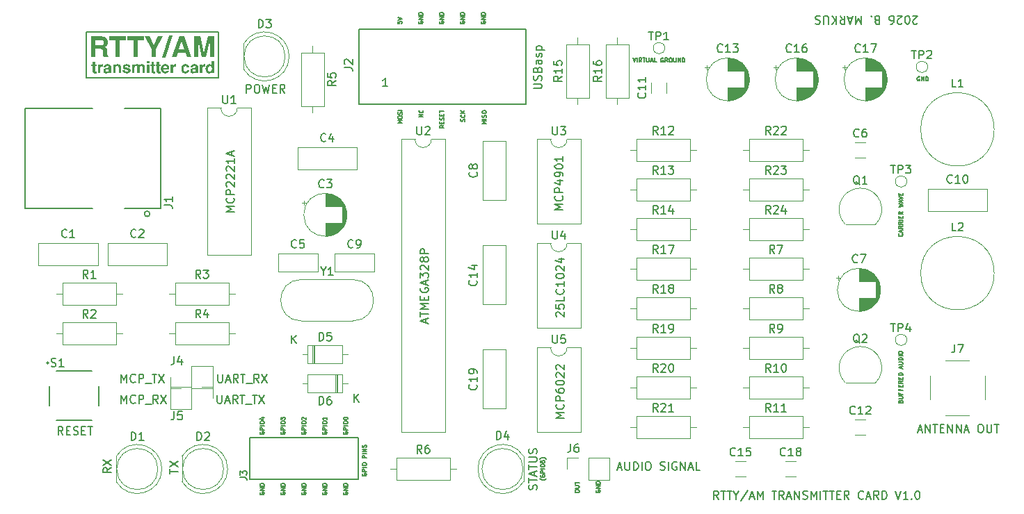
<source format=gbr>
%TF.GenerationSoftware,KiCad,Pcbnew,7.0.10*%
%TF.CreationDate,2026-01-22T15:53:04+01:00*%
%TF.ProjectId,rtty-transmitter,72747479-2d74-4726-916e-736d69747465,rev?*%
%TF.SameCoordinates,Original*%
%TF.FileFunction,Legend,Top*%
%TF.FilePolarity,Positive*%
%FSLAX46Y46*%
G04 Gerber Fmt 4.6, Leading zero omitted, Abs format (unit mm)*
G04 Created by KiCad (PCBNEW 7.0.10) date 2026-01-22 15:53:04*
%MOMM*%
%LPD*%
G01*
G04 APERTURE LIST*
%ADD10C,0.150000*%
%ADD11C,0.127000*%
%ADD12C,0.200000*%
%ADD13C,0.120000*%
%ADD14C,0.203200*%
G04 APERTURE END LIST*
D10*
X7522000Y-2574000D02*
X23622000Y-2574000D01*
X23622000Y-8174000D01*
X7522000Y-8174000D01*
X7522000Y-2574000D01*
X4666207Y-51695319D02*
X4332874Y-51219128D01*
X4094779Y-51695319D02*
X4094779Y-50695319D01*
X4094779Y-50695319D02*
X4475731Y-50695319D01*
X4475731Y-50695319D02*
X4570969Y-50742938D01*
X4570969Y-50742938D02*
X4618588Y-50790557D01*
X4618588Y-50790557D02*
X4666207Y-50885795D01*
X4666207Y-50885795D02*
X4666207Y-51028652D01*
X4666207Y-51028652D02*
X4618588Y-51123890D01*
X4618588Y-51123890D02*
X4570969Y-51171509D01*
X4570969Y-51171509D02*
X4475731Y-51219128D01*
X4475731Y-51219128D02*
X4094779Y-51219128D01*
X5094779Y-51171509D02*
X5428112Y-51171509D01*
X5570969Y-51695319D02*
X5094779Y-51695319D01*
X5094779Y-51695319D02*
X5094779Y-50695319D01*
X5094779Y-50695319D02*
X5570969Y-50695319D01*
X5951922Y-51647700D02*
X6094779Y-51695319D01*
X6094779Y-51695319D02*
X6332874Y-51695319D01*
X6332874Y-51695319D02*
X6428112Y-51647700D01*
X6428112Y-51647700D02*
X6475731Y-51600080D01*
X6475731Y-51600080D02*
X6523350Y-51504842D01*
X6523350Y-51504842D02*
X6523350Y-51409604D01*
X6523350Y-51409604D02*
X6475731Y-51314366D01*
X6475731Y-51314366D02*
X6428112Y-51266747D01*
X6428112Y-51266747D02*
X6332874Y-51219128D01*
X6332874Y-51219128D02*
X6142398Y-51171509D01*
X6142398Y-51171509D02*
X6047160Y-51123890D01*
X6047160Y-51123890D02*
X5999541Y-51076271D01*
X5999541Y-51076271D02*
X5951922Y-50981033D01*
X5951922Y-50981033D02*
X5951922Y-50885795D01*
X5951922Y-50885795D02*
X5999541Y-50790557D01*
X5999541Y-50790557D02*
X6047160Y-50742938D01*
X6047160Y-50742938D02*
X6142398Y-50695319D01*
X6142398Y-50695319D02*
X6380493Y-50695319D01*
X6380493Y-50695319D02*
X6523350Y-50742938D01*
X6951922Y-51171509D02*
X7285255Y-51171509D01*
X7428112Y-51695319D02*
X6951922Y-51695319D01*
X6951922Y-51695319D02*
X6951922Y-50695319D01*
X6951922Y-50695319D02*
X7428112Y-50695319D01*
X7713827Y-50695319D02*
X8285255Y-50695319D01*
X7999541Y-51695319D02*
X7999541Y-50695319D01*
X65655819Y-49701220D02*
X64655819Y-49701220D01*
X64655819Y-49701220D02*
X65370104Y-49367887D01*
X65370104Y-49367887D02*
X64655819Y-49034554D01*
X64655819Y-49034554D02*
X65655819Y-49034554D01*
X65560580Y-47986935D02*
X65608200Y-48034554D01*
X65608200Y-48034554D02*
X65655819Y-48177411D01*
X65655819Y-48177411D02*
X65655819Y-48272649D01*
X65655819Y-48272649D02*
X65608200Y-48415506D01*
X65608200Y-48415506D02*
X65512961Y-48510744D01*
X65512961Y-48510744D02*
X65417723Y-48558363D01*
X65417723Y-48558363D02*
X65227247Y-48605982D01*
X65227247Y-48605982D02*
X65084390Y-48605982D01*
X65084390Y-48605982D02*
X64893914Y-48558363D01*
X64893914Y-48558363D02*
X64798676Y-48510744D01*
X64798676Y-48510744D02*
X64703438Y-48415506D01*
X64703438Y-48415506D02*
X64655819Y-48272649D01*
X64655819Y-48272649D02*
X64655819Y-48177411D01*
X64655819Y-48177411D02*
X64703438Y-48034554D01*
X64703438Y-48034554D02*
X64751057Y-47986935D01*
X65655819Y-47558363D02*
X64655819Y-47558363D01*
X64655819Y-47558363D02*
X64655819Y-47177411D01*
X64655819Y-47177411D02*
X64703438Y-47082173D01*
X64703438Y-47082173D02*
X64751057Y-47034554D01*
X64751057Y-47034554D02*
X64846295Y-46986935D01*
X64846295Y-46986935D02*
X64989152Y-46986935D01*
X64989152Y-46986935D02*
X65084390Y-47034554D01*
X65084390Y-47034554D02*
X65132009Y-47082173D01*
X65132009Y-47082173D02*
X65179628Y-47177411D01*
X65179628Y-47177411D02*
X65179628Y-47558363D01*
X64655819Y-46129792D02*
X64655819Y-46320268D01*
X64655819Y-46320268D02*
X64703438Y-46415506D01*
X64703438Y-46415506D02*
X64751057Y-46463125D01*
X64751057Y-46463125D02*
X64893914Y-46558363D01*
X64893914Y-46558363D02*
X65084390Y-46605982D01*
X65084390Y-46605982D02*
X65465342Y-46605982D01*
X65465342Y-46605982D02*
X65560580Y-46558363D01*
X65560580Y-46558363D02*
X65608200Y-46510744D01*
X65608200Y-46510744D02*
X65655819Y-46415506D01*
X65655819Y-46415506D02*
X65655819Y-46225030D01*
X65655819Y-46225030D02*
X65608200Y-46129792D01*
X65608200Y-46129792D02*
X65560580Y-46082173D01*
X65560580Y-46082173D02*
X65465342Y-46034554D01*
X65465342Y-46034554D02*
X65227247Y-46034554D01*
X65227247Y-46034554D02*
X65132009Y-46082173D01*
X65132009Y-46082173D02*
X65084390Y-46129792D01*
X65084390Y-46129792D02*
X65036771Y-46225030D01*
X65036771Y-46225030D02*
X65036771Y-46415506D01*
X65036771Y-46415506D02*
X65084390Y-46510744D01*
X65084390Y-46510744D02*
X65132009Y-46558363D01*
X65132009Y-46558363D02*
X65227247Y-46605982D01*
X64655819Y-45415506D02*
X64655819Y-45320268D01*
X64655819Y-45320268D02*
X64703438Y-45225030D01*
X64703438Y-45225030D02*
X64751057Y-45177411D01*
X64751057Y-45177411D02*
X64846295Y-45129792D01*
X64846295Y-45129792D02*
X65036771Y-45082173D01*
X65036771Y-45082173D02*
X65274866Y-45082173D01*
X65274866Y-45082173D02*
X65465342Y-45129792D01*
X65465342Y-45129792D02*
X65560580Y-45177411D01*
X65560580Y-45177411D02*
X65608200Y-45225030D01*
X65608200Y-45225030D02*
X65655819Y-45320268D01*
X65655819Y-45320268D02*
X65655819Y-45415506D01*
X65655819Y-45415506D02*
X65608200Y-45510744D01*
X65608200Y-45510744D02*
X65560580Y-45558363D01*
X65560580Y-45558363D02*
X65465342Y-45605982D01*
X65465342Y-45605982D02*
X65274866Y-45653601D01*
X65274866Y-45653601D02*
X65036771Y-45653601D01*
X65036771Y-45653601D02*
X64846295Y-45605982D01*
X64846295Y-45605982D02*
X64751057Y-45558363D01*
X64751057Y-45558363D02*
X64703438Y-45510744D01*
X64703438Y-45510744D02*
X64655819Y-45415506D01*
X64751057Y-44701220D02*
X64703438Y-44653601D01*
X64703438Y-44653601D02*
X64655819Y-44558363D01*
X64655819Y-44558363D02*
X64655819Y-44320268D01*
X64655819Y-44320268D02*
X64703438Y-44225030D01*
X64703438Y-44225030D02*
X64751057Y-44177411D01*
X64751057Y-44177411D02*
X64846295Y-44129792D01*
X64846295Y-44129792D02*
X64941533Y-44129792D01*
X64941533Y-44129792D02*
X65084390Y-44177411D01*
X65084390Y-44177411D02*
X65655819Y-44748839D01*
X65655819Y-44748839D02*
X65655819Y-44129792D01*
X64751057Y-43748839D02*
X64703438Y-43701220D01*
X64703438Y-43701220D02*
X64655819Y-43605982D01*
X64655819Y-43605982D02*
X64655819Y-43367887D01*
X64655819Y-43367887D02*
X64703438Y-43272649D01*
X64703438Y-43272649D02*
X64751057Y-43225030D01*
X64751057Y-43225030D02*
X64846295Y-43177411D01*
X64846295Y-43177411D02*
X64941533Y-43177411D01*
X64941533Y-43177411D02*
X65084390Y-43225030D01*
X65084390Y-43225030D02*
X65655819Y-43796458D01*
X65655819Y-43796458D02*
X65655819Y-43177411D01*
X61938019Y-9493020D02*
X62747542Y-9493020D01*
X62747542Y-9493020D02*
X62842780Y-9445401D01*
X62842780Y-9445401D02*
X62890400Y-9397782D01*
X62890400Y-9397782D02*
X62938019Y-9302544D01*
X62938019Y-9302544D02*
X62938019Y-9112068D01*
X62938019Y-9112068D02*
X62890400Y-9016830D01*
X62890400Y-9016830D02*
X62842780Y-8969211D01*
X62842780Y-8969211D02*
X62747542Y-8921592D01*
X62747542Y-8921592D02*
X61938019Y-8921592D01*
X62890400Y-8493020D02*
X62938019Y-8350163D01*
X62938019Y-8350163D02*
X62938019Y-8112068D01*
X62938019Y-8112068D02*
X62890400Y-8016830D01*
X62890400Y-8016830D02*
X62842780Y-7969211D01*
X62842780Y-7969211D02*
X62747542Y-7921592D01*
X62747542Y-7921592D02*
X62652304Y-7921592D01*
X62652304Y-7921592D02*
X62557066Y-7969211D01*
X62557066Y-7969211D02*
X62509447Y-8016830D01*
X62509447Y-8016830D02*
X62461828Y-8112068D01*
X62461828Y-8112068D02*
X62414209Y-8302544D01*
X62414209Y-8302544D02*
X62366590Y-8397782D01*
X62366590Y-8397782D02*
X62318971Y-8445401D01*
X62318971Y-8445401D02*
X62223733Y-8493020D01*
X62223733Y-8493020D02*
X62128495Y-8493020D01*
X62128495Y-8493020D02*
X62033257Y-8445401D01*
X62033257Y-8445401D02*
X61985638Y-8397782D01*
X61985638Y-8397782D02*
X61938019Y-8302544D01*
X61938019Y-8302544D02*
X61938019Y-8064449D01*
X61938019Y-8064449D02*
X61985638Y-7921592D01*
X62414209Y-7159687D02*
X62461828Y-7016830D01*
X62461828Y-7016830D02*
X62509447Y-6969211D01*
X62509447Y-6969211D02*
X62604685Y-6921592D01*
X62604685Y-6921592D02*
X62747542Y-6921592D01*
X62747542Y-6921592D02*
X62842780Y-6969211D01*
X62842780Y-6969211D02*
X62890400Y-7016830D01*
X62890400Y-7016830D02*
X62938019Y-7112068D01*
X62938019Y-7112068D02*
X62938019Y-7493020D01*
X62938019Y-7493020D02*
X61938019Y-7493020D01*
X61938019Y-7493020D02*
X61938019Y-7159687D01*
X61938019Y-7159687D02*
X61985638Y-7064449D01*
X61985638Y-7064449D02*
X62033257Y-7016830D01*
X62033257Y-7016830D02*
X62128495Y-6969211D01*
X62128495Y-6969211D02*
X62223733Y-6969211D01*
X62223733Y-6969211D02*
X62318971Y-7016830D01*
X62318971Y-7016830D02*
X62366590Y-7064449D01*
X62366590Y-7064449D02*
X62414209Y-7159687D01*
X62414209Y-7159687D02*
X62414209Y-7493020D01*
X62938019Y-6064449D02*
X62414209Y-6064449D01*
X62414209Y-6064449D02*
X62318971Y-6112068D01*
X62318971Y-6112068D02*
X62271352Y-6207306D01*
X62271352Y-6207306D02*
X62271352Y-6397782D01*
X62271352Y-6397782D02*
X62318971Y-6493020D01*
X62890400Y-6064449D02*
X62938019Y-6159687D01*
X62938019Y-6159687D02*
X62938019Y-6397782D01*
X62938019Y-6397782D02*
X62890400Y-6493020D01*
X62890400Y-6493020D02*
X62795161Y-6540639D01*
X62795161Y-6540639D02*
X62699923Y-6540639D01*
X62699923Y-6540639D02*
X62604685Y-6493020D01*
X62604685Y-6493020D02*
X62557066Y-6397782D01*
X62557066Y-6397782D02*
X62557066Y-6159687D01*
X62557066Y-6159687D02*
X62509447Y-6064449D01*
X62890400Y-5635877D02*
X62938019Y-5540639D01*
X62938019Y-5540639D02*
X62938019Y-5350163D01*
X62938019Y-5350163D02*
X62890400Y-5254925D01*
X62890400Y-5254925D02*
X62795161Y-5207306D01*
X62795161Y-5207306D02*
X62747542Y-5207306D01*
X62747542Y-5207306D02*
X62652304Y-5254925D01*
X62652304Y-5254925D02*
X62604685Y-5350163D01*
X62604685Y-5350163D02*
X62604685Y-5493020D01*
X62604685Y-5493020D02*
X62557066Y-5588258D01*
X62557066Y-5588258D02*
X62461828Y-5635877D01*
X62461828Y-5635877D02*
X62414209Y-5635877D01*
X62414209Y-5635877D02*
X62318971Y-5588258D01*
X62318971Y-5588258D02*
X62271352Y-5493020D01*
X62271352Y-5493020D02*
X62271352Y-5350163D01*
X62271352Y-5350163D02*
X62318971Y-5254925D01*
X62271352Y-4778734D02*
X63271352Y-4778734D01*
X62318971Y-4778734D02*
X62271352Y-4683496D01*
X62271352Y-4683496D02*
X62271352Y-4493020D01*
X62271352Y-4493020D02*
X62318971Y-4397782D01*
X62318971Y-4397782D02*
X62366590Y-4350163D01*
X62366590Y-4350163D02*
X62461828Y-4302544D01*
X62461828Y-4302544D02*
X62747542Y-4302544D01*
X62747542Y-4302544D02*
X62842780Y-4350163D01*
X62842780Y-4350163D02*
X62890400Y-4397782D01*
X62890400Y-4397782D02*
X62938019Y-4493020D01*
X62938019Y-4493020D02*
X62938019Y-4683496D01*
X62938019Y-4683496D02*
X62890400Y-4778734D01*
X72171160Y-55718104D02*
X72647350Y-55718104D01*
X72075922Y-56003819D02*
X72409255Y-55003819D01*
X72409255Y-55003819D02*
X72742588Y-56003819D01*
X73075922Y-55003819D02*
X73075922Y-55813342D01*
X73075922Y-55813342D02*
X73123541Y-55908580D01*
X73123541Y-55908580D02*
X73171160Y-55956200D01*
X73171160Y-55956200D02*
X73266398Y-56003819D01*
X73266398Y-56003819D02*
X73456874Y-56003819D01*
X73456874Y-56003819D02*
X73552112Y-55956200D01*
X73552112Y-55956200D02*
X73599731Y-55908580D01*
X73599731Y-55908580D02*
X73647350Y-55813342D01*
X73647350Y-55813342D02*
X73647350Y-55003819D01*
X74123541Y-56003819D02*
X74123541Y-55003819D01*
X74123541Y-55003819D02*
X74361636Y-55003819D01*
X74361636Y-55003819D02*
X74504493Y-55051438D01*
X74504493Y-55051438D02*
X74599731Y-55146676D01*
X74599731Y-55146676D02*
X74647350Y-55241914D01*
X74647350Y-55241914D02*
X74694969Y-55432390D01*
X74694969Y-55432390D02*
X74694969Y-55575247D01*
X74694969Y-55575247D02*
X74647350Y-55765723D01*
X74647350Y-55765723D02*
X74599731Y-55860961D01*
X74599731Y-55860961D02*
X74504493Y-55956200D01*
X74504493Y-55956200D02*
X74361636Y-56003819D01*
X74361636Y-56003819D02*
X74123541Y-56003819D01*
X75123541Y-56003819D02*
X75123541Y-55003819D01*
X75790207Y-55003819D02*
X75980683Y-55003819D01*
X75980683Y-55003819D02*
X76075921Y-55051438D01*
X76075921Y-55051438D02*
X76171159Y-55146676D01*
X76171159Y-55146676D02*
X76218778Y-55337152D01*
X76218778Y-55337152D02*
X76218778Y-55670485D01*
X76218778Y-55670485D02*
X76171159Y-55860961D01*
X76171159Y-55860961D02*
X76075921Y-55956200D01*
X76075921Y-55956200D02*
X75980683Y-56003819D01*
X75980683Y-56003819D02*
X75790207Y-56003819D01*
X75790207Y-56003819D02*
X75694969Y-55956200D01*
X75694969Y-55956200D02*
X75599731Y-55860961D01*
X75599731Y-55860961D02*
X75552112Y-55670485D01*
X75552112Y-55670485D02*
X75552112Y-55337152D01*
X75552112Y-55337152D02*
X75599731Y-55146676D01*
X75599731Y-55146676D02*
X75694969Y-55051438D01*
X75694969Y-55051438D02*
X75790207Y-55003819D01*
X77361636Y-55956200D02*
X77504493Y-56003819D01*
X77504493Y-56003819D02*
X77742588Y-56003819D01*
X77742588Y-56003819D02*
X77837826Y-55956200D01*
X77837826Y-55956200D02*
X77885445Y-55908580D01*
X77885445Y-55908580D02*
X77933064Y-55813342D01*
X77933064Y-55813342D02*
X77933064Y-55718104D01*
X77933064Y-55718104D02*
X77885445Y-55622866D01*
X77885445Y-55622866D02*
X77837826Y-55575247D01*
X77837826Y-55575247D02*
X77742588Y-55527628D01*
X77742588Y-55527628D02*
X77552112Y-55480009D01*
X77552112Y-55480009D02*
X77456874Y-55432390D01*
X77456874Y-55432390D02*
X77409255Y-55384771D01*
X77409255Y-55384771D02*
X77361636Y-55289533D01*
X77361636Y-55289533D02*
X77361636Y-55194295D01*
X77361636Y-55194295D02*
X77409255Y-55099057D01*
X77409255Y-55099057D02*
X77456874Y-55051438D01*
X77456874Y-55051438D02*
X77552112Y-55003819D01*
X77552112Y-55003819D02*
X77790207Y-55003819D01*
X77790207Y-55003819D02*
X77933064Y-55051438D01*
X78361636Y-56003819D02*
X78361636Y-55003819D01*
X79361635Y-55051438D02*
X79266397Y-55003819D01*
X79266397Y-55003819D02*
X79123540Y-55003819D01*
X79123540Y-55003819D02*
X78980683Y-55051438D01*
X78980683Y-55051438D02*
X78885445Y-55146676D01*
X78885445Y-55146676D02*
X78837826Y-55241914D01*
X78837826Y-55241914D02*
X78790207Y-55432390D01*
X78790207Y-55432390D02*
X78790207Y-55575247D01*
X78790207Y-55575247D02*
X78837826Y-55765723D01*
X78837826Y-55765723D02*
X78885445Y-55860961D01*
X78885445Y-55860961D02*
X78980683Y-55956200D01*
X78980683Y-55956200D02*
X79123540Y-56003819D01*
X79123540Y-56003819D02*
X79218778Y-56003819D01*
X79218778Y-56003819D02*
X79361635Y-55956200D01*
X79361635Y-55956200D02*
X79409254Y-55908580D01*
X79409254Y-55908580D02*
X79409254Y-55575247D01*
X79409254Y-55575247D02*
X79218778Y-55575247D01*
X79837826Y-56003819D02*
X79837826Y-55003819D01*
X79837826Y-55003819D02*
X80409254Y-56003819D01*
X80409254Y-56003819D02*
X80409254Y-55003819D01*
X80837826Y-55718104D02*
X81314016Y-55718104D01*
X80742588Y-56003819D02*
X81075921Y-55003819D01*
X81075921Y-55003819D02*
X81409254Y-56003819D01*
X82218778Y-56003819D02*
X81742588Y-56003819D01*
X81742588Y-56003819D02*
X81742588Y-55003819D01*
X23510779Y-44335819D02*
X23510779Y-45145342D01*
X23510779Y-45145342D02*
X23558398Y-45240580D01*
X23558398Y-45240580D02*
X23606017Y-45288200D01*
X23606017Y-45288200D02*
X23701255Y-45335819D01*
X23701255Y-45335819D02*
X23891731Y-45335819D01*
X23891731Y-45335819D02*
X23986969Y-45288200D01*
X23986969Y-45288200D02*
X24034588Y-45240580D01*
X24034588Y-45240580D02*
X24082207Y-45145342D01*
X24082207Y-45145342D02*
X24082207Y-44335819D01*
X24510779Y-45050104D02*
X24986969Y-45050104D01*
X24415541Y-45335819D02*
X24748874Y-44335819D01*
X24748874Y-44335819D02*
X25082207Y-45335819D01*
X25986969Y-45335819D02*
X25653636Y-44859628D01*
X25415541Y-45335819D02*
X25415541Y-44335819D01*
X25415541Y-44335819D02*
X25796493Y-44335819D01*
X25796493Y-44335819D02*
X25891731Y-44383438D01*
X25891731Y-44383438D02*
X25939350Y-44431057D01*
X25939350Y-44431057D02*
X25986969Y-44526295D01*
X25986969Y-44526295D02*
X25986969Y-44669152D01*
X25986969Y-44669152D02*
X25939350Y-44764390D01*
X25939350Y-44764390D02*
X25891731Y-44812009D01*
X25891731Y-44812009D02*
X25796493Y-44859628D01*
X25796493Y-44859628D02*
X25415541Y-44859628D01*
X26272684Y-44335819D02*
X26844112Y-44335819D01*
X26558398Y-45335819D02*
X26558398Y-44335819D01*
X26939351Y-45431057D02*
X27701255Y-45431057D01*
X28510779Y-45335819D02*
X28177446Y-44859628D01*
X27939351Y-45335819D02*
X27939351Y-44335819D01*
X27939351Y-44335819D02*
X28320303Y-44335819D01*
X28320303Y-44335819D02*
X28415541Y-44383438D01*
X28415541Y-44383438D02*
X28463160Y-44431057D01*
X28463160Y-44431057D02*
X28510779Y-44526295D01*
X28510779Y-44526295D02*
X28510779Y-44669152D01*
X28510779Y-44669152D02*
X28463160Y-44764390D01*
X28463160Y-44764390D02*
X28415541Y-44812009D01*
X28415541Y-44812009D02*
X28320303Y-44859628D01*
X28320303Y-44859628D02*
X27939351Y-44859628D01*
X28844113Y-44335819D02*
X29510779Y-45335819D01*
X29510779Y-44335819D02*
X28844113Y-45335819D01*
D11*
X36277416Y-58711400D02*
X36253226Y-58759781D01*
X36253226Y-58759781D02*
X36253226Y-58832352D01*
X36253226Y-58832352D02*
X36277416Y-58904924D01*
X36277416Y-58904924D02*
X36325797Y-58953305D01*
X36325797Y-58953305D02*
X36374178Y-58977495D01*
X36374178Y-58977495D02*
X36470940Y-59001686D01*
X36470940Y-59001686D02*
X36543512Y-59001686D01*
X36543512Y-59001686D02*
X36640274Y-58977495D01*
X36640274Y-58977495D02*
X36688655Y-58953305D01*
X36688655Y-58953305D02*
X36737036Y-58904924D01*
X36737036Y-58904924D02*
X36761226Y-58832352D01*
X36761226Y-58832352D02*
X36761226Y-58783971D01*
X36761226Y-58783971D02*
X36737036Y-58711400D01*
X36737036Y-58711400D02*
X36712845Y-58687209D01*
X36712845Y-58687209D02*
X36543512Y-58687209D01*
X36543512Y-58687209D02*
X36543512Y-58783971D01*
X36761226Y-58469495D02*
X36253226Y-58469495D01*
X36253226Y-58469495D02*
X36761226Y-58179209D01*
X36761226Y-58179209D02*
X36253226Y-58179209D01*
X36761226Y-57937305D02*
X36253226Y-57937305D01*
X36253226Y-57937305D02*
X36253226Y-57816353D01*
X36253226Y-57816353D02*
X36277416Y-57743781D01*
X36277416Y-57743781D02*
X36325797Y-57695400D01*
X36325797Y-57695400D02*
X36374178Y-57671210D01*
X36374178Y-57671210D02*
X36470940Y-57647019D01*
X36470940Y-57647019D02*
X36543512Y-57647019D01*
X36543512Y-57647019D02*
X36640274Y-57671210D01*
X36640274Y-57671210D02*
X36688655Y-57695400D01*
X36688655Y-57695400D02*
X36737036Y-57743781D01*
X36737036Y-57743781D02*
X36761226Y-57816353D01*
X36761226Y-57816353D02*
X36761226Y-57937305D01*
X53577236Y-13510286D02*
X53601426Y-13437714D01*
X53601426Y-13437714D02*
X53601426Y-13316762D01*
X53601426Y-13316762D02*
X53577236Y-13268381D01*
X53577236Y-13268381D02*
X53553045Y-13244190D01*
X53553045Y-13244190D02*
X53504664Y-13220000D01*
X53504664Y-13220000D02*
X53456283Y-13220000D01*
X53456283Y-13220000D02*
X53407902Y-13244190D01*
X53407902Y-13244190D02*
X53383712Y-13268381D01*
X53383712Y-13268381D02*
X53359521Y-13316762D01*
X53359521Y-13316762D02*
X53335331Y-13413524D01*
X53335331Y-13413524D02*
X53311140Y-13461905D01*
X53311140Y-13461905D02*
X53286950Y-13486095D01*
X53286950Y-13486095D02*
X53238569Y-13510286D01*
X53238569Y-13510286D02*
X53190188Y-13510286D01*
X53190188Y-13510286D02*
X53141807Y-13486095D01*
X53141807Y-13486095D02*
X53117616Y-13461905D01*
X53117616Y-13461905D02*
X53093426Y-13413524D01*
X53093426Y-13413524D02*
X53093426Y-13292571D01*
X53093426Y-13292571D02*
X53117616Y-13220000D01*
X53553045Y-12711999D02*
X53577236Y-12736190D01*
X53577236Y-12736190D02*
X53601426Y-12808761D01*
X53601426Y-12808761D02*
X53601426Y-12857142D01*
X53601426Y-12857142D02*
X53577236Y-12929714D01*
X53577236Y-12929714D02*
X53528855Y-12978095D01*
X53528855Y-12978095D02*
X53480474Y-13002285D01*
X53480474Y-13002285D02*
X53383712Y-13026476D01*
X53383712Y-13026476D02*
X53311140Y-13026476D01*
X53311140Y-13026476D02*
X53214378Y-13002285D01*
X53214378Y-13002285D02*
X53165997Y-12978095D01*
X53165997Y-12978095D02*
X53117616Y-12929714D01*
X53117616Y-12929714D02*
X53093426Y-12857142D01*
X53093426Y-12857142D02*
X53093426Y-12808761D01*
X53093426Y-12808761D02*
X53117616Y-12736190D01*
X53117616Y-12736190D02*
X53141807Y-12711999D01*
X53601426Y-12494285D02*
X53093426Y-12494285D01*
X53601426Y-12203999D02*
X53311140Y-12421714D01*
X53093426Y-12203999D02*
X53383712Y-12494285D01*
X108928599Y-8083416D02*
X108880218Y-8059226D01*
X108880218Y-8059226D02*
X108807647Y-8059226D01*
X108807647Y-8059226D02*
X108735075Y-8083416D01*
X108735075Y-8083416D02*
X108686694Y-8131797D01*
X108686694Y-8131797D02*
X108662504Y-8180178D01*
X108662504Y-8180178D02*
X108638313Y-8276940D01*
X108638313Y-8276940D02*
X108638313Y-8349512D01*
X108638313Y-8349512D02*
X108662504Y-8446274D01*
X108662504Y-8446274D02*
X108686694Y-8494655D01*
X108686694Y-8494655D02*
X108735075Y-8543036D01*
X108735075Y-8543036D02*
X108807647Y-8567226D01*
X108807647Y-8567226D02*
X108856028Y-8567226D01*
X108856028Y-8567226D02*
X108928599Y-8543036D01*
X108928599Y-8543036D02*
X108952790Y-8518845D01*
X108952790Y-8518845D02*
X108952790Y-8349512D01*
X108952790Y-8349512D02*
X108856028Y-8349512D01*
X109170504Y-8567226D02*
X109170504Y-8059226D01*
X109170504Y-8059226D02*
X109460790Y-8567226D01*
X109460790Y-8567226D02*
X109460790Y-8059226D01*
X109702694Y-8567226D02*
X109702694Y-8059226D01*
X109702694Y-8059226D02*
X109823646Y-8059226D01*
X109823646Y-8059226D02*
X109896218Y-8083416D01*
X109896218Y-8083416D02*
X109944599Y-8131797D01*
X109944599Y-8131797D02*
X109968789Y-8180178D01*
X109968789Y-8180178D02*
X109992980Y-8276940D01*
X109992980Y-8276940D02*
X109992980Y-8349512D01*
X109992980Y-8349512D02*
X109968789Y-8446274D01*
X109968789Y-8446274D02*
X109944599Y-8494655D01*
X109944599Y-8494655D02*
X109896218Y-8543036D01*
X109896218Y-8543036D02*
X109823646Y-8567226D01*
X109823646Y-8567226D02*
X109702694Y-8567226D01*
D10*
X48860104Y-38064839D02*
X48860104Y-37588649D01*
X49145819Y-38160077D02*
X48145819Y-37826744D01*
X48145819Y-37826744D02*
X49145819Y-37493411D01*
X48145819Y-37302934D02*
X48145819Y-36731506D01*
X49145819Y-37017220D02*
X48145819Y-37017220D01*
X49145819Y-36398172D02*
X48145819Y-36398172D01*
X48145819Y-36398172D02*
X48860104Y-36064839D01*
X48860104Y-36064839D02*
X48145819Y-35731506D01*
X48145819Y-35731506D02*
X49145819Y-35731506D01*
X48622009Y-35255315D02*
X48622009Y-34921982D01*
X49145819Y-34779125D02*
X49145819Y-35255315D01*
X49145819Y-35255315D02*
X48145819Y-35255315D01*
X48145819Y-35255315D02*
X48145819Y-34779125D01*
X48193438Y-33826744D02*
X48145819Y-33921982D01*
X48145819Y-33921982D02*
X48145819Y-34064839D01*
X48145819Y-34064839D02*
X48193438Y-34207696D01*
X48193438Y-34207696D02*
X48288676Y-34302934D01*
X48288676Y-34302934D02*
X48383914Y-34350553D01*
X48383914Y-34350553D02*
X48574390Y-34398172D01*
X48574390Y-34398172D02*
X48717247Y-34398172D01*
X48717247Y-34398172D02*
X48907723Y-34350553D01*
X48907723Y-34350553D02*
X49002961Y-34302934D01*
X49002961Y-34302934D02*
X49098200Y-34207696D01*
X49098200Y-34207696D02*
X49145819Y-34064839D01*
X49145819Y-34064839D02*
X49145819Y-33969601D01*
X49145819Y-33969601D02*
X49098200Y-33826744D01*
X49098200Y-33826744D02*
X49050580Y-33779125D01*
X49050580Y-33779125D02*
X48717247Y-33779125D01*
X48717247Y-33779125D02*
X48717247Y-33969601D01*
X48860104Y-33398172D02*
X48860104Y-32921982D01*
X49145819Y-33493410D02*
X48145819Y-33160077D01*
X48145819Y-33160077D02*
X49145819Y-32826744D01*
X48145819Y-32588648D02*
X48145819Y-31969601D01*
X48145819Y-31969601D02*
X48526771Y-32302934D01*
X48526771Y-32302934D02*
X48526771Y-32160077D01*
X48526771Y-32160077D02*
X48574390Y-32064839D01*
X48574390Y-32064839D02*
X48622009Y-32017220D01*
X48622009Y-32017220D02*
X48717247Y-31969601D01*
X48717247Y-31969601D02*
X48955342Y-31969601D01*
X48955342Y-31969601D02*
X49050580Y-32017220D01*
X49050580Y-32017220D02*
X49098200Y-32064839D01*
X49098200Y-32064839D02*
X49145819Y-32160077D01*
X49145819Y-32160077D02*
X49145819Y-32445791D01*
X49145819Y-32445791D02*
X49098200Y-32541029D01*
X49098200Y-32541029D02*
X49050580Y-32588648D01*
X48241057Y-31588648D02*
X48193438Y-31541029D01*
X48193438Y-31541029D02*
X48145819Y-31445791D01*
X48145819Y-31445791D02*
X48145819Y-31207696D01*
X48145819Y-31207696D02*
X48193438Y-31112458D01*
X48193438Y-31112458D02*
X48241057Y-31064839D01*
X48241057Y-31064839D02*
X48336295Y-31017220D01*
X48336295Y-31017220D02*
X48431533Y-31017220D01*
X48431533Y-31017220D02*
X48574390Y-31064839D01*
X48574390Y-31064839D02*
X49145819Y-31636267D01*
X49145819Y-31636267D02*
X49145819Y-31017220D01*
X48574390Y-30445791D02*
X48526771Y-30541029D01*
X48526771Y-30541029D02*
X48479152Y-30588648D01*
X48479152Y-30588648D02*
X48383914Y-30636267D01*
X48383914Y-30636267D02*
X48336295Y-30636267D01*
X48336295Y-30636267D02*
X48241057Y-30588648D01*
X48241057Y-30588648D02*
X48193438Y-30541029D01*
X48193438Y-30541029D02*
X48145819Y-30445791D01*
X48145819Y-30445791D02*
X48145819Y-30255315D01*
X48145819Y-30255315D02*
X48193438Y-30160077D01*
X48193438Y-30160077D02*
X48241057Y-30112458D01*
X48241057Y-30112458D02*
X48336295Y-30064839D01*
X48336295Y-30064839D02*
X48383914Y-30064839D01*
X48383914Y-30064839D02*
X48479152Y-30112458D01*
X48479152Y-30112458D02*
X48526771Y-30160077D01*
X48526771Y-30160077D02*
X48574390Y-30255315D01*
X48574390Y-30255315D02*
X48574390Y-30445791D01*
X48574390Y-30445791D02*
X48622009Y-30541029D01*
X48622009Y-30541029D02*
X48669628Y-30588648D01*
X48669628Y-30588648D02*
X48764866Y-30636267D01*
X48764866Y-30636267D02*
X48955342Y-30636267D01*
X48955342Y-30636267D02*
X49050580Y-30588648D01*
X49050580Y-30588648D02*
X49098200Y-30541029D01*
X49098200Y-30541029D02*
X49145819Y-30445791D01*
X49145819Y-30445791D02*
X49145819Y-30255315D01*
X49145819Y-30255315D02*
X49098200Y-30160077D01*
X49098200Y-30160077D02*
X49050580Y-30112458D01*
X49050580Y-30112458D02*
X48955342Y-30064839D01*
X48955342Y-30064839D02*
X48764866Y-30064839D01*
X48764866Y-30064839D02*
X48669628Y-30112458D01*
X48669628Y-30112458D02*
X48622009Y-30160077D01*
X48622009Y-30160077D02*
X48574390Y-30255315D01*
X49145819Y-29636267D02*
X48145819Y-29636267D01*
X48145819Y-29636267D02*
X48145819Y-29255315D01*
X48145819Y-29255315D02*
X48193438Y-29160077D01*
X48193438Y-29160077D02*
X48241057Y-29112458D01*
X48241057Y-29112458D02*
X48336295Y-29064839D01*
X48336295Y-29064839D02*
X48479152Y-29064839D01*
X48479152Y-29064839D02*
X48574390Y-29112458D01*
X48574390Y-29112458D02*
X48622009Y-29160077D01*
X48622009Y-29160077D02*
X48669628Y-29255315D01*
X48669628Y-29255315D02*
X48669628Y-29636267D01*
D11*
X47961416Y-1307400D02*
X47937226Y-1355781D01*
X47937226Y-1355781D02*
X47937226Y-1428352D01*
X47937226Y-1428352D02*
X47961416Y-1500924D01*
X47961416Y-1500924D02*
X48009797Y-1549305D01*
X48009797Y-1549305D02*
X48058178Y-1573495D01*
X48058178Y-1573495D02*
X48154940Y-1597686D01*
X48154940Y-1597686D02*
X48227512Y-1597686D01*
X48227512Y-1597686D02*
X48324274Y-1573495D01*
X48324274Y-1573495D02*
X48372655Y-1549305D01*
X48372655Y-1549305D02*
X48421036Y-1500924D01*
X48421036Y-1500924D02*
X48445226Y-1428352D01*
X48445226Y-1428352D02*
X48445226Y-1379971D01*
X48445226Y-1379971D02*
X48421036Y-1307400D01*
X48421036Y-1307400D02*
X48396845Y-1283209D01*
X48396845Y-1283209D02*
X48227512Y-1283209D01*
X48227512Y-1283209D02*
X48227512Y-1379971D01*
X48445226Y-1065495D02*
X47937226Y-1065495D01*
X47937226Y-1065495D02*
X48445226Y-775209D01*
X48445226Y-775209D02*
X47937226Y-775209D01*
X48445226Y-533305D02*
X47937226Y-533305D01*
X47937226Y-533305D02*
X47937226Y-412353D01*
X47937226Y-412353D02*
X47961416Y-339781D01*
X47961416Y-339781D02*
X48009797Y-291400D01*
X48009797Y-291400D02*
X48058178Y-267210D01*
X48058178Y-267210D02*
X48154940Y-243019D01*
X48154940Y-243019D02*
X48227512Y-243019D01*
X48227512Y-243019D02*
X48324274Y-267210D01*
X48324274Y-267210D02*
X48372655Y-291400D01*
X48372655Y-291400D02*
X48421036Y-339781D01*
X48421036Y-339781D02*
X48445226Y-412353D01*
X48445226Y-412353D02*
X48445226Y-533305D01*
D10*
X25523819Y-24555220D02*
X24523819Y-24555220D01*
X24523819Y-24555220D02*
X25238104Y-24221887D01*
X25238104Y-24221887D02*
X24523819Y-23888554D01*
X24523819Y-23888554D02*
X25523819Y-23888554D01*
X25428580Y-22840935D02*
X25476200Y-22888554D01*
X25476200Y-22888554D02*
X25523819Y-23031411D01*
X25523819Y-23031411D02*
X25523819Y-23126649D01*
X25523819Y-23126649D02*
X25476200Y-23269506D01*
X25476200Y-23269506D02*
X25380961Y-23364744D01*
X25380961Y-23364744D02*
X25285723Y-23412363D01*
X25285723Y-23412363D02*
X25095247Y-23459982D01*
X25095247Y-23459982D02*
X24952390Y-23459982D01*
X24952390Y-23459982D02*
X24761914Y-23412363D01*
X24761914Y-23412363D02*
X24666676Y-23364744D01*
X24666676Y-23364744D02*
X24571438Y-23269506D01*
X24571438Y-23269506D02*
X24523819Y-23126649D01*
X24523819Y-23126649D02*
X24523819Y-23031411D01*
X24523819Y-23031411D02*
X24571438Y-22888554D01*
X24571438Y-22888554D02*
X24619057Y-22840935D01*
X25523819Y-22412363D02*
X24523819Y-22412363D01*
X24523819Y-22412363D02*
X24523819Y-22031411D01*
X24523819Y-22031411D02*
X24571438Y-21936173D01*
X24571438Y-21936173D02*
X24619057Y-21888554D01*
X24619057Y-21888554D02*
X24714295Y-21840935D01*
X24714295Y-21840935D02*
X24857152Y-21840935D01*
X24857152Y-21840935D02*
X24952390Y-21888554D01*
X24952390Y-21888554D02*
X25000009Y-21936173D01*
X25000009Y-21936173D02*
X25047628Y-22031411D01*
X25047628Y-22031411D02*
X25047628Y-22412363D01*
X24619057Y-21459982D02*
X24571438Y-21412363D01*
X24571438Y-21412363D02*
X24523819Y-21317125D01*
X24523819Y-21317125D02*
X24523819Y-21079030D01*
X24523819Y-21079030D02*
X24571438Y-20983792D01*
X24571438Y-20983792D02*
X24619057Y-20936173D01*
X24619057Y-20936173D02*
X24714295Y-20888554D01*
X24714295Y-20888554D02*
X24809533Y-20888554D01*
X24809533Y-20888554D02*
X24952390Y-20936173D01*
X24952390Y-20936173D02*
X25523819Y-21507601D01*
X25523819Y-21507601D02*
X25523819Y-20888554D01*
X24619057Y-20507601D02*
X24571438Y-20459982D01*
X24571438Y-20459982D02*
X24523819Y-20364744D01*
X24523819Y-20364744D02*
X24523819Y-20126649D01*
X24523819Y-20126649D02*
X24571438Y-20031411D01*
X24571438Y-20031411D02*
X24619057Y-19983792D01*
X24619057Y-19983792D02*
X24714295Y-19936173D01*
X24714295Y-19936173D02*
X24809533Y-19936173D01*
X24809533Y-19936173D02*
X24952390Y-19983792D01*
X24952390Y-19983792D02*
X25523819Y-20555220D01*
X25523819Y-20555220D02*
X25523819Y-19936173D01*
X24619057Y-19555220D02*
X24571438Y-19507601D01*
X24571438Y-19507601D02*
X24523819Y-19412363D01*
X24523819Y-19412363D02*
X24523819Y-19174268D01*
X24523819Y-19174268D02*
X24571438Y-19079030D01*
X24571438Y-19079030D02*
X24619057Y-19031411D01*
X24619057Y-19031411D02*
X24714295Y-18983792D01*
X24714295Y-18983792D02*
X24809533Y-18983792D01*
X24809533Y-18983792D02*
X24952390Y-19031411D01*
X24952390Y-19031411D02*
X25523819Y-19602839D01*
X25523819Y-19602839D02*
X25523819Y-18983792D01*
X25523819Y-18031411D02*
X25523819Y-18602839D01*
X25523819Y-18317125D02*
X24523819Y-18317125D01*
X24523819Y-18317125D02*
X24666676Y-18412363D01*
X24666676Y-18412363D02*
X24761914Y-18507601D01*
X24761914Y-18507601D02*
X24809533Y-18602839D01*
X25238104Y-17650458D02*
X25238104Y-17174268D01*
X25523819Y-17745696D02*
X24523819Y-17412363D01*
X24523819Y-17412363D02*
X25523819Y-17079030D01*
D11*
X28657416Y-51345400D02*
X28633226Y-51393781D01*
X28633226Y-51393781D02*
X28633226Y-51466352D01*
X28633226Y-51466352D02*
X28657416Y-51538924D01*
X28657416Y-51538924D02*
X28705797Y-51587305D01*
X28705797Y-51587305D02*
X28754178Y-51611495D01*
X28754178Y-51611495D02*
X28850940Y-51635686D01*
X28850940Y-51635686D02*
X28923512Y-51635686D01*
X28923512Y-51635686D02*
X29020274Y-51611495D01*
X29020274Y-51611495D02*
X29068655Y-51587305D01*
X29068655Y-51587305D02*
X29117036Y-51538924D01*
X29117036Y-51538924D02*
X29141226Y-51466352D01*
X29141226Y-51466352D02*
X29141226Y-51417971D01*
X29141226Y-51417971D02*
X29117036Y-51345400D01*
X29117036Y-51345400D02*
X29092845Y-51321209D01*
X29092845Y-51321209D02*
X28923512Y-51321209D01*
X28923512Y-51321209D02*
X28923512Y-51417971D01*
X29141226Y-51103495D02*
X28633226Y-51103495D01*
X28633226Y-51103495D02*
X28633226Y-50909971D01*
X28633226Y-50909971D02*
X28657416Y-50861590D01*
X28657416Y-50861590D02*
X28681607Y-50837400D01*
X28681607Y-50837400D02*
X28729988Y-50813209D01*
X28729988Y-50813209D02*
X28802559Y-50813209D01*
X28802559Y-50813209D02*
X28850940Y-50837400D01*
X28850940Y-50837400D02*
X28875131Y-50861590D01*
X28875131Y-50861590D02*
X28899321Y-50909971D01*
X28899321Y-50909971D02*
X28899321Y-51103495D01*
X29141226Y-50595495D02*
X28633226Y-50595495D01*
X28633226Y-50256828D02*
X28633226Y-50160066D01*
X28633226Y-50160066D02*
X28657416Y-50111685D01*
X28657416Y-50111685D02*
X28705797Y-50063304D01*
X28705797Y-50063304D02*
X28802559Y-50039114D01*
X28802559Y-50039114D02*
X28971893Y-50039114D01*
X28971893Y-50039114D02*
X29068655Y-50063304D01*
X29068655Y-50063304D02*
X29117036Y-50111685D01*
X29117036Y-50111685D02*
X29141226Y-50160066D01*
X29141226Y-50160066D02*
X29141226Y-50256828D01*
X29141226Y-50256828D02*
X29117036Y-50305209D01*
X29117036Y-50305209D02*
X29068655Y-50353590D01*
X29068655Y-50353590D02*
X28971893Y-50377781D01*
X28971893Y-50377781D02*
X28802559Y-50377781D01*
X28802559Y-50377781D02*
X28705797Y-50353590D01*
X28705797Y-50353590D02*
X28657416Y-50305209D01*
X28657416Y-50305209D02*
X28633226Y-50256828D01*
X28802559Y-49603686D02*
X29141226Y-49603686D01*
X28609036Y-49724638D02*
X28971893Y-49845591D01*
X28971893Y-49845591D02*
X28971893Y-49531114D01*
D10*
X108747160Y-51146104D02*
X109223350Y-51146104D01*
X108651922Y-51431819D02*
X108985255Y-50431819D01*
X108985255Y-50431819D02*
X109318588Y-51431819D01*
X109651922Y-51431819D02*
X109651922Y-50431819D01*
X109651922Y-50431819D02*
X110223350Y-51431819D01*
X110223350Y-51431819D02*
X110223350Y-50431819D01*
X110556684Y-50431819D02*
X111128112Y-50431819D01*
X110842398Y-51431819D02*
X110842398Y-50431819D01*
X111461446Y-50908009D02*
X111794779Y-50908009D01*
X111937636Y-51431819D02*
X111461446Y-51431819D01*
X111461446Y-51431819D02*
X111461446Y-50431819D01*
X111461446Y-50431819D02*
X111937636Y-50431819D01*
X112366208Y-51431819D02*
X112366208Y-50431819D01*
X112366208Y-50431819D02*
X112937636Y-51431819D01*
X112937636Y-51431819D02*
X112937636Y-50431819D01*
X113413827Y-51431819D02*
X113413827Y-50431819D01*
X113413827Y-50431819D02*
X113985255Y-51431819D01*
X113985255Y-51431819D02*
X113985255Y-50431819D01*
X114413827Y-51146104D02*
X114890017Y-51146104D01*
X114318589Y-51431819D02*
X114651922Y-50431819D01*
X114651922Y-50431819D02*
X114985255Y-51431819D01*
X116270970Y-50431819D02*
X116461446Y-50431819D01*
X116461446Y-50431819D02*
X116556684Y-50479438D01*
X116556684Y-50479438D02*
X116651922Y-50574676D01*
X116651922Y-50574676D02*
X116699541Y-50765152D01*
X116699541Y-50765152D02*
X116699541Y-51098485D01*
X116699541Y-51098485D02*
X116651922Y-51288961D01*
X116651922Y-51288961D02*
X116556684Y-51384200D01*
X116556684Y-51384200D02*
X116461446Y-51431819D01*
X116461446Y-51431819D02*
X116270970Y-51431819D01*
X116270970Y-51431819D02*
X116175732Y-51384200D01*
X116175732Y-51384200D02*
X116080494Y-51288961D01*
X116080494Y-51288961D02*
X116032875Y-51098485D01*
X116032875Y-51098485D02*
X116032875Y-50765152D01*
X116032875Y-50765152D02*
X116080494Y-50574676D01*
X116080494Y-50574676D02*
X116175732Y-50479438D01*
X116175732Y-50479438D02*
X116270970Y-50431819D01*
X117128113Y-50431819D02*
X117128113Y-51241342D01*
X117128113Y-51241342D02*
X117175732Y-51336580D01*
X117175732Y-51336580D02*
X117223351Y-51384200D01*
X117223351Y-51384200D02*
X117318589Y-51431819D01*
X117318589Y-51431819D02*
X117509065Y-51431819D01*
X117509065Y-51431819D02*
X117604303Y-51384200D01*
X117604303Y-51384200D02*
X117651922Y-51336580D01*
X117651922Y-51336580D02*
X117699541Y-51241342D01*
X117699541Y-51241342D02*
X117699541Y-50431819D01*
X118032875Y-50431819D02*
X118604303Y-50431819D01*
X118318589Y-51431819D02*
X118318589Y-50431819D01*
D11*
X31197416Y-51345400D02*
X31173226Y-51393781D01*
X31173226Y-51393781D02*
X31173226Y-51466352D01*
X31173226Y-51466352D02*
X31197416Y-51538924D01*
X31197416Y-51538924D02*
X31245797Y-51587305D01*
X31245797Y-51587305D02*
X31294178Y-51611495D01*
X31294178Y-51611495D02*
X31390940Y-51635686D01*
X31390940Y-51635686D02*
X31463512Y-51635686D01*
X31463512Y-51635686D02*
X31560274Y-51611495D01*
X31560274Y-51611495D02*
X31608655Y-51587305D01*
X31608655Y-51587305D02*
X31657036Y-51538924D01*
X31657036Y-51538924D02*
X31681226Y-51466352D01*
X31681226Y-51466352D02*
X31681226Y-51417971D01*
X31681226Y-51417971D02*
X31657036Y-51345400D01*
X31657036Y-51345400D02*
X31632845Y-51321209D01*
X31632845Y-51321209D02*
X31463512Y-51321209D01*
X31463512Y-51321209D02*
X31463512Y-51417971D01*
X31681226Y-51103495D02*
X31173226Y-51103495D01*
X31173226Y-51103495D02*
X31173226Y-50909971D01*
X31173226Y-50909971D02*
X31197416Y-50861590D01*
X31197416Y-50861590D02*
X31221607Y-50837400D01*
X31221607Y-50837400D02*
X31269988Y-50813209D01*
X31269988Y-50813209D02*
X31342559Y-50813209D01*
X31342559Y-50813209D02*
X31390940Y-50837400D01*
X31390940Y-50837400D02*
X31415131Y-50861590D01*
X31415131Y-50861590D02*
X31439321Y-50909971D01*
X31439321Y-50909971D02*
X31439321Y-51103495D01*
X31681226Y-50595495D02*
X31173226Y-50595495D01*
X31173226Y-50256828D02*
X31173226Y-50160066D01*
X31173226Y-50160066D02*
X31197416Y-50111685D01*
X31197416Y-50111685D02*
X31245797Y-50063304D01*
X31245797Y-50063304D02*
X31342559Y-50039114D01*
X31342559Y-50039114D02*
X31511893Y-50039114D01*
X31511893Y-50039114D02*
X31608655Y-50063304D01*
X31608655Y-50063304D02*
X31657036Y-50111685D01*
X31657036Y-50111685D02*
X31681226Y-50160066D01*
X31681226Y-50160066D02*
X31681226Y-50256828D01*
X31681226Y-50256828D02*
X31657036Y-50305209D01*
X31657036Y-50305209D02*
X31608655Y-50353590D01*
X31608655Y-50353590D02*
X31511893Y-50377781D01*
X31511893Y-50377781D02*
X31342559Y-50377781D01*
X31342559Y-50377781D02*
X31245797Y-50353590D01*
X31245797Y-50353590D02*
X31197416Y-50305209D01*
X31197416Y-50305209D02*
X31173226Y-50256828D01*
X31173226Y-49869781D02*
X31173226Y-49555305D01*
X31173226Y-49555305D02*
X31366750Y-49724638D01*
X31366750Y-49724638D02*
X31366750Y-49652067D01*
X31366750Y-49652067D02*
X31390940Y-49603686D01*
X31390940Y-49603686D02*
X31415131Y-49579495D01*
X31415131Y-49579495D02*
X31463512Y-49555305D01*
X31463512Y-49555305D02*
X31584464Y-49555305D01*
X31584464Y-49555305D02*
X31632845Y-49579495D01*
X31632845Y-49579495D02*
X31657036Y-49603686D01*
X31657036Y-49603686D02*
X31681226Y-49652067D01*
X31681226Y-49652067D02*
X31681226Y-49797210D01*
X31681226Y-49797210D02*
X31657036Y-49845591D01*
X31657036Y-49845591D02*
X31632845Y-49869781D01*
X106599131Y-47632162D02*
X106623321Y-47559590D01*
X106623321Y-47559590D02*
X106647512Y-47535400D01*
X106647512Y-47535400D02*
X106695893Y-47511209D01*
X106695893Y-47511209D02*
X106768464Y-47511209D01*
X106768464Y-47511209D02*
X106816845Y-47535400D01*
X106816845Y-47535400D02*
X106841036Y-47559590D01*
X106841036Y-47559590D02*
X106865226Y-47607971D01*
X106865226Y-47607971D02*
X106865226Y-47801495D01*
X106865226Y-47801495D02*
X106357226Y-47801495D01*
X106357226Y-47801495D02*
X106357226Y-47632162D01*
X106357226Y-47632162D02*
X106381416Y-47583781D01*
X106381416Y-47583781D02*
X106405607Y-47559590D01*
X106405607Y-47559590D02*
X106453988Y-47535400D01*
X106453988Y-47535400D02*
X106502369Y-47535400D01*
X106502369Y-47535400D02*
X106550750Y-47559590D01*
X106550750Y-47559590D02*
X106574940Y-47583781D01*
X106574940Y-47583781D02*
X106599131Y-47632162D01*
X106599131Y-47632162D02*
X106599131Y-47801495D01*
X106357226Y-47293495D02*
X106768464Y-47293495D01*
X106768464Y-47293495D02*
X106816845Y-47269305D01*
X106816845Y-47269305D02*
X106841036Y-47245114D01*
X106841036Y-47245114D02*
X106865226Y-47196733D01*
X106865226Y-47196733D02*
X106865226Y-47099971D01*
X106865226Y-47099971D02*
X106841036Y-47051590D01*
X106841036Y-47051590D02*
X106816845Y-47027400D01*
X106816845Y-47027400D02*
X106768464Y-47003209D01*
X106768464Y-47003209D02*
X106357226Y-47003209D01*
X106599131Y-46591972D02*
X106599131Y-46761305D01*
X106865226Y-46761305D02*
X106357226Y-46761305D01*
X106357226Y-46761305D02*
X106357226Y-46519400D01*
X106599131Y-46156543D02*
X106599131Y-46325876D01*
X106865226Y-46325876D02*
X106357226Y-46325876D01*
X106357226Y-46325876D02*
X106357226Y-46083971D01*
X106599131Y-45890447D02*
X106599131Y-45721114D01*
X106865226Y-45648542D02*
X106865226Y-45890447D01*
X106865226Y-45890447D02*
X106357226Y-45890447D01*
X106357226Y-45890447D02*
X106357226Y-45648542D01*
X106865226Y-45140542D02*
X106623321Y-45309876D01*
X106865226Y-45430828D02*
X106357226Y-45430828D01*
X106357226Y-45430828D02*
X106357226Y-45237304D01*
X106357226Y-45237304D02*
X106381416Y-45188923D01*
X106381416Y-45188923D02*
X106405607Y-45164733D01*
X106405607Y-45164733D02*
X106453988Y-45140542D01*
X106453988Y-45140542D02*
X106526559Y-45140542D01*
X106526559Y-45140542D02*
X106574940Y-45164733D01*
X106574940Y-45164733D02*
X106599131Y-45188923D01*
X106599131Y-45188923D02*
X106623321Y-45237304D01*
X106623321Y-45237304D02*
X106623321Y-45430828D01*
X106599131Y-44922828D02*
X106599131Y-44753495D01*
X106865226Y-44680923D02*
X106865226Y-44922828D01*
X106865226Y-44922828D02*
X106357226Y-44922828D01*
X106357226Y-44922828D02*
X106357226Y-44680923D01*
X106865226Y-44463209D02*
X106357226Y-44463209D01*
X106357226Y-44463209D02*
X106357226Y-44342257D01*
X106357226Y-44342257D02*
X106381416Y-44269685D01*
X106381416Y-44269685D02*
X106429797Y-44221304D01*
X106429797Y-44221304D02*
X106478178Y-44197114D01*
X106478178Y-44197114D02*
X106574940Y-44172923D01*
X106574940Y-44172923D02*
X106647512Y-44172923D01*
X106647512Y-44172923D02*
X106744274Y-44197114D01*
X106744274Y-44197114D02*
X106792655Y-44221304D01*
X106792655Y-44221304D02*
X106841036Y-44269685D01*
X106841036Y-44269685D02*
X106865226Y-44342257D01*
X106865226Y-44342257D02*
X106865226Y-44463209D01*
X106720083Y-43592352D02*
X106720083Y-43350447D01*
X106865226Y-43640733D02*
X106357226Y-43471399D01*
X106357226Y-43471399D02*
X106865226Y-43302066D01*
X106357226Y-43132732D02*
X106768464Y-43132732D01*
X106768464Y-43132732D02*
X106816845Y-43108542D01*
X106816845Y-43108542D02*
X106841036Y-43084351D01*
X106841036Y-43084351D02*
X106865226Y-43035970D01*
X106865226Y-43035970D02*
X106865226Y-42939208D01*
X106865226Y-42939208D02*
X106841036Y-42890827D01*
X106841036Y-42890827D02*
X106816845Y-42866637D01*
X106816845Y-42866637D02*
X106768464Y-42842446D01*
X106768464Y-42842446D02*
X106357226Y-42842446D01*
X106865226Y-42600542D02*
X106357226Y-42600542D01*
X106357226Y-42600542D02*
X106357226Y-42479590D01*
X106357226Y-42479590D02*
X106381416Y-42407018D01*
X106381416Y-42407018D02*
X106429797Y-42358637D01*
X106429797Y-42358637D02*
X106478178Y-42334447D01*
X106478178Y-42334447D02*
X106574940Y-42310256D01*
X106574940Y-42310256D02*
X106647512Y-42310256D01*
X106647512Y-42310256D02*
X106744274Y-42334447D01*
X106744274Y-42334447D02*
X106792655Y-42358637D01*
X106792655Y-42358637D02*
X106841036Y-42407018D01*
X106841036Y-42407018D02*
X106865226Y-42479590D01*
X106865226Y-42479590D02*
X106865226Y-42600542D01*
X106865226Y-42092542D02*
X106357226Y-42092542D01*
X106357226Y-41753875D02*
X106357226Y-41657113D01*
X106357226Y-41657113D02*
X106381416Y-41608732D01*
X106381416Y-41608732D02*
X106429797Y-41560351D01*
X106429797Y-41560351D02*
X106526559Y-41536161D01*
X106526559Y-41536161D02*
X106695893Y-41536161D01*
X106695893Y-41536161D02*
X106792655Y-41560351D01*
X106792655Y-41560351D02*
X106841036Y-41608732D01*
X106841036Y-41608732D02*
X106865226Y-41657113D01*
X106865226Y-41657113D02*
X106865226Y-41753875D01*
X106865226Y-41753875D02*
X106841036Y-41802256D01*
X106841036Y-41802256D02*
X106792655Y-41850637D01*
X106792655Y-41850637D02*
X106695893Y-41874828D01*
X106695893Y-41874828D02*
X106526559Y-41874828D01*
X106526559Y-41874828D02*
X106429797Y-41850637D01*
X106429797Y-41850637D02*
X106381416Y-41802256D01*
X106381416Y-41802256D02*
X106357226Y-41753875D01*
X53041416Y-1307400D02*
X53017226Y-1355781D01*
X53017226Y-1355781D02*
X53017226Y-1428352D01*
X53017226Y-1428352D02*
X53041416Y-1500924D01*
X53041416Y-1500924D02*
X53089797Y-1549305D01*
X53089797Y-1549305D02*
X53138178Y-1573495D01*
X53138178Y-1573495D02*
X53234940Y-1597686D01*
X53234940Y-1597686D02*
X53307512Y-1597686D01*
X53307512Y-1597686D02*
X53404274Y-1573495D01*
X53404274Y-1573495D02*
X53452655Y-1549305D01*
X53452655Y-1549305D02*
X53501036Y-1500924D01*
X53501036Y-1500924D02*
X53525226Y-1428352D01*
X53525226Y-1428352D02*
X53525226Y-1379971D01*
X53525226Y-1379971D02*
X53501036Y-1307400D01*
X53501036Y-1307400D02*
X53476845Y-1283209D01*
X53476845Y-1283209D02*
X53307512Y-1283209D01*
X53307512Y-1283209D02*
X53307512Y-1379971D01*
X53525226Y-1065495D02*
X53017226Y-1065495D01*
X53017226Y-1065495D02*
X53525226Y-775209D01*
X53525226Y-775209D02*
X53017226Y-775209D01*
X53525226Y-533305D02*
X53017226Y-533305D01*
X53017226Y-533305D02*
X53017226Y-412353D01*
X53017226Y-412353D02*
X53041416Y-339781D01*
X53041416Y-339781D02*
X53089797Y-291400D01*
X53089797Y-291400D02*
X53138178Y-267210D01*
X53138178Y-267210D02*
X53234940Y-243019D01*
X53234940Y-243019D02*
X53307512Y-243019D01*
X53307512Y-243019D02*
X53404274Y-267210D01*
X53404274Y-267210D02*
X53452655Y-291400D01*
X53452655Y-291400D02*
X53501036Y-339781D01*
X53501036Y-339781D02*
X53525226Y-412353D01*
X53525226Y-412353D02*
X53525226Y-533305D01*
D10*
X11766779Y-45335819D02*
X11766779Y-44335819D01*
X11766779Y-44335819D02*
X12100112Y-45050104D01*
X12100112Y-45050104D02*
X12433445Y-44335819D01*
X12433445Y-44335819D02*
X12433445Y-45335819D01*
X13481064Y-45240580D02*
X13433445Y-45288200D01*
X13433445Y-45288200D02*
X13290588Y-45335819D01*
X13290588Y-45335819D02*
X13195350Y-45335819D01*
X13195350Y-45335819D02*
X13052493Y-45288200D01*
X13052493Y-45288200D02*
X12957255Y-45192961D01*
X12957255Y-45192961D02*
X12909636Y-45097723D01*
X12909636Y-45097723D02*
X12862017Y-44907247D01*
X12862017Y-44907247D02*
X12862017Y-44764390D01*
X12862017Y-44764390D02*
X12909636Y-44573914D01*
X12909636Y-44573914D02*
X12957255Y-44478676D01*
X12957255Y-44478676D02*
X13052493Y-44383438D01*
X13052493Y-44383438D02*
X13195350Y-44335819D01*
X13195350Y-44335819D02*
X13290588Y-44335819D01*
X13290588Y-44335819D02*
X13433445Y-44383438D01*
X13433445Y-44383438D02*
X13481064Y-44431057D01*
X13909636Y-45335819D02*
X13909636Y-44335819D01*
X13909636Y-44335819D02*
X14290588Y-44335819D01*
X14290588Y-44335819D02*
X14385826Y-44383438D01*
X14385826Y-44383438D02*
X14433445Y-44431057D01*
X14433445Y-44431057D02*
X14481064Y-44526295D01*
X14481064Y-44526295D02*
X14481064Y-44669152D01*
X14481064Y-44669152D02*
X14433445Y-44764390D01*
X14433445Y-44764390D02*
X14385826Y-44812009D01*
X14385826Y-44812009D02*
X14290588Y-44859628D01*
X14290588Y-44859628D02*
X13909636Y-44859628D01*
X14671541Y-45431057D02*
X15433445Y-45431057D01*
X15528684Y-44335819D02*
X16100112Y-44335819D01*
X15814398Y-45335819D02*
X15814398Y-44335819D01*
X16338208Y-44335819D02*
X17004874Y-45335819D01*
X17004874Y-44335819D02*
X16338208Y-45335819D01*
D11*
X48521426Y-12978095D02*
X48013426Y-12978095D01*
X48013426Y-12978095D02*
X48521426Y-12687809D01*
X48521426Y-12687809D02*
X48013426Y-12687809D01*
X48473045Y-12155619D02*
X48497236Y-12179810D01*
X48497236Y-12179810D02*
X48521426Y-12252381D01*
X48521426Y-12252381D02*
X48521426Y-12300762D01*
X48521426Y-12300762D02*
X48497236Y-12373334D01*
X48497236Y-12373334D02*
X48448855Y-12421715D01*
X48448855Y-12421715D02*
X48400474Y-12445905D01*
X48400474Y-12445905D02*
X48303712Y-12470096D01*
X48303712Y-12470096D02*
X48231140Y-12470096D01*
X48231140Y-12470096D02*
X48134378Y-12445905D01*
X48134378Y-12445905D02*
X48085997Y-12421715D01*
X48085997Y-12421715D02*
X48037616Y-12373334D01*
X48037616Y-12373334D02*
X48013426Y-12300762D01*
X48013426Y-12300762D02*
X48013426Y-12252381D01*
X48013426Y-12252381D02*
X48037616Y-12179810D01*
X48037616Y-12179810D02*
X48061807Y-12155619D01*
D10*
X64751057Y-37302839D02*
X64703438Y-37255220D01*
X64703438Y-37255220D02*
X64655819Y-37159982D01*
X64655819Y-37159982D02*
X64655819Y-36921887D01*
X64655819Y-36921887D02*
X64703438Y-36826649D01*
X64703438Y-36826649D02*
X64751057Y-36779030D01*
X64751057Y-36779030D02*
X64846295Y-36731411D01*
X64846295Y-36731411D02*
X64941533Y-36731411D01*
X64941533Y-36731411D02*
X65084390Y-36779030D01*
X65084390Y-36779030D02*
X65655819Y-37350458D01*
X65655819Y-37350458D02*
X65655819Y-36731411D01*
X64655819Y-35826649D02*
X64655819Y-36302839D01*
X64655819Y-36302839D02*
X65132009Y-36350458D01*
X65132009Y-36350458D02*
X65084390Y-36302839D01*
X65084390Y-36302839D02*
X65036771Y-36207601D01*
X65036771Y-36207601D02*
X65036771Y-35969506D01*
X65036771Y-35969506D02*
X65084390Y-35874268D01*
X65084390Y-35874268D02*
X65132009Y-35826649D01*
X65132009Y-35826649D02*
X65227247Y-35779030D01*
X65227247Y-35779030D02*
X65465342Y-35779030D01*
X65465342Y-35779030D02*
X65560580Y-35826649D01*
X65560580Y-35826649D02*
X65608200Y-35874268D01*
X65608200Y-35874268D02*
X65655819Y-35969506D01*
X65655819Y-35969506D02*
X65655819Y-36207601D01*
X65655819Y-36207601D02*
X65608200Y-36302839D01*
X65608200Y-36302839D02*
X65560580Y-36350458D01*
X65655819Y-34874268D02*
X65655819Y-35350458D01*
X65655819Y-35350458D02*
X64655819Y-35350458D01*
X65560580Y-33969506D02*
X65608200Y-34017125D01*
X65608200Y-34017125D02*
X65655819Y-34159982D01*
X65655819Y-34159982D02*
X65655819Y-34255220D01*
X65655819Y-34255220D02*
X65608200Y-34398077D01*
X65608200Y-34398077D02*
X65512961Y-34493315D01*
X65512961Y-34493315D02*
X65417723Y-34540934D01*
X65417723Y-34540934D02*
X65227247Y-34588553D01*
X65227247Y-34588553D02*
X65084390Y-34588553D01*
X65084390Y-34588553D02*
X64893914Y-34540934D01*
X64893914Y-34540934D02*
X64798676Y-34493315D01*
X64798676Y-34493315D02*
X64703438Y-34398077D01*
X64703438Y-34398077D02*
X64655819Y-34255220D01*
X64655819Y-34255220D02*
X64655819Y-34159982D01*
X64655819Y-34159982D02*
X64703438Y-34017125D01*
X64703438Y-34017125D02*
X64751057Y-33969506D01*
X65655819Y-33017125D02*
X65655819Y-33588553D01*
X65655819Y-33302839D02*
X64655819Y-33302839D01*
X64655819Y-33302839D02*
X64798676Y-33398077D01*
X64798676Y-33398077D02*
X64893914Y-33493315D01*
X64893914Y-33493315D02*
X64941533Y-33588553D01*
X64655819Y-32398077D02*
X64655819Y-32302839D01*
X64655819Y-32302839D02*
X64703438Y-32207601D01*
X64703438Y-32207601D02*
X64751057Y-32159982D01*
X64751057Y-32159982D02*
X64846295Y-32112363D01*
X64846295Y-32112363D02*
X65036771Y-32064744D01*
X65036771Y-32064744D02*
X65274866Y-32064744D01*
X65274866Y-32064744D02*
X65465342Y-32112363D01*
X65465342Y-32112363D02*
X65560580Y-32159982D01*
X65560580Y-32159982D02*
X65608200Y-32207601D01*
X65608200Y-32207601D02*
X65655819Y-32302839D01*
X65655819Y-32302839D02*
X65655819Y-32398077D01*
X65655819Y-32398077D02*
X65608200Y-32493315D01*
X65608200Y-32493315D02*
X65560580Y-32540934D01*
X65560580Y-32540934D02*
X65465342Y-32588553D01*
X65465342Y-32588553D02*
X65274866Y-32636172D01*
X65274866Y-32636172D02*
X65036771Y-32636172D01*
X65036771Y-32636172D02*
X64846295Y-32588553D01*
X64846295Y-32588553D02*
X64751057Y-32540934D01*
X64751057Y-32540934D02*
X64703438Y-32493315D01*
X64703438Y-32493315D02*
X64655819Y-32398077D01*
X64751057Y-31683791D02*
X64703438Y-31636172D01*
X64703438Y-31636172D02*
X64655819Y-31540934D01*
X64655819Y-31540934D02*
X64655819Y-31302839D01*
X64655819Y-31302839D02*
X64703438Y-31207601D01*
X64703438Y-31207601D02*
X64751057Y-31159982D01*
X64751057Y-31159982D02*
X64846295Y-31112363D01*
X64846295Y-31112363D02*
X64941533Y-31112363D01*
X64941533Y-31112363D02*
X65084390Y-31159982D01*
X65084390Y-31159982D02*
X65655819Y-31731410D01*
X65655819Y-31731410D02*
X65655819Y-31112363D01*
X64989152Y-30255220D02*
X65655819Y-30255220D01*
X64608200Y-30493315D02*
X65322485Y-30731410D01*
X65322485Y-30731410D02*
X65322485Y-30112363D01*
D12*
G36*
X9419383Y-3149375D02*
G01*
X9477359Y-3153546D01*
X9532290Y-3160326D01*
X9584256Y-3169572D01*
X9633333Y-3181144D01*
X9679599Y-3194900D01*
X9723131Y-3210699D01*
X9764007Y-3228400D01*
X9802304Y-3247861D01*
X9838100Y-3268941D01*
X9871473Y-3291499D01*
X9902499Y-3315393D01*
X9931256Y-3340482D01*
X9957823Y-3366624D01*
X9982275Y-3393679D01*
X10004691Y-3421505D01*
X10025148Y-3449960D01*
X10043724Y-3478904D01*
X10060496Y-3508195D01*
X10075542Y-3537692D01*
X10088938Y-3567253D01*
X10100764Y-3596737D01*
X10111095Y-3626003D01*
X10120010Y-3654909D01*
X10127586Y-3683315D01*
X10133900Y-3711078D01*
X10139030Y-3738058D01*
X10143054Y-3764113D01*
X10148092Y-3812882D01*
X10149634Y-3856257D01*
X10149223Y-3881903D01*
X10147996Y-3907305D01*
X10145958Y-3932444D01*
X10143114Y-3957297D01*
X10139471Y-3981844D01*
X10135035Y-4006063D01*
X10129812Y-4029934D01*
X10117027Y-4076546D01*
X10101164Y-4121509D01*
X10082270Y-4164655D01*
X10060392Y-4205816D01*
X10035579Y-4244821D01*
X10007877Y-4281501D01*
X9977333Y-4315689D01*
X9943996Y-4347214D01*
X9907913Y-4375908D01*
X9869130Y-4401601D01*
X9827696Y-4424125D01*
X9783658Y-4443311D01*
X9760677Y-4451599D01*
X9779750Y-4460101D01*
X9816228Y-4477164D01*
X9850463Y-4494795D01*
X9882427Y-4513582D01*
X9912092Y-4534114D01*
X9939434Y-4556980D01*
X9964423Y-4582768D01*
X9987035Y-4612067D01*
X10007241Y-4645465D01*
X10025015Y-4683551D01*
X10040330Y-4726913D01*
X10047058Y-4750757D01*
X10053160Y-4776140D01*
X10058634Y-4803137D01*
X10063477Y-4831821D01*
X10067685Y-4862265D01*
X10071255Y-4894543D01*
X10074183Y-4928729D01*
X10076467Y-4964896D01*
X10078102Y-5003118D01*
X10079085Y-5043468D01*
X10079414Y-5086020D01*
X10079417Y-5119398D01*
X10079441Y-5151212D01*
X10079506Y-5181502D01*
X10079632Y-5210309D01*
X10079840Y-5237676D01*
X10080151Y-5263643D01*
X10080584Y-5288252D01*
X10081900Y-5333560D01*
X10083953Y-5373932D01*
X10086906Y-5409699D01*
X10090923Y-5441191D01*
X10096168Y-5468739D01*
X10106695Y-5503391D01*
X10120904Y-5531032D01*
X10139349Y-5552778D01*
X10162582Y-5569746D01*
X10191155Y-5583054D01*
X10191155Y-5649000D01*
X9610468Y-5649000D01*
X9600899Y-5615327D01*
X9592133Y-5580548D01*
X9586749Y-5556454D01*
X9581746Y-5531431D01*
X9577130Y-5505302D01*
X9572912Y-5477892D01*
X9569099Y-5449026D01*
X9565702Y-5418528D01*
X9562728Y-5386224D01*
X9560188Y-5351937D01*
X9558089Y-5315494D01*
X9556441Y-5276717D01*
X9555253Y-5235432D01*
X9554534Y-5191465D01*
X9554292Y-5144638D01*
X9554220Y-5113359D01*
X9553964Y-5083282D01*
X9553458Y-5054395D01*
X9552640Y-5026682D01*
X9551446Y-5000131D01*
X9549812Y-4974728D01*
X9544971Y-4927310D01*
X9537607Y-4884317D01*
X9527212Y-4845640D01*
X9513276Y-4811168D01*
X9495292Y-4780793D01*
X9472749Y-4754402D01*
X9445140Y-4731888D01*
X9411954Y-4713139D01*
X9372684Y-4698046D01*
X9326820Y-4686498D01*
X9301256Y-4682019D01*
X9273853Y-4678386D01*
X9244547Y-4675584D01*
X9213274Y-4673599D01*
X9179971Y-4672419D01*
X9144575Y-4672028D01*
X8602355Y-4672028D01*
X8602355Y-5649000D01*
X8087614Y-5649000D01*
X8087614Y-3582094D01*
X8602355Y-3582094D01*
X8602355Y-4248877D01*
X9218458Y-4248877D01*
X9267998Y-4247761D01*
X9314270Y-4244356D01*
X9357284Y-4238577D01*
X9397051Y-4230340D01*
X9433580Y-4219558D01*
X9466881Y-4206148D01*
X9496964Y-4190024D01*
X9523838Y-4171101D01*
X9547514Y-4149295D01*
X9568001Y-4124520D01*
X9585309Y-4096691D01*
X9599448Y-4065724D01*
X9610428Y-4031533D01*
X9618259Y-3994034D01*
X9622950Y-3953141D01*
X9624512Y-3908769D01*
X9624331Y-3896228D01*
X9622779Y-3870229D01*
X9619412Y-3843322D01*
X9613953Y-3815884D01*
X9606128Y-3788294D01*
X9595660Y-3760928D01*
X9582275Y-3734164D01*
X9565696Y-3708380D01*
X9545649Y-3683952D01*
X9521858Y-3661259D01*
X9494047Y-3640677D01*
X9461942Y-3622585D01*
X9425265Y-3607359D01*
X9383742Y-3595378D01*
X9337098Y-3587018D01*
X9311769Y-3584314D01*
X9285057Y-3582657D01*
X9256926Y-3582094D01*
X8602355Y-3582094D01*
X8087614Y-3582094D01*
X8087614Y-3147953D01*
X9358287Y-3147953D01*
X9419383Y-3149375D01*
G37*
G36*
X11612648Y-3593085D02*
G01*
X12371633Y-3593085D01*
X12371633Y-3147953D01*
X10327931Y-3147953D01*
X10327931Y-3593085D01*
X11087526Y-3593085D01*
X11087526Y-5649000D01*
X11612648Y-5649000D01*
X11612648Y-3593085D01*
G37*
G36*
X13749773Y-3593085D02*
G01*
X14508758Y-3593085D01*
X14508758Y-3147953D01*
X12465056Y-3147953D01*
X12465056Y-3593085D01*
X13224651Y-3593085D01*
X13224651Y-5649000D01*
X13749773Y-5649000D01*
X13749773Y-3593085D01*
G37*
G36*
X15998639Y-4712328D02*
G01*
X16838835Y-3147953D01*
X16243493Y-3147953D01*
X15746459Y-4234833D01*
X15225000Y-3147953D01*
X14605234Y-3147953D01*
X15473517Y-4705001D01*
X15473517Y-5649000D01*
X15998639Y-5649000D01*
X15998639Y-4712328D01*
G37*
G36*
X17973953Y-3069795D02*
G01*
X17564847Y-3069795D01*
X16769836Y-5727157D01*
X17179554Y-5727157D01*
X17973953Y-3069795D01*
G37*
G36*
X20315021Y-5649000D02*
G01*
X19744103Y-5649000D01*
X19583514Y-5140974D01*
X18655391Y-5140974D01*
X18480757Y-5649000D01*
X17927547Y-5649000D01*
X18265000Y-4707443D01*
X18795831Y-4707443D01*
X19436357Y-4707443D01*
X19124948Y-3714596D01*
X19117621Y-3714596D01*
X18795831Y-4707443D01*
X18265000Y-4707443D01*
X18823919Y-3147953D01*
X19429030Y-3147953D01*
X20315021Y-5649000D01*
G37*
G36*
X23060921Y-3147953D02*
G01*
X22301326Y-3147953D01*
X21853140Y-5117161D01*
X21846424Y-5117161D01*
X21390911Y-3147953D01*
X20624599Y-3147953D01*
X20624599Y-5649000D01*
X21114916Y-5649000D01*
X21114916Y-3561334D01*
X21121633Y-3561334D01*
X21580199Y-5649000D01*
X22094941Y-5649000D01*
X22563887Y-3561334D01*
X22570604Y-3561334D01*
X22570604Y-5649000D01*
X23060921Y-5649000D01*
X23060921Y-3147953D01*
G37*
D11*
X56192226Y-13816295D02*
X55684226Y-13816295D01*
X55684226Y-13816295D02*
X56047083Y-13646962D01*
X56047083Y-13646962D02*
X55684226Y-13477628D01*
X55684226Y-13477628D02*
X56192226Y-13477628D01*
X56192226Y-13235724D02*
X55684226Y-13235724D01*
X56168036Y-13018010D02*
X56192226Y-12945438D01*
X56192226Y-12945438D02*
X56192226Y-12824486D01*
X56192226Y-12824486D02*
X56168036Y-12776105D01*
X56168036Y-12776105D02*
X56143845Y-12751914D01*
X56143845Y-12751914D02*
X56095464Y-12727724D01*
X56095464Y-12727724D02*
X56047083Y-12727724D01*
X56047083Y-12727724D02*
X55998702Y-12751914D01*
X55998702Y-12751914D02*
X55974512Y-12776105D01*
X55974512Y-12776105D02*
X55950321Y-12824486D01*
X55950321Y-12824486D02*
X55926131Y-12921248D01*
X55926131Y-12921248D02*
X55901940Y-12969629D01*
X55901940Y-12969629D02*
X55877750Y-12993819D01*
X55877750Y-12993819D02*
X55829369Y-13018010D01*
X55829369Y-13018010D02*
X55780988Y-13018010D01*
X55780988Y-13018010D02*
X55732607Y-12993819D01*
X55732607Y-12993819D02*
X55708416Y-12969629D01*
X55708416Y-12969629D02*
X55684226Y-12921248D01*
X55684226Y-12921248D02*
X55684226Y-12800295D01*
X55684226Y-12800295D02*
X55708416Y-12727724D01*
X55684226Y-12413247D02*
X55684226Y-12316485D01*
X55684226Y-12316485D02*
X55708416Y-12268104D01*
X55708416Y-12268104D02*
X55756797Y-12219723D01*
X55756797Y-12219723D02*
X55853559Y-12195533D01*
X55853559Y-12195533D02*
X56022893Y-12195533D01*
X56022893Y-12195533D02*
X56119655Y-12219723D01*
X56119655Y-12219723D02*
X56168036Y-12268104D01*
X56168036Y-12268104D02*
X56192226Y-12316485D01*
X56192226Y-12316485D02*
X56192226Y-12413247D01*
X56192226Y-12413247D02*
X56168036Y-12461628D01*
X56168036Y-12461628D02*
X56119655Y-12510009D01*
X56119655Y-12510009D02*
X56022893Y-12534200D01*
X56022893Y-12534200D02*
X55853559Y-12534200D01*
X55853559Y-12534200D02*
X55756797Y-12510009D01*
X55756797Y-12510009D02*
X55708416Y-12461628D01*
X55708416Y-12461628D02*
X55684226Y-12413247D01*
X51061426Y-13983209D02*
X50819521Y-14152543D01*
X51061426Y-14273495D02*
X50553426Y-14273495D01*
X50553426Y-14273495D02*
X50553426Y-14079971D01*
X50553426Y-14079971D02*
X50577616Y-14031590D01*
X50577616Y-14031590D02*
X50601807Y-14007400D01*
X50601807Y-14007400D02*
X50650188Y-13983209D01*
X50650188Y-13983209D02*
X50722759Y-13983209D01*
X50722759Y-13983209D02*
X50771140Y-14007400D01*
X50771140Y-14007400D02*
X50795331Y-14031590D01*
X50795331Y-14031590D02*
X50819521Y-14079971D01*
X50819521Y-14079971D02*
X50819521Y-14273495D01*
X50795331Y-13765495D02*
X50795331Y-13596162D01*
X51061426Y-13523590D02*
X51061426Y-13765495D01*
X51061426Y-13765495D02*
X50553426Y-13765495D01*
X50553426Y-13765495D02*
X50553426Y-13523590D01*
X51037236Y-13330067D02*
X51061426Y-13257495D01*
X51061426Y-13257495D02*
X51061426Y-13136543D01*
X51061426Y-13136543D02*
X51037236Y-13088162D01*
X51037236Y-13088162D02*
X51013045Y-13063971D01*
X51013045Y-13063971D02*
X50964664Y-13039781D01*
X50964664Y-13039781D02*
X50916283Y-13039781D01*
X50916283Y-13039781D02*
X50867902Y-13063971D01*
X50867902Y-13063971D02*
X50843712Y-13088162D01*
X50843712Y-13088162D02*
X50819521Y-13136543D01*
X50819521Y-13136543D02*
X50795331Y-13233305D01*
X50795331Y-13233305D02*
X50771140Y-13281686D01*
X50771140Y-13281686D02*
X50746950Y-13305876D01*
X50746950Y-13305876D02*
X50698569Y-13330067D01*
X50698569Y-13330067D02*
X50650188Y-13330067D01*
X50650188Y-13330067D02*
X50601807Y-13305876D01*
X50601807Y-13305876D02*
X50577616Y-13281686D01*
X50577616Y-13281686D02*
X50553426Y-13233305D01*
X50553426Y-13233305D02*
X50553426Y-13112352D01*
X50553426Y-13112352D02*
X50577616Y-13039781D01*
X50795331Y-12822066D02*
X50795331Y-12652733D01*
X51061426Y-12580161D02*
X51061426Y-12822066D01*
X51061426Y-12822066D02*
X50553426Y-12822066D01*
X50553426Y-12822066D02*
X50553426Y-12580161D01*
X50553426Y-12435019D02*
X50553426Y-12144733D01*
X51061426Y-12289876D02*
X50553426Y-12289876D01*
X66987226Y-58626733D02*
X66987226Y-58529971D01*
X66987226Y-58529971D02*
X67011416Y-58481590D01*
X67011416Y-58481590D02*
X67059797Y-58433209D01*
X67059797Y-58433209D02*
X67156559Y-58409019D01*
X67156559Y-58409019D02*
X67325893Y-58409019D01*
X67325893Y-58409019D02*
X67422655Y-58433209D01*
X67422655Y-58433209D02*
X67471036Y-58481590D01*
X67471036Y-58481590D02*
X67495226Y-58529971D01*
X67495226Y-58529971D02*
X67495226Y-58626733D01*
X67495226Y-58626733D02*
X67471036Y-58675114D01*
X67471036Y-58675114D02*
X67422655Y-58723495D01*
X67422655Y-58723495D02*
X67325893Y-58747686D01*
X67325893Y-58747686D02*
X67156559Y-58747686D01*
X67156559Y-58747686D02*
X67059797Y-58723495D01*
X67059797Y-58723495D02*
X67011416Y-58675114D01*
X67011416Y-58675114D02*
X66987226Y-58626733D01*
X66987226Y-58191305D02*
X67398464Y-58191305D01*
X67398464Y-58191305D02*
X67446845Y-58167115D01*
X67446845Y-58167115D02*
X67471036Y-58142924D01*
X67471036Y-58142924D02*
X67495226Y-58094543D01*
X67495226Y-58094543D02*
X67495226Y-57997781D01*
X67495226Y-57997781D02*
X67471036Y-57949400D01*
X67471036Y-57949400D02*
X67446845Y-57925210D01*
X67446845Y-57925210D02*
X67398464Y-57901019D01*
X67398464Y-57901019D02*
X66987226Y-57901019D01*
X66987226Y-57731687D02*
X66987226Y-57441401D01*
X67495226Y-57586544D02*
X66987226Y-57586544D01*
D10*
X108676839Y-1542942D02*
X108629220Y-1590561D01*
X108629220Y-1590561D02*
X108533982Y-1638180D01*
X108533982Y-1638180D02*
X108295887Y-1638180D01*
X108295887Y-1638180D02*
X108200649Y-1590561D01*
X108200649Y-1590561D02*
X108153030Y-1542942D01*
X108153030Y-1542942D02*
X108105411Y-1447704D01*
X108105411Y-1447704D02*
X108105411Y-1352466D01*
X108105411Y-1352466D02*
X108153030Y-1209609D01*
X108153030Y-1209609D02*
X108724458Y-638180D01*
X108724458Y-638180D02*
X108105411Y-638180D01*
X107486363Y-1638180D02*
X107391125Y-1638180D01*
X107391125Y-1638180D02*
X107295887Y-1590561D01*
X107295887Y-1590561D02*
X107248268Y-1542942D01*
X107248268Y-1542942D02*
X107200649Y-1447704D01*
X107200649Y-1447704D02*
X107153030Y-1257228D01*
X107153030Y-1257228D02*
X107153030Y-1019133D01*
X107153030Y-1019133D02*
X107200649Y-828657D01*
X107200649Y-828657D02*
X107248268Y-733419D01*
X107248268Y-733419D02*
X107295887Y-685800D01*
X107295887Y-685800D02*
X107391125Y-638180D01*
X107391125Y-638180D02*
X107486363Y-638180D01*
X107486363Y-638180D02*
X107581601Y-685800D01*
X107581601Y-685800D02*
X107629220Y-733419D01*
X107629220Y-733419D02*
X107676839Y-828657D01*
X107676839Y-828657D02*
X107724458Y-1019133D01*
X107724458Y-1019133D02*
X107724458Y-1257228D01*
X107724458Y-1257228D02*
X107676839Y-1447704D01*
X107676839Y-1447704D02*
X107629220Y-1542942D01*
X107629220Y-1542942D02*
X107581601Y-1590561D01*
X107581601Y-1590561D02*
X107486363Y-1638180D01*
X106772077Y-1542942D02*
X106724458Y-1590561D01*
X106724458Y-1590561D02*
X106629220Y-1638180D01*
X106629220Y-1638180D02*
X106391125Y-1638180D01*
X106391125Y-1638180D02*
X106295887Y-1590561D01*
X106295887Y-1590561D02*
X106248268Y-1542942D01*
X106248268Y-1542942D02*
X106200649Y-1447704D01*
X106200649Y-1447704D02*
X106200649Y-1352466D01*
X106200649Y-1352466D02*
X106248268Y-1209609D01*
X106248268Y-1209609D02*
X106819696Y-638180D01*
X106819696Y-638180D02*
X106200649Y-638180D01*
X105343506Y-1638180D02*
X105533982Y-1638180D01*
X105533982Y-1638180D02*
X105629220Y-1590561D01*
X105629220Y-1590561D02*
X105676839Y-1542942D01*
X105676839Y-1542942D02*
X105772077Y-1400085D01*
X105772077Y-1400085D02*
X105819696Y-1209609D01*
X105819696Y-1209609D02*
X105819696Y-828657D01*
X105819696Y-828657D02*
X105772077Y-733419D01*
X105772077Y-733419D02*
X105724458Y-685800D01*
X105724458Y-685800D02*
X105629220Y-638180D01*
X105629220Y-638180D02*
X105438744Y-638180D01*
X105438744Y-638180D02*
X105343506Y-685800D01*
X105343506Y-685800D02*
X105295887Y-733419D01*
X105295887Y-733419D02*
X105248268Y-828657D01*
X105248268Y-828657D02*
X105248268Y-1066752D01*
X105248268Y-1066752D02*
X105295887Y-1161990D01*
X105295887Y-1161990D02*
X105343506Y-1209609D01*
X105343506Y-1209609D02*
X105438744Y-1257228D01*
X105438744Y-1257228D02*
X105629220Y-1257228D01*
X105629220Y-1257228D02*
X105724458Y-1209609D01*
X105724458Y-1209609D02*
X105772077Y-1161990D01*
X105772077Y-1161990D02*
X105819696Y-1066752D01*
X103724458Y-1161990D02*
X103581601Y-1114371D01*
X103581601Y-1114371D02*
X103533982Y-1066752D01*
X103533982Y-1066752D02*
X103486363Y-971514D01*
X103486363Y-971514D02*
X103486363Y-828657D01*
X103486363Y-828657D02*
X103533982Y-733419D01*
X103533982Y-733419D02*
X103581601Y-685800D01*
X103581601Y-685800D02*
X103676839Y-638180D01*
X103676839Y-638180D02*
X104057791Y-638180D01*
X104057791Y-638180D02*
X104057791Y-1638180D01*
X104057791Y-1638180D02*
X103724458Y-1638180D01*
X103724458Y-1638180D02*
X103629220Y-1590561D01*
X103629220Y-1590561D02*
X103581601Y-1542942D01*
X103581601Y-1542942D02*
X103533982Y-1447704D01*
X103533982Y-1447704D02*
X103533982Y-1352466D01*
X103533982Y-1352466D02*
X103581601Y-1257228D01*
X103581601Y-1257228D02*
X103629220Y-1209609D01*
X103629220Y-1209609D02*
X103724458Y-1161990D01*
X103724458Y-1161990D02*
X104057791Y-1161990D01*
X103057791Y-733419D02*
X103010172Y-685800D01*
X103010172Y-685800D02*
X103057791Y-638180D01*
X103057791Y-638180D02*
X103105410Y-685800D01*
X103105410Y-685800D02*
X103057791Y-733419D01*
X103057791Y-733419D02*
X103057791Y-638180D01*
X101819696Y-638180D02*
X101819696Y-1638180D01*
X101819696Y-1638180D02*
X101486363Y-923895D01*
X101486363Y-923895D02*
X101153030Y-1638180D01*
X101153030Y-1638180D02*
X101153030Y-638180D01*
X100724458Y-923895D02*
X100248268Y-923895D01*
X100819696Y-638180D02*
X100486363Y-1638180D01*
X100486363Y-1638180D02*
X100153030Y-638180D01*
X99248268Y-638180D02*
X99581601Y-1114371D01*
X99819696Y-638180D02*
X99819696Y-1638180D01*
X99819696Y-1638180D02*
X99438744Y-1638180D01*
X99438744Y-1638180D02*
X99343506Y-1590561D01*
X99343506Y-1590561D02*
X99295887Y-1542942D01*
X99295887Y-1542942D02*
X99248268Y-1447704D01*
X99248268Y-1447704D02*
X99248268Y-1304847D01*
X99248268Y-1304847D02*
X99295887Y-1209609D01*
X99295887Y-1209609D02*
X99343506Y-1161990D01*
X99343506Y-1161990D02*
X99438744Y-1114371D01*
X99438744Y-1114371D02*
X99819696Y-1114371D01*
X98819696Y-638180D02*
X98819696Y-1638180D01*
X98248268Y-638180D02*
X98676839Y-1209609D01*
X98248268Y-1638180D02*
X98819696Y-1066752D01*
X97819696Y-1638180D02*
X97819696Y-828657D01*
X97819696Y-828657D02*
X97772077Y-733419D01*
X97772077Y-733419D02*
X97724458Y-685800D01*
X97724458Y-685800D02*
X97629220Y-638180D01*
X97629220Y-638180D02*
X97438744Y-638180D01*
X97438744Y-638180D02*
X97343506Y-685800D01*
X97343506Y-685800D02*
X97295887Y-733419D01*
X97295887Y-733419D02*
X97248268Y-828657D01*
X97248268Y-828657D02*
X97248268Y-1638180D01*
X96819696Y-685800D02*
X96676839Y-638180D01*
X96676839Y-638180D02*
X96438744Y-638180D01*
X96438744Y-638180D02*
X96343506Y-685800D01*
X96343506Y-685800D02*
X96295887Y-733419D01*
X96295887Y-733419D02*
X96248268Y-828657D01*
X96248268Y-828657D02*
X96248268Y-923895D01*
X96248268Y-923895D02*
X96295887Y-1019133D01*
X96295887Y-1019133D02*
X96343506Y-1066752D01*
X96343506Y-1066752D02*
X96438744Y-1114371D01*
X96438744Y-1114371D02*
X96629220Y-1161990D01*
X96629220Y-1161990D02*
X96724458Y-1209609D01*
X96724458Y-1209609D02*
X96772077Y-1257228D01*
X96772077Y-1257228D02*
X96819696Y-1352466D01*
X96819696Y-1352466D02*
X96819696Y-1447704D01*
X96819696Y-1447704D02*
X96772077Y-1542942D01*
X96772077Y-1542942D02*
X96724458Y-1590561D01*
X96724458Y-1590561D02*
X96629220Y-1638180D01*
X96629220Y-1638180D02*
X96391125Y-1638180D01*
X96391125Y-1638180D02*
X96248268Y-1590561D01*
X17670819Y-56448077D02*
X17670819Y-55876649D01*
X18670819Y-56162363D02*
X17670819Y-56162363D01*
X17670819Y-55638553D02*
X18670819Y-54971887D01*
X17670819Y-54971887D02*
X18670819Y-55638553D01*
D11*
X31197416Y-58711400D02*
X31173226Y-58759781D01*
X31173226Y-58759781D02*
X31173226Y-58832352D01*
X31173226Y-58832352D02*
X31197416Y-58904924D01*
X31197416Y-58904924D02*
X31245797Y-58953305D01*
X31245797Y-58953305D02*
X31294178Y-58977495D01*
X31294178Y-58977495D02*
X31390940Y-59001686D01*
X31390940Y-59001686D02*
X31463512Y-59001686D01*
X31463512Y-59001686D02*
X31560274Y-58977495D01*
X31560274Y-58977495D02*
X31608655Y-58953305D01*
X31608655Y-58953305D02*
X31657036Y-58904924D01*
X31657036Y-58904924D02*
X31681226Y-58832352D01*
X31681226Y-58832352D02*
X31681226Y-58783971D01*
X31681226Y-58783971D02*
X31657036Y-58711400D01*
X31657036Y-58711400D02*
X31632845Y-58687209D01*
X31632845Y-58687209D02*
X31463512Y-58687209D01*
X31463512Y-58687209D02*
X31463512Y-58783971D01*
X31681226Y-58469495D02*
X31173226Y-58469495D01*
X31173226Y-58469495D02*
X31681226Y-58179209D01*
X31681226Y-58179209D02*
X31173226Y-58179209D01*
X31681226Y-57937305D02*
X31173226Y-57937305D01*
X31173226Y-57937305D02*
X31173226Y-57816353D01*
X31173226Y-57816353D02*
X31197416Y-57743781D01*
X31197416Y-57743781D02*
X31245797Y-57695400D01*
X31245797Y-57695400D02*
X31294178Y-57671210D01*
X31294178Y-57671210D02*
X31390940Y-57647019D01*
X31390940Y-57647019D02*
X31463512Y-57647019D01*
X31463512Y-57647019D02*
X31560274Y-57671210D01*
X31560274Y-57671210D02*
X31608655Y-57695400D01*
X31608655Y-57695400D02*
X31657036Y-57743781D01*
X31657036Y-57743781D02*
X31681226Y-57816353D01*
X31681226Y-57816353D02*
X31681226Y-57937305D01*
X74045932Y-5773226D02*
X74215266Y-6281226D01*
X74215266Y-6281226D02*
X74384599Y-5773226D01*
X74553933Y-6281226D02*
X74553933Y-5773226D01*
X75086124Y-6281226D02*
X74916790Y-6039321D01*
X74795838Y-6281226D02*
X74795838Y-5773226D01*
X74795838Y-5773226D02*
X74989362Y-5773226D01*
X74989362Y-5773226D02*
X75037743Y-5797416D01*
X75037743Y-5797416D02*
X75061933Y-5821607D01*
X75061933Y-5821607D02*
X75086124Y-5869988D01*
X75086124Y-5869988D02*
X75086124Y-5942559D01*
X75086124Y-5942559D02*
X75061933Y-5990940D01*
X75061933Y-5990940D02*
X75037743Y-6015131D01*
X75037743Y-6015131D02*
X74989362Y-6039321D01*
X74989362Y-6039321D02*
X74795838Y-6039321D01*
X75231266Y-5773226D02*
X75521552Y-5773226D01*
X75376409Y-6281226D02*
X75376409Y-5773226D01*
X75690886Y-5773226D02*
X75690886Y-6184464D01*
X75690886Y-6184464D02*
X75715076Y-6232845D01*
X75715076Y-6232845D02*
X75739267Y-6257036D01*
X75739267Y-6257036D02*
X75787648Y-6281226D01*
X75787648Y-6281226D02*
X75884410Y-6281226D01*
X75884410Y-6281226D02*
X75932791Y-6257036D01*
X75932791Y-6257036D02*
X75956981Y-6232845D01*
X75956981Y-6232845D02*
X75981172Y-6184464D01*
X75981172Y-6184464D02*
X75981172Y-5773226D01*
X76198885Y-6136083D02*
X76440790Y-6136083D01*
X76150504Y-6281226D02*
X76319838Y-5773226D01*
X76319838Y-5773226D02*
X76489171Y-6281226D01*
X76900410Y-6281226D02*
X76658505Y-6281226D01*
X76658505Y-6281226D02*
X76658505Y-5773226D01*
X77722886Y-5797416D02*
X77674505Y-5773226D01*
X77674505Y-5773226D02*
X77601934Y-5773226D01*
X77601934Y-5773226D02*
X77529362Y-5797416D01*
X77529362Y-5797416D02*
X77480981Y-5845797D01*
X77480981Y-5845797D02*
X77456791Y-5894178D01*
X77456791Y-5894178D02*
X77432600Y-5990940D01*
X77432600Y-5990940D02*
X77432600Y-6063512D01*
X77432600Y-6063512D02*
X77456791Y-6160274D01*
X77456791Y-6160274D02*
X77480981Y-6208655D01*
X77480981Y-6208655D02*
X77529362Y-6257036D01*
X77529362Y-6257036D02*
X77601934Y-6281226D01*
X77601934Y-6281226D02*
X77650315Y-6281226D01*
X77650315Y-6281226D02*
X77722886Y-6257036D01*
X77722886Y-6257036D02*
X77747077Y-6232845D01*
X77747077Y-6232845D02*
X77747077Y-6063512D01*
X77747077Y-6063512D02*
X77650315Y-6063512D01*
X78255077Y-6281226D02*
X78085743Y-6039321D01*
X77964791Y-6281226D02*
X77964791Y-5773226D01*
X77964791Y-5773226D02*
X78158315Y-5773226D01*
X78158315Y-5773226D02*
X78206696Y-5797416D01*
X78206696Y-5797416D02*
X78230886Y-5821607D01*
X78230886Y-5821607D02*
X78255077Y-5869988D01*
X78255077Y-5869988D02*
X78255077Y-5942559D01*
X78255077Y-5942559D02*
X78230886Y-5990940D01*
X78230886Y-5990940D02*
X78206696Y-6015131D01*
X78206696Y-6015131D02*
X78158315Y-6039321D01*
X78158315Y-6039321D02*
X77964791Y-6039321D01*
X78569553Y-5773226D02*
X78666315Y-5773226D01*
X78666315Y-5773226D02*
X78714696Y-5797416D01*
X78714696Y-5797416D02*
X78763077Y-5845797D01*
X78763077Y-5845797D02*
X78787267Y-5942559D01*
X78787267Y-5942559D02*
X78787267Y-6111893D01*
X78787267Y-6111893D02*
X78763077Y-6208655D01*
X78763077Y-6208655D02*
X78714696Y-6257036D01*
X78714696Y-6257036D02*
X78666315Y-6281226D01*
X78666315Y-6281226D02*
X78569553Y-6281226D01*
X78569553Y-6281226D02*
X78521172Y-6257036D01*
X78521172Y-6257036D02*
X78472791Y-6208655D01*
X78472791Y-6208655D02*
X78448600Y-6111893D01*
X78448600Y-6111893D02*
X78448600Y-5942559D01*
X78448600Y-5942559D02*
X78472791Y-5845797D01*
X78472791Y-5845797D02*
X78521172Y-5797416D01*
X78521172Y-5797416D02*
X78569553Y-5773226D01*
X79004981Y-5773226D02*
X79004981Y-6184464D01*
X79004981Y-6184464D02*
X79029171Y-6232845D01*
X79029171Y-6232845D02*
X79053362Y-6257036D01*
X79053362Y-6257036D02*
X79101743Y-6281226D01*
X79101743Y-6281226D02*
X79198505Y-6281226D01*
X79198505Y-6281226D02*
X79246886Y-6257036D01*
X79246886Y-6257036D02*
X79271076Y-6232845D01*
X79271076Y-6232845D02*
X79295267Y-6184464D01*
X79295267Y-6184464D02*
X79295267Y-5773226D01*
X79537171Y-6281226D02*
X79537171Y-5773226D01*
X79537171Y-5773226D02*
X79827457Y-6281226D01*
X79827457Y-6281226D02*
X79827457Y-5773226D01*
X80069361Y-6281226D02*
X80069361Y-5773226D01*
X80069361Y-5773226D02*
X80190313Y-5773226D01*
X80190313Y-5773226D02*
X80262885Y-5797416D01*
X80262885Y-5797416D02*
X80311266Y-5845797D01*
X80311266Y-5845797D02*
X80335456Y-5894178D01*
X80335456Y-5894178D02*
X80359647Y-5990940D01*
X80359647Y-5990940D02*
X80359647Y-6063512D01*
X80359647Y-6063512D02*
X80335456Y-6160274D01*
X80335456Y-6160274D02*
X80311266Y-6208655D01*
X80311266Y-6208655D02*
X80262885Y-6257036D01*
X80262885Y-6257036D02*
X80190313Y-6281226D01*
X80190313Y-6281226D02*
X80069361Y-6281226D01*
X28657416Y-58711400D02*
X28633226Y-58759781D01*
X28633226Y-58759781D02*
X28633226Y-58832352D01*
X28633226Y-58832352D02*
X28657416Y-58904924D01*
X28657416Y-58904924D02*
X28705797Y-58953305D01*
X28705797Y-58953305D02*
X28754178Y-58977495D01*
X28754178Y-58977495D02*
X28850940Y-59001686D01*
X28850940Y-59001686D02*
X28923512Y-59001686D01*
X28923512Y-59001686D02*
X29020274Y-58977495D01*
X29020274Y-58977495D02*
X29068655Y-58953305D01*
X29068655Y-58953305D02*
X29117036Y-58904924D01*
X29117036Y-58904924D02*
X29141226Y-58832352D01*
X29141226Y-58832352D02*
X29141226Y-58783971D01*
X29141226Y-58783971D02*
X29117036Y-58711400D01*
X29117036Y-58711400D02*
X29092845Y-58687209D01*
X29092845Y-58687209D02*
X28923512Y-58687209D01*
X28923512Y-58687209D02*
X28923512Y-58783971D01*
X29141226Y-58469495D02*
X28633226Y-58469495D01*
X28633226Y-58469495D02*
X29141226Y-58179209D01*
X29141226Y-58179209D02*
X28633226Y-58179209D01*
X29141226Y-57937305D02*
X28633226Y-57937305D01*
X28633226Y-57937305D02*
X28633226Y-57816353D01*
X28633226Y-57816353D02*
X28657416Y-57743781D01*
X28657416Y-57743781D02*
X28705797Y-57695400D01*
X28705797Y-57695400D02*
X28754178Y-57671210D01*
X28754178Y-57671210D02*
X28850940Y-57647019D01*
X28850940Y-57647019D02*
X28923512Y-57647019D01*
X28923512Y-57647019D02*
X29020274Y-57671210D01*
X29020274Y-57671210D02*
X29068655Y-57695400D01*
X29068655Y-57695400D02*
X29117036Y-57743781D01*
X29117036Y-57743781D02*
X29141226Y-57816353D01*
X29141226Y-57816353D02*
X29141226Y-57937305D01*
X33737416Y-58711400D02*
X33713226Y-58759781D01*
X33713226Y-58759781D02*
X33713226Y-58832352D01*
X33713226Y-58832352D02*
X33737416Y-58904924D01*
X33737416Y-58904924D02*
X33785797Y-58953305D01*
X33785797Y-58953305D02*
X33834178Y-58977495D01*
X33834178Y-58977495D02*
X33930940Y-59001686D01*
X33930940Y-59001686D02*
X34003512Y-59001686D01*
X34003512Y-59001686D02*
X34100274Y-58977495D01*
X34100274Y-58977495D02*
X34148655Y-58953305D01*
X34148655Y-58953305D02*
X34197036Y-58904924D01*
X34197036Y-58904924D02*
X34221226Y-58832352D01*
X34221226Y-58832352D02*
X34221226Y-58783971D01*
X34221226Y-58783971D02*
X34197036Y-58711400D01*
X34197036Y-58711400D02*
X34172845Y-58687209D01*
X34172845Y-58687209D02*
X34003512Y-58687209D01*
X34003512Y-58687209D02*
X34003512Y-58783971D01*
X34221226Y-58469495D02*
X33713226Y-58469495D01*
X33713226Y-58469495D02*
X34221226Y-58179209D01*
X34221226Y-58179209D02*
X33713226Y-58179209D01*
X34221226Y-57937305D02*
X33713226Y-57937305D01*
X33713226Y-57937305D02*
X33713226Y-57816353D01*
X33713226Y-57816353D02*
X33737416Y-57743781D01*
X33737416Y-57743781D02*
X33785797Y-57695400D01*
X33785797Y-57695400D02*
X33834178Y-57671210D01*
X33834178Y-57671210D02*
X33930940Y-57647019D01*
X33930940Y-57647019D02*
X34003512Y-57647019D01*
X34003512Y-57647019D02*
X34100274Y-57671210D01*
X34100274Y-57671210D02*
X34148655Y-57695400D01*
X34148655Y-57695400D02*
X34197036Y-57743781D01*
X34197036Y-57743781D02*
X34221226Y-57816353D01*
X34221226Y-57816353D02*
X34221226Y-57937305D01*
D10*
X84474207Y-59559819D02*
X84140874Y-59083628D01*
X83902779Y-59559819D02*
X83902779Y-58559819D01*
X83902779Y-58559819D02*
X84283731Y-58559819D01*
X84283731Y-58559819D02*
X84378969Y-58607438D01*
X84378969Y-58607438D02*
X84426588Y-58655057D01*
X84426588Y-58655057D02*
X84474207Y-58750295D01*
X84474207Y-58750295D02*
X84474207Y-58893152D01*
X84474207Y-58893152D02*
X84426588Y-58988390D01*
X84426588Y-58988390D02*
X84378969Y-59036009D01*
X84378969Y-59036009D02*
X84283731Y-59083628D01*
X84283731Y-59083628D02*
X83902779Y-59083628D01*
X84759922Y-58559819D02*
X85331350Y-58559819D01*
X85045636Y-59559819D02*
X85045636Y-58559819D01*
X85521827Y-58559819D02*
X86093255Y-58559819D01*
X85807541Y-59559819D02*
X85807541Y-58559819D01*
X86617065Y-59083628D02*
X86617065Y-59559819D01*
X86283732Y-58559819D02*
X86617065Y-59083628D01*
X86617065Y-59083628D02*
X86950398Y-58559819D01*
X87998017Y-58512200D02*
X87140875Y-59797914D01*
X88283732Y-59274104D02*
X88759922Y-59274104D01*
X88188494Y-59559819D02*
X88521827Y-58559819D01*
X88521827Y-58559819D02*
X88855160Y-59559819D01*
X89188494Y-59559819D02*
X89188494Y-58559819D01*
X89188494Y-58559819D02*
X89521827Y-59274104D01*
X89521827Y-59274104D02*
X89855160Y-58559819D01*
X89855160Y-58559819D02*
X89855160Y-59559819D01*
X90950399Y-58559819D02*
X91521827Y-58559819D01*
X91236113Y-59559819D02*
X91236113Y-58559819D01*
X92426589Y-59559819D02*
X92093256Y-59083628D01*
X91855161Y-59559819D02*
X91855161Y-58559819D01*
X91855161Y-58559819D02*
X92236113Y-58559819D01*
X92236113Y-58559819D02*
X92331351Y-58607438D01*
X92331351Y-58607438D02*
X92378970Y-58655057D01*
X92378970Y-58655057D02*
X92426589Y-58750295D01*
X92426589Y-58750295D02*
X92426589Y-58893152D01*
X92426589Y-58893152D02*
X92378970Y-58988390D01*
X92378970Y-58988390D02*
X92331351Y-59036009D01*
X92331351Y-59036009D02*
X92236113Y-59083628D01*
X92236113Y-59083628D02*
X91855161Y-59083628D01*
X92807542Y-59274104D02*
X93283732Y-59274104D01*
X92712304Y-59559819D02*
X93045637Y-58559819D01*
X93045637Y-58559819D02*
X93378970Y-59559819D01*
X93712304Y-59559819D02*
X93712304Y-58559819D01*
X93712304Y-58559819D02*
X94283732Y-59559819D01*
X94283732Y-59559819D02*
X94283732Y-58559819D01*
X94712304Y-59512200D02*
X94855161Y-59559819D01*
X94855161Y-59559819D02*
X95093256Y-59559819D01*
X95093256Y-59559819D02*
X95188494Y-59512200D01*
X95188494Y-59512200D02*
X95236113Y-59464580D01*
X95236113Y-59464580D02*
X95283732Y-59369342D01*
X95283732Y-59369342D02*
X95283732Y-59274104D01*
X95283732Y-59274104D02*
X95236113Y-59178866D01*
X95236113Y-59178866D02*
X95188494Y-59131247D01*
X95188494Y-59131247D02*
X95093256Y-59083628D01*
X95093256Y-59083628D02*
X94902780Y-59036009D01*
X94902780Y-59036009D02*
X94807542Y-58988390D01*
X94807542Y-58988390D02*
X94759923Y-58940771D01*
X94759923Y-58940771D02*
X94712304Y-58845533D01*
X94712304Y-58845533D02*
X94712304Y-58750295D01*
X94712304Y-58750295D02*
X94759923Y-58655057D01*
X94759923Y-58655057D02*
X94807542Y-58607438D01*
X94807542Y-58607438D02*
X94902780Y-58559819D01*
X94902780Y-58559819D02*
X95140875Y-58559819D01*
X95140875Y-58559819D02*
X95283732Y-58607438D01*
X95712304Y-59559819D02*
X95712304Y-58559819D01*
X95712304Y-58559819D02*
X96045637Y-59274104D01*
X96045637Y-59274104D02*
X96378970Y-58559819D01*
X96378970Y-58559819D02*
X96378970Y-59559819D01*
X96855161Y-59559819D02*
X96855161Y-58559819D01*
X97188494Y-58559819D02*
X97759922Y-58559819D01*
X97474208Y-59559819D02*
X97474208Y-58559819D01*
X97950399Y-58559819D02*
X98521827Y-58559819D01*
X98236113Y-59559819D02*
X98236113Y-58559819D01*
X98855161Y-59036009D02*
X99188494Y-59036009D01*
X99331351Y-59559819D02*
X98855161Y-59559819D01*
X98855161Y-59559819D02*
X98855161Y-58559819D01*
X98855161Y-58559819D02*
X99331351Y-58559819D01*
X100331351Y-59559819D02*
X99998018Y-59083628D01*
X99759923Y-59559819D02*
X99759923Y-58559819D01*
X99759923Y-58559819D02*
X100140875Y-58559819D01*
X100140875Y-58559819D02*
X100236113Y-58607438D01*
X100236113Y-58607438D02*
X100283732Y-58655057D01*
X100283732Y-58655057D02*
X100331351Y-58750295D01*
X100331351Y-58750295D02*
X100331351Y-58893152D01*
X100331351Y-58893152D02*
X100283732Y-58988390D01*
X100283732Y-58988390D02*
X100236113Y-59036009D01*
X100236113Y-59036009D02*
X100140875Y-59083628D01*
X100140875Y-59083628D02*
X99759923Y-59083628D01*
X102093256Y-59464580D02*
X102045637Y-59512200D01*
X102045637Y-59512200D02*
X101902780Y-59559819D01*
X101902780Y-59559819D02*
X101807542Y-59559819D01*
X101807542Y-59559819D02*
X101664685Y-59512200D01*
X101664685Y-59512200D02*
X101569447Y-59416961D01*
X101569447Y-59416961D02*
X101521828Y-59321723D01*
X101521828Y-59321723D02*
X101474209Y-59131247D01*
X101474209Y-59131247D02*
X101474209Y-58988390D01*
X101474209Y-58988390D02*
X101521828Y-58797914D01*
X101521828Y-58797914D02*
X101569447Y-58702676D01*
X101569447Y-58702676D02*
X101664685Y-58607438D01*
X101664685Y-58607438D02*
X101807542Y-58559819D01*
X101807542Y-58559819D02*
X101902780Y-58559819D01*
X101902780Y-58559819D02*
X102045637Y-58607438D01*
X102045637Y-58607438D02*
X102093256Y-58655057D01*
X102474209Y-59274104D02*
X102950399Y-59274104D01*
X102378971Y-59559819D02*
X102712304Y-58559819D01*
X102712304Y-58559819D02*
X103045637Y-59559819D01*
X103950399Y-59559819D02*
X103617066Y-59083628D01*
X103378971Y-59559819D02*
X103378971Y-58559819D01*
X103378971Y-58559819D02*
X103759923Y-58559819D01*
X103759923Y-58559819D02*
X103855161Y-58607438D01*
X103855161Y-58607438D02*
X103902780Y-58655057D01*
X103902780Y-58655057D02*
X103950399Y-58750295D01*
X103950399Y-58750295D02*
X103950399Y-58893152D01*
X103950399Y-58893152D02*
X103902780Y-58988390D01*
X103902780Y-58988390D02*
X103855161Y-59036009D01*
X103855161Y-59036009D02*
X103759923Y-59083628D01*
X103759923Y-59083628D02*
X103378971Y-59083628D01*
X104378971Y-59559819D02*
X104378971Y-58559819D01*
X104378971Y-58559819D02*
X104617066Y-58559819D01*
X104617066Y-58559819D02*
X104759923Y-58607438D01*
X104759923Y-58607438D02*
X104855161Y-58702676D01*
X104855161Y-58702676D02*
X104902780Y-58797914D01*
X104902780Y-58797914D02*
X104950399Y-58988390D01*
X104950399Y-58988390D02*
X104950399Y-59131247D01*
X104950399Y-59131247D02*
X104902780Y-59321723D01*
X104902780Y-59321723D02*
X104855161Y-59416961D01*
X104855161Y-59416961D02*
X104759923Y-59512200D01*
X104759923Y-59512200D02*
X104617066Y-59559819D01*
X104617066Y-59559819D02*
X104378971Y-59559819D01*
X105998019Y-58559819D02*
X106331352Y-59559819D01*
X106331352Y-59559819D02*
X106664685Y-58559819D01*
X107521828Y-59559819D02*
X106950400Y-59559819D01*
X107236114Y-59559819D02*
X107236114Y-58559819D01*
X107236114Y-58559819D02*
X107140876Y-58702676D01*
X107140876Y-58702676D02*
X107045638Y-58797914D01*
X107045638Y-58797914D02*
X106950400Y-58845533D01*
X107950400Y-59464580D02*
X107998019Y-59512200D01*
X107998019Y-59512200D02*
X107950400Y-59559819D01*
X107950400Y-59559819D02*
X107902781Y-59512200D01*
X107902781Y-59512200D02*
X107950400Y-59464580D01*
X107950400Y-59464580D02*
X107950400Y-59559819D01*
X108617066Y-58559819D02*
X108712304Y-58559819D01*
X108712304Y-58559819D02*
X108807542Y-58607438D01*
X108807542Y-58607438D02*
X108855161Y-58655057D01*
X108855161Y-58655057D02*
X108902780Y-58750295D01*
X108902780Y-58750295D02*
X108950399Y-58940771D01*
X108950399Y-58940771D02*
X108950399Y-59178866D01*
X108950399Y-59178866D02*
X108902780Y-59369342D01*
X108902780Y-59369342D02*
X108855161Y-59464580D01*
X108855161Y-59464580D02*
X108807542Y-59512200D01*
X108807542Y-59512200D02*
X108712304Y-59559819D01*
X108712304Y-59559819D02*
X108617066Y-59559819D01*
X108617066Y-59559819D02*
X108521828Y-59512200D01*
X108521828Y-59512200D02*
X108474209Y-59464580D01*
X108474209Y-59464580D02*
X108426590Y-59369342D01*
X108426590Y-59369342D02*
X108378971Y-59178866D01*
X108378971Y-59178866D02*
X108378971Y-58940771D01*
X108378971Y-58940771D02*
X108426590Y-58750295D01*
X108426590Y-58750295D02*
X108474209Y-58655057D01*
X108474209Y-58655057D02*
X108521828Y-58607438D01*
X108521828Y-58607438D02*
X108617066Y-58559819D01*
D11*
X63497750Y-57054352D02*
X63473559Y-57078543D01*
X63473559Y-57078543D02*
X63400988Y-57126924D01*
X63400988Y-57126924D02*
X63352607Y-57151114D01*
X63352607Y-57151114D02*
X63280036Y-57175305D01*
X63280036Y-57175305D02*
X63159083Y-57199495D01*
X63159083Y-57199495D02*
X63062321Y-57199495D01*
X63062321Y-57199495D02*
X62941369Y-57175305D01*
X62941369Y-57175305D02*
X62868797Y-57151114D01*
X62868797Y-57151114D02*
X62820416Y-57126924D01*
X62820416Y-57126924D02*
X62747845Y-57078543D01*
X62747845Y-57078543D02*
X62723655Y-57054352D01*
X62820416Y-56594733D02*
X62796226Y-56643114D01*
X62796226Y-56643114D02*
X62796226Y-56715685D01*
X62796226Y-56715685D02*
X62820416Y-56788257D01*
X62820416Y-56788257D02*
X62868797Y-56836638D01*
X62868797Y-56836638D02*
X62917178Y-56860828D01*
X62917178Y-56860828D02*
X63013940Y-56885019D01*
X63013940Y-56885019D02*
X63086512Y-56885019D01*
X63086512Y-56885019D02*
X63183274Y-56860828D01*
X63183274Y-56860828D02*
X63231655Y-56836638D01*
X63231655Y-56836638D02*
X63280036Y-56788257D01*
X63280036Y-56788257D02*
X63304226Y-56715685D01*
X63304226Y-56715685D02*
X63304226Y-56667304D01*
X63304226Y-56667304D02*
X63280036Y-56594733D01*
X63280036Y-56594733D02*
X63255845Y-56570542D01*
X63255845Y-56570542D02*
X63086512Y-56570542D01*
X63086512Y-56570542D02*
X63086512Y-56667304D01*
X63304226Y-56352828D02*
X62796226Y-56352828D01*
X62796226Y-56352828D02*
X62796226Y-56159304D01*
X62796226Y-56159304D02*
X62820416Y-56110923D01*
X62820416Y-56110923D02*
X62844607Y-56086733D01*
X62844607Y-56086733D02*
X62892988Y-56062542D01*
X62892988Y-56062542D02*
X62965559Y-56062542D01*
X62965559Y-56062542D02*
X63013940Y-56086733D01*
X63013940Y-56086733D02*
X63038131Y-56110923D01*
X63038131Y-56110923D02*
X63062321Y-56159304D01*
X63062321Y-56159304D02*
X63062321Y-56352828D01*
X63304226Y-55844828D02*
X62796226Y-55844828D01*
X62796226Y-55506161D02*
X62796226Y-55409399D01*
X62796226Y-55409399D02*
X62820416Y-55361018D01*
X62820416Y-55361018D02*
X62868797Y-55312637D01*
X62868797Y-55312637D02*
X62965559Y-55288447D01*
X62965559Y-55288447D02*
X63134893Y-55288447D01*
X63134893Y-55288447D02*
X63231655Y-55312637D01*
X63231655Y-55312637D02*
X63280036Y-55361018D01*
X63280036Y-55361018D02*
X63304226Y-55409399D01*
X63304226Y-55409399D02*
X63304226Y-55506161D01*
X63304226Y-55506161D02*
X63280036Y-55554542D01*
X63280036Y-55554542D02*
X63231655Y-55602923D01*
X63231655Y-55602923D02*
X63134893Y-55627114D01*
X63134893Y-55627114D02*
X62965559Y-55627114D01*
X62965559Y-55627114D02*
X62868797Y-55602923D01*
X62868797Y-55602923D02*
X62820416Y-55554542D01*
X62820416Y-55554542D02*
X62796226Y-55506161D01*
X62796226Y-54828828D02*
X62796226Y-55070733D01*
X62796226Y-55070733D02*
X63038131Y-55094924D01*
X63038131Y-55094924D02*
X63013940Y-55070733D01*
X63013940Y-55070733D02*
X62989750Y-55022352D01*
X62989750Y-55022352D02*
X62989750Y-54901400D01*
X62989750Y-54901400D02*
X63013940Y-54853019D01*
X63013940Y-54853019D02*
X63038131Y-54828828D01*
X63038131Y-54828828D02*
X63086512Y-54804638D01*
X63086512Y-54804638D02*
X63207464Y-54804638D01*
X63207464Y-54804638D02*
X63255845Y-54828828D01*
X63255845Y-54828828D02*
X63280036Y-54853019D01*
X63280036Y-54853019D02*
X63304226Y-54901400D01*
X63304226Y-54901400D02*
X63304226Y-55022352D01*
X63304226Y-55022352D02*
X63280036Y-55070733D01*
X63280036Y-55070733D02*
X63255845Y-55094924D01*
X63497750Y-54635304D02*
X63473559Y-54611114D01*
X63473559Y-54611114D02*
X63400988Y-54562733D01*
X63400988Y-54562733D02*
X63352607Y-54538542D01*
X63352607Y-54538542D02*
X63280036Y-54514352D01*
X63280036Y-54514352D02*
X63159083Y-54490161D01*
X63159083Y-54490161D02*
X63062321Y-54490161D01*
X63062321Y-54490161D02*
X62941369Y-54514352D01*
X62941369Y-54514352D02*
X62868797Y-54538542D01*
X62868797Y-54538542D02*
X62820416Y-54562733D01*
X62820416Y-54562733D02*
X62747845Y-54611114D01*
X62747845Y-54611114D02*
X62723655Y-54635304D01*
D10*
X65528819Y-24301220D02*
X64528819Y-24301220D01*
X64528819Y-24301220D02*
X65243104Y-23967887D01*
X65243104Y-23967887D02*
X64528819Y-23634554D01*
X64528819Y-23634554D02*
X65528819Y-23634554D01*
X65433580Y-22586935D02*
X65481200Y-22634554D01*
X65481200Y-22634554D02*
X65528819Y-22777411D01*
X65528819Y-22777411D02*
X65528819Y-22872649D01*
X65528819Y-22872649D02*
X65481200Y-23015506D01*
X65481200Y-23015506D02*
X65385961Y-23110744D01*
X65385961Y-23110744D02*
X65290723Y-23158363D01*
X65290723Y-23158363D02*
X65100247Y-23205982D01*
X65100247Y-23205982D02*
X64957390Y-23205982D01*
X64957390Y-23205982D02*
X64766914Y-23158363D01*
X64766914Y-23158363D02*
X64671676Y-23110744D01*
X64671676Y-23110744D02*
X64576438Y-23015506D01*
X64576438Y-23015506D02*
X64528819Y-22872649D01*
X64528819Y-22872649D02*
X64528819Y-22777411D01*
X64528819Y-22777411D02*
X64576438Y-22634554D01*
X64576438Y-22634554D02*
X64624057Y-22586935D01*
X65528819Y-22158363D02*
X64528819Y-22158363D01*
X64528819Y-22158363D02*
X64528819Y-21777411D01*
X64528819Y-21777411D02*
X64576438Y-21682173D01*
X64576438Y-21682173D02*
X64624057Y-21634554D01*
X64624057Y-21634554D02*
X64719295Y-21586935D01*
X64719295Y-21586935D02*
X64862152Y-21586935D01*
X64862152Y-21586935D02*
X64957390Y-21634554D01*
X64957390Y-21634554D02*
X65005009Y-21682173D01*
X65005009Y-21682173D02*
X65052628Y-21777411D01*
X65052628Y-21777411D02*
X65052628Y-22158363D01*
X64862152Y-20729792D02*
X65528819Y-20729792D01*
X64481200Y-20967887D02*
X65195485Y-21205982D01*
X65195485Y-21205982D02*
X65195485Y-20586935D01*
X65528819Y-20158363D02*
X65528819Y-19967887D01*
X65528819Y-19967887D02*
X65481200Y-19872649D01*
X65481200Y-19872649D02*
X65433580Y-19825030D01*
X65433580Y-19825030D02*
X65290723Y-19729792D01*
X65290723Y-19729792D02*
X65100247Y-19682173D01*
X65100247Y-19682173D02*
X64719295Y-19682173D01*
X64719295Y-19682173D02*
X64624057Y-19729792D01*
X64624057Y-19729792D02*
X64576438Y-19777411D01*
X64576438Y-19777411D02*
X64528819Y-19872649D01*
X64528819Y-19872649D02*
X64528819Y-20063125D01*
X64528819Y-20063125D02*
X64576438Y-20158363D01*
X64576438Y-20158363D02*
X64624057Y-20205982D01*
X64624057Y-20205982D02*
X64719295Y-20253601D01*
X64719295Y-20253601D02*
X64957390Y-20253601D01*
X64957390Y-20253601D02*
X65052628Y-20205982D01*
X65052628Y-20205982D02*
X65100247Y-20158363D01*
X65100247Y-20158363D02*
X65147866Y-20063125D01*
X65147866Y-20063125D02*
X65147866Y-19872649D01*
X65147866Y-19872649D02*
X65100247Y-19777411D01*
X65100247Y-19777411D02*
X65052628Y-19729792D01*
X65052628Y-19729792D02*
X64957390Y-19682173D01*
X64528819Y-19063125D02*
X64528819Y-18967887D01*
X64528819Y-18967887D02*
X64576438Y-18872649D01*
X64576438Y-18872649D02*
X64624057Y-18825030D01*
X64624057Y-18825030D02*
X64719295Y-18777411D01*
X64719295Y-18777411D02*
X64909771Y-18729792D01*
X64909771Y-18729792D02*
X65147866Y-18729792D01*
X65147866Y-18729792D02*
X65338342Y-18777411D01*
X65338342Y-18777411D02*
X65433580Y-18825030D01*
X65433580Y-18825030D02*
X65481200Y-18872649D01*
X65481200Y-18872649D02*
X65528819Y-18967887D01*
X65528819Y-18967887D02*
X65528819Y-19063125D01*
X65528819Y-19063125D02*
X65481200Y-19158363D01*
X65481200Y-19158363D02*
X65433580Y-19205982D01*
X65433580Y-19205982D02*
X65338342Y-19253601D01*
X65338342Y-19253601D02*
X65147866Y-19301220D01*
X65147866Y-19301220D02*
X64909771Y-19301220D01*
X64909771Y-19301220D02*
X64719295Y-19253601D01*
X64719295Y-19253601D02*
X64624057Y-19205982D01*
X64624057Y-19205982D02*
X64576438Y-19158363D01*
X64576438Y-19158363D02*
X64528819Y-19063125D01*
X65528819Y-17777411D02*
X65528819Y-18348839D01*
X65528819Y-18063125D02*
X64528819Y-18063125D01*
X64528819Y-18063125D02*
X64671676Y-18158363D01*
X64671676Y-18158363D02*
X64766914Y-18253601D01*
X64766914Y-18253601D02*
X64814533Y-18348839D01*
D11*
X41103416Y-56425400D02*
X41079226Y-56473781D01*
X41079226Y-56473781D02*
X41079226Y-56546352D01*
X41079226Y-56546352D02*
X41103416Y-56618924D01*
X41103416Y-56618924D02*
X41151797Y-56667305D01*
X41151797Y-56667305D02*
X41200178Y-56691495D01*
X41200178Y-56691495D02*
X41296940Y-56715686D01*
X41296940Y-56715686D02*
X41369512Y-56715686D01*
X41369512Y-56715686D02*
X41466274Y-56691495D01*
X41466274Y-56691495D02*
X41514655Y-56667305D01*
X41514655Y-56667305D02*
X41563036Y-56618924D01*
X41563036Y-56618924D02*
X41587226Y-56546352D01*
X41587226Y-56546352D02*
X41587226Y-56497971D01*
X41587226Y-56497971D02*
X41563036Y-56425400D01*
X41563036Y-56425400D02*
X41538845Y-56401209D01*
X41538845Y-56401209D02*
X41369512Y-56401209D01*
X41369512Y-56401209D02*
X41369512Y-56497971D01*
X41587226Y-56183495D02*
X41079226Y-56183495D01*
X41079226Y-56183495D02*
X41079226Y-55989971D01*
X41079226Y-55989971D02*
X41103416Y-55941590D01*
X41103416Y-55941590D02*
X41127607Y-55917400D01*
X41127607Y-55917400D02*
X41175988Y-55893209D01*
X41175988Y-55893209D02*
X41248559Y-55893209D01*
X41248559Y-55893209D02*
X41296940Y-55917400D01*
X41296940Y-55917400D02*
X41321131Y-55941590D01*
X41321131Y-55941590D02*
X41345321Y-55989971D01*
X41345321Y-55989971D02*
X41345321Y-56183495D01*
X41587226Y-55675495D02*
X41079226Y-55675495D01*
X41079226Y-55336828D02*
X41079226Y-55240066D01*
X41079226Y-55240066D02*
X41103416Y-55191685D01*
X41103416Y-55191685D02*
X41151797Y-55143304D01*
X41151797Y-55143304D02*
X41248559Y-55119114D01*
X41248559Y-55119114D02*
X41417893Y-55119114D01*
X41417893Y-55119114D02*
X41514655Y-55143304D01*
X41514655Y-55143304D02*
X41563036Y-55191685D01*
X41563036Y-55191685D02*
X41587226Y-55240066D01*
X41587226Y-55240066D02*
X41587226Y-55336828D01*
X41587226Y-55336828D02*
X41563036Y-55385209D01*
X41563036Y-55385209D02*
X41514655Y-55433590D01*
X41514655Y-55433590D02*
X41417893Y-55457781D01*
X41417893Y-55457781D02*
X41248559Y-55457781D01*
X41248559Y-55457781D02*
X41151797Y-55433590D01*
X41151797Y-55433590D02*
X41103416Y-55385209D01*
X41103416Y-55385209D02*
X41079226Y-55336828D01*
X41587226Y-54514352D02*
X41079226Y-54514352D01*
X41079226Y-54514352D02*
X41079226Y-54320828D01*
X41079226Y-54320828D02*
X41103416Y-54272447D01*
X41103416Y-54272447D02*
X41127607Y-54248257D01*
X41127607Y-54248257D02*
X41175988Y-54224066D01*
X41175988Y-54224066D02*
X41248559Y-54224066D01*
X41248559Y-54224066D02*
X41296940Y-54248257D01*
X41296940Y-54248257D02*
X41321131Y-54272447D01*
X41321131Y-54272447D02*
X41345321Y-54320828D01*
X41345321Y-54320828D02*
X41345321Y-54514352D01*
X41587226Y-54006352D02*
X41079226Y-54006352D01*
X41587226Y-53764447D02*
X41079226Y-53764447D01*
X41079226Y-53764447D02*
X41587226Y-53474161D01*
X41587226Y-53474161D02*
X41079226Y-53474161D01*
X41563036Y-53256448D02*
X41587226Y-53183876D01*
X41587226Y-53183876D02*
X41587226Y-53062924D01*
X41587226Y-53062924D02*
X41563036Y-53014543D01*
X41563036Y-53014543D02*
X41538845Y-52990352D01*
X41538845Y-52990352D02*
X41490464Y-52966162D01*
X41490464Y-52966162D02*
X41442083Y-52966162D01*
X41442083Y-52966162D02*
X41393702Y-52990352D01*
X41393702Y-52990352D02*
X41369512Y-53014543D01*
X41369512Y-53014543D02*
X41345321Y-53062924D01*
X41345321Y-53062924D02*
X41321131Y-53159686D01*
X41321131Y-53159686D02*
X41296940Y-53208067D01*
X41296940Y-53208067D02*
X41272750Y-53232257D01*
X41272750Y-53232257D02*
X41224369Y-53256448D01*
X41224369Y-53256448D02*
X41175988Y-53256448D01*
X41175988Y-53256448D02*
X41127607Y-53232257D01*
X41127607Y-53232257D02*
X41103416Y-53208067D01*
X41103416Y-53208067D02*
X41079226Y-53159686D01*
X41079226Y-53159686D02*
X41079226Y-53038733D01*
X41079226Y-53038733D02*
X41103416Y-52966162D01*
X38817416Y-51345400D02*
X38793226Y-51393781D01*
X38793226Y-51393781D02*
X38793226Y-51466352D01*
X38793226Y-51466352D02*
X38817416Y-51538924D01*
X38817416Y-51538924D02*
X38865797Y-51587305D01*
X38865797Y-51587305D02*
X38914178Y-51611495D01*
X38914178Y-51611495D02*
X39010940Y-51635686D01*
X39010940Y-51635686D02*
X39083512Y-51635686D01*
X39083512Y-51635686D02*
X39180274Y-51611495D01*
X39180274Y-51611495D02*
X39228655Y-51587305D01*
X39228655Y-51587305D02*
X39277036Y-51538924D01*
X39277036Y-51538924D02*
X39301226Y-51466352D01*
X39301226Y-51466352D02*
X39301226Y-51417971D01*
X39301226Y-51417971D02*
X39277036Y-51345400D01*
X39277036Y-51345400D02*
X39252845Y-51321209D01*
X39252845Y-51321209D02*
X39083512Y-51321209D01*
X39083512Y-51321209D02*
X39083512Y-51417971D01*
X39301226Y-51103495D02*
X38793226Y-51103495D01*
X38793226Y-51103495D02*
X38793226Y-50909971D01*
X38793226Y-50909971D02*
X38817416Y-50861590D01*
X38817416Y-50861590D02*
X38841607Y-50837400D01*
X38841607Y-50837400D02*
X38889988Y-50813209D01*
X38889988Y-50813209D02*
X38962559Y-50813209D01*
X38962559Y-50813209D02*
X39010940Y-50837400D01*
X39010940Y-50837400D02*
X39035131Y-50861590D01*
X39035131Y-50861590D02*
X39059321Y-50909971D01*
X39059321Y-50909971D02*
X39059321Y-51103495D01*
X39301226Y-50595495D02*
X38793226Y-50595495D01*
X38793226Y-50256828D02*
X38793226Y-50160066D01*
X38793226Y-50160066D02*
X38817416Y-50111685D01*
X38817416Y-50111685D02*
X38865797Y-50063304D01*
X38865797Y-50063304D02*
X38962559Y-50039114D01*
X38962559Y-50039114D02*
X39131893Y-50039114D01*
X39131893Y-50039114D02*
X39228655Y-50063304D01*
X39228655Y-50063304D02*
X39277036Y-50111685D01*
X39277036Y-50111685D02*
X39301226Y-50160066D01*
X39301226Y-50160066D02*
X39301226Y-50256828D01*
X39301226Y-50256828D02*
X39277036Y-50305209D01*
X39277036Y-50305209D02*
X39228655Y-50353590D01*
X39228655Y-50353590D02*
X39131893Y-50377781D01*
X39131893Y-50377781D02*
X38962559Y-50377781D01*
X38962559Y-50377781D02*
X38865797Y-50353590D01*
X38865797Y-50353590D02*
X38817416Y-50305209D01*
X38817416Y-50305209D02*
X38793226Y-50256828D01*
X38793226Y-49724638D02*
X38793226Y-49676257D01*
X38793226Y-49676257D02*
X38817416Y-49627876D01*
X38817416Y-49627876D02*
X38841607Y-49603686D01*
X38841607Y-49603686D02*
X38889988Y-49579495D01*
X38889988Y-49579495D02*
X38986750Y-49555305D01*
X38986750Y-49555305D02*
X39107702Y-49555305D01*
X39107702Y-49555305D02*
X39204464Y-49579495D01*
X39204464Y-49579495D02*
X39252845Y-49603686D01*
X39252845Y-49603686D02*
X39277036Y-49627876D01*
X39277036Y-49627876D02*
X39301226Y-49676257D01*
X39301226Y-49676257D02*
X39301226Y-49724638D01*
X39301226Y-49724638D02*
X39277036Y-49773019D01*
X39277036Y-49773019D02*
X39252845Y-49797210D01*
X39252845Y-49797210D02*
X39204464Y-49821400D01*
X39204464Y-49821400D02*
X39107702Y-49845591D01*
X39107702Y-49845591D02*
X38986750Y-49845591D01*
X38986750Y-49845591D02*
X38889988Y-49821400D01*
X38889988Y-49821400D02*
X38841607Y-49797210D01*
X38841607Y-49797210D02*
X38817416Y-49773019D01*
X38817416Y-49773019D02*
X38793226Y-49724638D01*
D10*
X62306200Y-58384839D02*
X62353819Y-58241982D01*
X62353819Y-58241982D02*
X62353819Y-58003887D01*
X62353819Y-58003887D02*
X62306200Y-57908649D01*
X62306200Y-57908649D02*
X62258580Y-57861030D01*
X62258580Y-57861030D02*
X62163342Y-57813411D01*
X62163342Y-57813411D02*
X62068104Y-57813411D01*
X62068104Y-57813411D02*
X61972866Y-57861030D01*
X61972866Y-57861030D02*
X61925247Y-57908649D01*
X61925247Y-57908649D02*
X61877628Y-58003887D01*
X61877628Y-58003887D02*
X61830009Y-58194363D01*
X61830009Y-58194363D02*
X61782390Y-58289601D01*
X61782390Y-58289601D02*
X61734771Y-58337220D01*
X61734771Y-58337220D02*
X61639533Y-58384839D01*
X61639533Y-58384839D02*
X61544295Y-58384839D01*
X61544295Y-58384839D02*
X61449057Y-58337220D01*
X61449057Y-58337220D02*
X61401438Y-58289601D01*
X61401438Y-58289601D02*
X61353819Y-58194363D01*
X61353819Y-58194363D02*
X61353819Y-57956268D01*
X61353819Y-57956268D02*
X61401438Y-57813411D01*
X61353819Y-57527696D02*
X61353819Y-56956268D01*
X62353819Y-57241982D02*
X61353819Y-57241982D01*
X62068104Y-56670553D02*
X62068104Y-56194363D01*
X62353819Y-56765791D02*
X61353819Y-56432458D01*
X61353819Y-56432458D02*
X62353819Y-56099125D01*
X61353819Y-55908648D02*
X61353819Y-55337220D01*
X62353819Y-55622934D02*
X61353819Y-55622934D01*
X61353819Y-55003886D02*
X62163342Y-55003886D01*
X62163342Y-55003886D02*
X62258580Y-54956267D01*
X62258580Y-54956267D02*
X62306200Y-54908648D01*
X62306200Y-54908648D02*
X62353819Y-54813410D01*
X62353819Y-54813410D02*
X62353819Y-54622934D01*
X62353819Y-54622934D02*
X62306200Y-54527696D01*
X62306200Y-54527696D02*
X62258580Y-54480077D01*
X62258580Y-54480077D02*
X62163342Y-54432458D01*
X62163342Y-54432458D02*
X61353819Y-54432458D01*
X62306200Y-54003886D02*
X62353819Y-53861029D01*
X62353819Y-53861029D02*
X62353819Y-53622934D01*
X62353819Y-53622934D02*
X62306200Y-53527696D01*
X62306200Y-53527696D02*
X62258580Y-53480077D01*
X62258580Y-53480077D02*
X62163342Y-53432458D01*
X62163342Y-53432458D02*
X62068104Y-53432458D01*
X62068104Y-53432458D02*
X61972866Y-53480077D01*
X61972866Y-53480077D02*
X61925247Y-53527696D01*
X61925247Y-53527696D02*
X61877628Y-53622934D01*
X61877628Y-53622934D02*
X61830009Y-53813410D01*
X61830009Y-53813410D02*
X61782390Y-53908648D01*
X61782390Y-53908648D02*
X61734771Y-53956267D01*
X61734771Y-53956267D02*
X61639533Y-54003886D01*
X61639533Y-54003886D02*
X61544295Y-54003886D01*
X61544295Y-54003886D02*
X61449057Y-53956267D01*
X61449057Y-53956267D02*
X61401438Y-53908648D01*
X61401438Y-53908648D02*
X61353819Y-53813410D01*
X61353819Y-53813410D02*
X61353819Y-53575315D01*
X61353819Y-53575315D02*
X61401438Y-53432458D01*
D11*
X33737416Y-51345400D02*
X33713226Y-51393781D01*
X33713226Y-51393781D02*
X33713226Y-51466352D01*
X33713226Y-51466352D02*
X33737416Y-51538924D01*
X33737416Y-51538924D02*
X33785797Y-51587305D01*
X33785797Y-51587305D02*
X33834178Y-51611495D01*
X33834178Y-51611495D02*
X33930940Y-51635686D01*
X33930940Y-51635686D02*
X34003512Y-51635686D01*
X34003512Y-51635686D02*
X34100274Y-51611495D01*
X34100274Y-51611495D02*
X34148655Y-51587305D01*
X34148655Y-51587305D02*
X34197036Y-51538924D01*
X34197036Y-51538924D02*
X34221226Y-51466352D01*
X34221226Y-51466352D02*
X34221226Y-51417971D01*
X34221226Y-51417971D02*
X34197036Y-51345400D01*
X34197036Y-51345400D02*
X34172845Y-51321209D01*
X34172845Y-51321209D02*
X34003512Y-51321209D01*
X34003512Y-51321209D02*
X34003512Y-51417971D01*
X34221226Y-51103495D02*
X33713226Y-51103495D01*
X33713226Y-51103495D02*
X33713226Y-50909971D01*
X33713226Y-50909971D02*
X33737416Y-50861590D01*
X33737416Y-50861590D02*
X33761607Y-50837400D01*
X33761607Y-50837400D02*
X33809988Y-50813209D01*
X33809988Y-50813209D02*
X33882559Y-50813209D01*
X33882559Y-50813209D02*
X33930940Y-50837400D01*
X33930940Y-50837400D02*
X33955131Y-50861590D01*
X33955131Y-50861590D02*
X33979321Y-50909971D01*
X33979321Y-50909971D02*
X33979321Y-51103495D01*
X34221226Y-50595495D02*
X33713226Y-50595495D01*
X33713226Y-50256828D02*
X33713226Y-50160066D01*
X33713226Y-50160066D02*
X33737416Y-50111685D01*
X33737416Y-50111685D02*
X33785797Y-50063304D01*
X33785797Y-50063304D02*
X33882559Y-50039114D01*
X33882559Y-50039114D02*
X34051893Y-50039114D01*
X34051893Y-50039114D02*
X34148655Y-50063304D01*
X34148655Y-50063304D02*
X34197036Y-50111685D01*
X34197036Y-50111685D02*
X34221226Y-50160066D01*
X34221226Y-50160066D02*
X34221226Y-50256828D01*
X34221226Y-50256828D02*
X34197036Y-50305209D01*
X34197036Y-50305209D02*
X34148655Y-50353590D01*
X34148655Y-50353590D02*
X34051893Y-50377781D01*
X34051893Y-50377781D02*
X33882559Y-50377781D01*
X33882559Y-50377781D02*
X33785797Y-50353590D01*
X33785797Y-50353590D02*
X33737416Y-50305209D01*
X33737416Y-50305209D02*
X33713226Y-50256828D01*
X33761607Y-49845591D02*
X33737416Y-49821400D01*
X33737416Y-49821400D02*
X33713226Y-49773019D01*
X33713226Y-49773019D02*
X33713226Y-49652067D01*
X33713226Y-49652067D02*
X33737416Y-49603686D01*
X33737416Y-49603686D02*
X33761607Y-49579495D01*
X33761607Y-49579495D02*
X33809988Y-49555305D01*
X33809988Y-49555305D02*
X33858369Y-49555305D01*
X33858369Y-49555305D02*
X33930940Y-49579495D01*
X33930940Y-49579495D02*
X34221226Y-49869781D01*
X34221226Y-49869781D02*
X34221226Y-49555305D01*
D10*
X27006779Y-10029819D02*
X27006779Y-9029819D01*
X27006779Y-9029819D02*
X27387731Y-9029819D01*
X27387731Y-9029819D02*
X27482969Y-9077438D01*
X27482969Y-9077438D02*
X27530588Y-9125057D01*
X27530588Y-9125057D02*
X27578207Y-9220295D01*
X27578207Y-9220295D02*
X27578207Y-9363152D01*
X27578207Y-9363152D02*
X27530588Y-9458390D01*
X27530588Y-9458390D02*
X27482969Y-9506009D01*
X27482969Y-9506009D02*
X27387731Y-9553628D01*
X27387731Y-9553628D02*
X27006779Y-9553628D01*
X28197255Y-9029819D02*
X28387731Y-9029819D01*
X28387731Y-9029819D02*
X28482969Y-9077438D01*
X28482969Y-9077438D02*
X28578207Y-9172676D01*
X28578207Y-9172676D02*
X28625826Y-9363152D01*
X28625826Y-9363152D02*
X28625826Y-9696485D01*
X28625826Y-9696485D02*
X28578207Y-9886961D01*
X28578207Y-9886961D02*
X28482969Y-9982200D01*
X28482969Y-9982200D02*
X28387731Y-10029819D01*
X28387731Y-10029819D02*
X28197255Y-10029819D01*
X28197255Y-10029819D02*
X28102017Y-9982200D01*
X28102017Y-9982200D02*
X28006779Y-9886961D01*
X28006779Y-9886961D02*
X27959160Y-9696485D01*
X27959160Y-9696485D02*
X27959160Y-9363152D01*
X27959160Y-9363152D02*
X28006779Y-9172676D01*
X28006779Y-9172676D02*
X28102017Y-9077438D01*
X28102017Y-9077438D02*
X28197255Y-9029819D01*
X28959160Y-9029819D02*
X29197255Y-10029819D01*
X29197255Y-10029819D02*
X29387731Y-9315533D01*
X29387731Y-9315533D02*
X29578207Y-10029819D01*
X29578207Y-10029819D02*
X29816303Y-9029819D01*
X30197255Y-9506009D02*
X30530588Y-9506009D01*
X30673445Y-10029819D02*
X30197255Y-10029819D01*
X30197255Y-10029819D02*
X30197255Y-9029819D01*
X30197255Y-9029819D02*
X30673445Y-9029819D01*
X31673445Y-10029819D02*
X31340112Y-9553628D01*
X31102017Y-10029819D02*
X31102017Y-9029819D01*
X31102017Y-9029819D02*
X31482969Y-9029819D01*
X31482969Y-9029819D02*
X31578207Y-9077438D01*
X31578207Y-9077438D02*
X31625826Y-9125057D01*
X31625826Y-9125057D02*
X31673445Y-9220295D01*
X31673445Y-9220295D02*
X31673445Y-9363152D01*
X31673445Y-9363152D02*
X31625826Y-9458390D01*
X31625826Y-9458390D02*
X31578207Y-9506009D01*
X31578207Y-9506009D02*
X31482969Y-9553628D01*
X31482969Y-9553628D02*
X31102017Y-9553628D01*
D11*
X38817416Y-58711400D02*
X38793226Y-58759781D01*
X38793226Y-58759781D02*
X38793226Y-58832352D01*
X38793226Y-58832352D02*
X38817416Y-58904924D01*
X38817416Y-58904924D02*
X38865797Y-58953305D01*
X38865797Y-58953305D02*
X38914178Y-58977495D01*
X38914178Y-58977495D02*
X39010940Y-59001686D01*
X39010940Y-59001686D02*
X39083512Y-59001686D01*
X39083512Y-59001686D02*
X39180274Y-58977495D01*
X39180274Y-58977495D02*
X39228655Y-58953305D01*
X39228655Y-58953305D02*
X39277036Y-58904924D01*
X39277036Y-58904924D02*
X39301226Y-58832352D01*
X39301226Y-58832352D02*
X39301226Y-58783971D01*
X39301226Y-58783971D02*
X39277036Y-58711400D01*
X39277036Y-58711400D02*
X39252845Y-58687209D01*
X39252845Y-58687209D02*
X39083512Y-58687209D01*
X39083512Y-58687209D02*
X39083512Y-58783971D01*
X39301226Y-58469495D02*
X38793226Y-58469495D01*
X38793226Y-58469495D02*
X39301226Y-58179209D01*
X39301226Y-58179209D02*
X38793226Y-58179209D01*
X39301226Y-57937305D02*
X38793226Y-57937305D01*
X38793226Y-57937305D02*
X38793226Y-57816353D01*
X38793226Y-57816353D02*
X38817416Y-57743781D01*
X38817416Y-57743781D02*
X38865797Y-57695400D01*
X38865797Y-57695400D02*
X38914178Y-57671210D01*
X38914178Y-57671210D02*
X39010940Y-57647019D01*
X39010940Y-57647019D02*
X39083512Y-57647019D01*
X39083512Y-57647019D02*
X39180274Y-57671210D01*
X39180274Y-57671210D02*
X39228655Y-57695400D01*
X39228655Y-57695400D02*
X39277036Y-57743781D01*
X39277036Y-57743781D02*
X39301226Y-57816353D01*
X39301226Y-57816353D02*
X39301226Y-57937305D01*
D10*
X23450779Y-46875819D02*
X23450779Y-47685342D01*
X23450779Y-47685342D02*
X23498398Y-47780580D01*
X23498398Y-47780580D02*
X23546017Y-47828200D01*
X23546017Y-47828200D02*
X23641255Y-47875819D01*
X23641255Y-47875819D02*
X23831731Y-47875819D01*
X23831731Y-47875819D02*
X23926969Y-47828200D01*
X23926969Y-47828200D02*
X23974588Y-47780580D01*
X23974588Y-47780580D02*
X24022207Y-47685342D01*
X24022207Y-47685342D02*
X24022207Y-46875819D01*
X24450779Y-47590104D02*
X24926969Y-47590104D01*
X24355541Y-47875819D02*
X24688874Y-46875819D01*
X24688874Y-46875819D02*
X25022207Y-47875819D01*
X25926969Y-47875819D02*
X25593636Y-47399628D01*
X25355541Y-47875819D02*
X25355541Y-46875819D01*
X25355541Y-46875819D02*
X25736493Y-46875819D01*
X25736493Y-46875819D02*
X25831731Y-46923438D01*
X25831731Y-46923438D02*
X25879350Y-46971057D01*
X25879350Y-46971057D02*
X25926969Y-47066295D01*
X25926969Y-47066295D02*
X25926969Y-47209152D01*
X25926969Y-47209152D02*
X25879350Y-47304390D01*
X25879350Y-47304390D02*
X25831731Y-47352009D01*
X25831731Y-47352009D02*
X25736493Y-47399628D01*
X25736493Y-47399628D02*
X25355541Y-47399628D01*
X26212684Y-46875819D02*
X26784112Y-46875819D01*
X26498398Y-47875819D02*
X26498398Y-46875819D01*
X26879351Y-47971057D02*
X27641255Y-47971057D01*
X27736494Y-46875819D02*
X28307922Y-46875819D01*
X28022208Y-47875819D02*
X28022208Y-46875819D01*
X28546018Y-46875819D02*
X29212684Y-47875819D01*
X29212684Y-46875819D02*
X28546018Y-47875819D01*
X10537819Y-55733792D02*
X10061628Y-56067125D01*
X10537819Y-56305220D02*
X9537819Y-56305220D01*
X9537819Y-56305220D02*
X9537819Y-55924268D01*
X9537819Y-55924268D02*
X9585438Y-55829030D01*
X9585438Y-55829030D02*
X9633057Y-55781411D01*
X9633057Y-55781411D02*
X9728295Y-55733792D01*
X9728295Y-55733792D02*
X9871152Y-55733792D01*
X9871152Y-55733792D02*
X9966390Y-55781411D01*
X9966390Y-55781411D02*
X10014009Y-55829030D01*
X10014009Y-55829030D02*
X10061628Y-55924268D01*
X10061628Y-55924268D02*
X10061628Y-56305220D01*
X9537819Y-55400458D02*
X10537819Y-54733792D01*
X9537819Y-54733792D02*
X10537819Y-55400458D01*
D11*
X50501416Y-1307400D02*
X50477226Y-1355781D01*
X50477226Y-1355781D02*
X50477226Y-1428352D01*
X50477226Y-1428352D02*
X50501416Y-1500924D01*
X50501416Y-1500924D02*
X50549797Y-1549305D01*
X50549797Y-1549305D02*
X50598178Y-1573495D01*
X50598178Y-1573495D02*
X50694940Y-1597686D01*
X50694940Y-1597686D02*
X50767512Y-1597686D01*
X50767512Y-1597686D02*
X50864274Y-1573495D01*
X50864274Y-1573495D02*
X50912655Y-1549305D01*
X50912655Y-1549305D02*
X50961036Y-1500924D01*
X50961036Y-1500924D02*
X50985226Y-1428352D01*
X50985226Y-1428352D02*
X50985226Y-1379971D01*
X50985226Y-1379971D02*
X50961036Y-1307400D01*
X50961036Y-1307400D02*
X50936845Y-1283209D01*
X50936845Y-1283209D02*
X50767512Y-1283209D01*
X50767512Y-1283209D02*
X50767512Y-1379971D01*
X50985226Y-1065495D02*
X50477226Y-1065495D01*
X50477226Y-1065495D02*
X50985226Y-775209D01*
X50985226Y-775209D02*
X50477226Y-775209D01*
X50985226Y-533305D02*
X50477226Y-533305D01*
X50477226Y-533305D02*
X50477226Y-412353D01*
X50477226Y-412353D02*
X50501416Y-339781D01*
X50501416Y-339781D02*
X50549797Y-291400D01*
X50549797Y-291400D02*
X50598178Y-267210D01*
X50598178Y-267210D02*
X50694940Y-243019D01*
X50694940Y-243019D02*
X50767512Y-243019D01*
X50767512Y-243019D02*
X50864274Y-267210D01*
X50864274Y-267210D02*
X50912655Y-291400D01*
X50912655Y-291400D02*
X50961036Y-339781D01*
X50961036Y-339781D02*
X50985226Y-412353D01*
X50985226Y-412353D02*
X50985226Y-533305D01*
X55581416Y-1307400D02*
X55557226Y-1355781D01*
X55557226Y-1355781D02*
X55557226Y-1428352D01*
X55557226Y-1428352D02*
X55581416Y-1500924D01*
X55581416Y-1500924D02*
X55629797Y-1549305D01*
X55629797Y-1549305D02*
X55678178Y-1573495D01*
X55678178Y-1573495D02*
X55774940Y-1597686D01*
X55774940Y-1597686D02*
X55847512Y-1597686D01*
X55847512Y-1597686D02*
X55944274Y-1573495D01*
X55944274Y-1573495D02*
X55992655Y-1549305D01*
X55992655Y-1549305D02*
X56041036Y-1500924D01*
X56041036Y-1500924D02*
X56065226Y-1428352D01*
X56065226Y-1428352D02*
X56065226Y-1379971D01*
X56065226Y-1379971D02*
X56041036Y-1307400D01*
X56041036Y-1307400D02*
X56016845Y-1283209D01*
X56016845Y-1283209D02*
X55847512Y-1283209D01*
X55847512Y-1283209D02*
X55847512Y-1379971D01*
X56065226Y-1065495D02*
X55557226Y-1065495D01*
X55557226Y-1065495D02*
X56065226Y-775209D01*
X56065226Y-775209D02*
X55557226Y-775209D01*
X56065226Y-533305D02*
X55557226Y-533305D01*
X55557226Y-533305D02*
X55557226Y-412353D01*
X55557226Y-412353D02*
X55581416Y-339781D01*
X55581416Y-339781D02*
X55629797Y-291400D01*
X55629797Y-291400D02*
X55678178Y-267210D01*
X55678178Y-267210D02*
X55774940Y-243019D01*
X55774940Y-243019D02*
X55847512Y-243019D01*
X55847512Y-243019D02*
X55944274Y-267210D01*
X55944274Y-267210D02*
X55992655Y-291400D01*
X55992655Y-291400D02*
X56041036Y-339781D01*
X56041036Y-339781D02*
X56065226Y-412353D01*
X56065226Y-412353D02*
X56065226Y-533305D01*
X106816845Y-27191209D02*
X106841036Y-27215400D01*
X106841036Y-27215400D02*
X106865226Y-27287971D01*
X106865226Y-27287971D02*
X106865226Y-27336352D01*
X106865226Y-27336352D02*
X106841036Y-27408924D01*
X106841036Y-27408924D02*
X106792655Y-27457305D01*
X106792655Y-27457305D02*
X106744274Y-27481495D01*
X106744274Y-27481495D02*
X106647512Y-27505686D01*
X106647512Y-27505686D02*
X106574940Y-27505686D01*
X106574940Y-27505686D02*
X106478178Y-27481495D01*
X106478178Y-27481495D02*
X106429797Y-27457305D01*
X106429797Y-27457305D02*
X106381416Y-27408924D01*
X106381416Y-27408924D02*
X106357226Y-27336352D01*
X106357226Y-27336352D02*
X106357226Y-27287971D01*
X106357226Y-27287971D02*
X106381416Y-27215400D01*
X106381416Y-27215400D02*
X106405607Y-27191209D01*
X106720083Y-26997686D02*
X106720083Y-26755781D01*
X106865226Y-27046067D02*
X106357226Y-26876733D01*
X106357226Y-26876733D02*
X106865226Y-26707400D01*
X106865226Y-26247780D02*
X106623321Y-26417114D01*
X106865226Y-26538066D02*
X106357226Y-26538066D01*
X106357226Y-26538066D02*
X106357226Y-26344542D01*
X106357226Y-26344542D02*
X106381416Y-26296161D01*
X106381416Y-26296161D02*
X106405607Y-26271971D01*
X106405607Y-26271971D02*
X106453988Y-26247780D01*
X106453988Y-26247780D02*
X106526559Y-26247780D01*
X106526559Y-26247780D02*
X106574940Y-26271971D01*
X106574940Y-26271971D02*
X106599131Y-26296161D01*
X106599131Y-26296161D02*
X106623321Y-26344542D01*
X106623321Y-26344542D02*
X106623321Y-26538066D01*
X106865226Y-25739780D02*
X106623321Y-25909114D01*
X106865226Y-26030066D02*
X106357226Y-26030066D01*
X106357226Y-26030066D02*
X106357226Y-25836542D01*
X106357226Y-25836542D02*
X106381416Y-25788161D01*
X106381416Y-25788161D02*
X106405607Y-25763971D01*
X106405607Y-25763971D02*
X106453988Y-25739780D01*
X106453988Y-25739780D02*
X106526559Y-25739780D01*
X106526559Y-25739780D02*
X106574940Y-25763971D01*
X106574940Y-25763971D02*
X106599131Y-25788161D01*
X106599131Y-25788161D02*
X106623321Y-25836542D01*
X106623321Y-25836542D02*
X106623321Y-26030066D01*
X106865226Y-25522066D02*
X106357226Y-25522066D01*
X106599131Y-25280161D02*
X106599131Y-25110828D01*
X106865226Y-25038256D02*
X106865226Y-25280161D01*
X106865226Y-25280161D02*
X106357226Y-25280161D01*
X106357226Y-25280161D02*
X106357226Y-25038256D01*
X106865226Y-24530256D02*
X106623321Y-24699590D01*
X106865226Y-24820542D02*
X106357226Y-24820542D01*
X106357226Y-24820542D02*
X106357226Y-24627018D01*
X106357226Y-24627018D02*
X106381416Y-24578637D01*
X106381416Y-24578637D02*
X106405607Y-24554447D01*
X106405607Y-24554447D02*
X106453988Y-24530256D01*
X106453988Y-24530256D02*
X106526559Y-24530256D01*
X106526559Y-24530256D02*
X106574940Y-24554447D01*
X106574940Y-24554447D02*
X106599131Y-24578637D01*
X106599131Y-24578637D02*
X106623321Y-24627018D01*
X106623321Y-24627018D02*
X106623321Y-24820542D01*
X106357226Y-23973875D02*
X106865226Y-23852923D01*
X106865226Y-23852923D02*
X106502369Y-23756161D01*
X106502369Y-23756161D02*
X106865226Y-23659399D01*
X106865226Y-23659399D02*
X106357226Y-23538447D01*
X106720083Y-23369114D02*
X106720083Y-23127209D01*
X106865226Y-23417495D02*
X106357226Y-23248161D01*
X106357226Y-23248161D02*
X106865226Y-23078828D01*
X106357226Y-22982066D02*
X106865226Y-22812732D01*
X106865226Y-22812732D02*
X106357226Y-22643399D01*
X106599131Y-22474065D02*
X106599131Y-22304732D01*
X106865226Y-22232160D02*
X106865226Y-22474065D01*
X106865226Y-22474065D02*
X106357226Y-22474065D01*
X106357226Y-22474065D02*
X106357226Y-22232160D01*
X45397226Y-1331590D02*
X45397226Y-1573495D01*
X45397226Y-1573495D02*
X45639131Y-1597686D01*
X45639131Y-1597686D02*
X45614940Y-1573495D01*
X45614940Y-1573495D02*
X45590750Y-1525114D01*
X45590750Y-1525114D02*
X45590750Y-1404162D01*
X45590750Y-1404162D02*
X45614940Y-1355781D01*
X45614940Y-1355781D02*
X45639131Y-1331590D01*
X45639131Y-1331590D02*
X45687512Y-1307400D01*
X45687512Y-1307400D02*
X45808464Y-1307400D01*
X45808464Y-1307400D02*
X45856845Y-1331590D01*
X45856845Y-1331590D02*
X45881036Y-1355781D01*
X45881036Y-1355781D02*
X45905226Y-1404162D01*
X45905226Y-1404162D02*
X45905226Y-1525114D01*
X45905226Y-1525114D02*
X45881036Y-1573495D01*
X45881036Y-1573495D02*
X45856845Y-1597686D01*
X45397226Y-1162257D02*
X45905226Y-992923D01*
X45905226Y-992923D02*
X45397226Y-823590D01*
X36277416Y-51345400D02*
X36253226Y-51393781D01*
X36253226Y-51393781D02*
X36253226Y-51466352D01*
X36253226Y-51466352D02*
X36277416Y-51538924D01*
X36277416Y-51538924D02*
X36325797Y-51587305D01*
X36325797Y-51587305D02*
X36374178Y-51611495D01*
X36374178Y-51611495D02*
X36470940Y-51635686D01*
X36470940Y-51635686D02*
X36543512Y-51635686D01*
X36543512Y-51635686D02*
X36640274Y-51611495D01*
X36640274Y-51611495D02*
X36688655Y-51587305D01*
X36688655Y-51587305D02*
X36737036Y-51538924D01*
X36737036Y-51538924D02*
X36761226Y-51466352D01*
X36761226Y-51466352D02*
X36761226Y-51417971D01*
X36761226Y-51417971D02*
X36737036Y-51345400D01*
X36737036Y-51345400D02*
X36712845Y-51321209D01*
X36712845Y-51321209D02*
X36543512Y-51321209D01*
X36543512Y-51321209D02*
X36543512Y-51417971D01*
X36761226Y-51103495D02*
X36253226Y-51103495D01*
X36253226Y-51103495D02*
X36253226Y-50909971D01*
X36253226Y-50909971D02*
X36277416Y-50861590D01*
X36277416Y-50861590D02*
X36301607Y-50837400D01*
X36301607Y-50837400D02*
X36349988Y-50813209D01*
X36349988Y-50813209D02*
X36422559Y-50813209D01*
X36422559Y-50813209D02*
X36470940Y-50837400D01*
X36470940Y-50837400D02*
X36495131Y-50861590D01*
X36495131Y-50861590D02*
X36519321Y-50909971D01*
X36519321Y-50909971D02*
X36519321Y-51103495D01*
X36761226Y-50595495D02*
X36253226Y-50595495D01*
X36253226Y-50256828D02*
X36253226Y-50160066D01*
X36253226Y-50160066D02*
X36277416Y-50111685D01*
X36277416Y-50111685D02*
X36325797Y-50063304D01*
X36325797Y-50063304D02*
X36422559Y-50039114D01*
X36422559Y-50039114D02*
X36591893Y-50039114D01*
X36591893Y-50039114D02*
X36688655Y-50063304D01*
X36688655Y-50063304D02*
X36737036Y-50111685D01*
X36737036Y-50111685D02*
X36761226Y-50160066D01*
X36761226Y-50160066D02*
X36761226Y-50256828D01*
X36761226Y-50256828D02*
X36737036Y-50305209D01*
X36737036Y-50305209D02*
X36688655Y-50353590D01*
X36688655Y-50353590D02*
X36591893Y-50377781D01*
X36591893Y-50377781D02*
X36422559Y-50377781D01*
X36422559Y-50377781D02*
X36325797Y-50353590D01*
X36325797Y-50353590D02*
X36277416Y-50305209D01*
X36277416Y-50305209D02*
X36253226Y-50256828D01*
X36761226Y-49555305D02*
X36761226Y-49845591D01*
X36761226Y-49700448D02*
X36253226Y-49700448D01*
X36253226Y-49700448D02*
X36325797Y-49748829D01*
X36325797Y-49748829D02*
X36374178Y-49797210D01*
X36374178Y-49797210D02*
X36398369Y-49845591D01*
X45956026Y-13740095D02*
X45448026Y-13740095D01*
X45448026Y-13740095D02*
X45810883Y-13570762D01*
X45810883Y-13570762D02*
X45448026Y-13401428D01*
X45448026Y-13401428D02*
X45956026Y-13401428D01*
X45448026Y-13062762D02*
X45448026Y-12966000D01*
X45448026Y-12966000D02*
X45472216Y-12917619D01*
X45472216Y-12917619D02*
X45520597Y-12869238D01*
X45520597Y-12869238D02*
X45617359Y-12845048D01*
X45617359Y-12845048D02*
X45786693Y-12845048D01*
X45786693Y-12845048D02*
X45883455Y-12869238D01*
X45883455Y-12869238D02*
X45931836Y-12917619D01*
X45931836Y-12917619D02*
X45956026Y-12966000D01*
X45956026Y-12966000D02*
X45956026Y-13062762D01*
X45956026Y-13062762D02*
X45931836Y-13111143D01*
X45931836Y-13111143D02*
X45883455Y-13159524D01*
X45883455Y-13159524D02*
X45786693Y-13183715D01*
X45786693Y-13183715D02*
X45617359Y-13183715D01*
X45617359Y-13183715D02*
X45520597Y-13159524D01*
X45520597Y-13159524D02*
X45472216Y-13111143D01*
X45472216Y-13111143D02*
X45448026Y-13062762D01*
X45931836Y-12651525D02*
X45956026Y-12578953D01*
X45956026Y-12578953D02*
X45956026Y-12458001D01*
X45956026Y-12458001D02*
X45931836Y-12409620D01*
X45931836Y-12409620D02*
X45907645Y-12385429D01*
X45907645Y-12385429D02*
X45859264Y-12361239D01*
X45859264Y-12361239D02*
X45810883Y-12361239D01*
X45810883Y-12361239D02*
X45762502Y-12385429D01*
X45762502Y-12385429D02*
X45738312Y-12409620D01*
X45738312Y-12409620D02*
X45714121Y-12458001D01*
X45714121Y-12458001D02*
X45689931Y-12554763D01*
X45689931Y-12554763D02*
X45665740Y-12603144D01*
X45665740Y-12603144D02*
X45641550Y-12627334D01*
X45641550Y-12627334D02*
X45593169Y-12651525D01*
X45593169Y-12651525D02*
X45544788Y-12651525D01*
X45544788Y-12651525D02*
X45496407Y-12627334D01*
X45496407Y-12627334D02*
X45472216Y-12603144D01*
X45472216Y-12603144D02*
X45448026Y-12554763D01*
X45448026Y-12554763D02*
X45448026Y-12433810D01*
X45448026Y-12433810D02*
X45472216Y-12361239D01*
X45956026Y-12143524D02*
X45448026Y-12143524D01*
X69551416Y-58457400D02*
X69527226Y-58505781D01*
X69527226Y-58505781D02*
X69527226Y-58578352D01*
X69527226Y-58578352D02*
X69551416Y-58650924D01*
X69551416Y-58650924D02*
X69599797Y-58699305D01*
X69599797Y-58699305D02*
X69648178Y-58723495D01*
X69648178Y-58723495D02*
X69744940Y-58747686D01*
X69744940Y-58747686D02*
X69817512Y-58747686D01*
X69817512Y-58747686D02*
X69914274Y-58723495D01*
X69914274Y-58723495D02*
X69962655Y-58699305D01*
X69962655Y-58699305D02*
X70011036Y-58650924D01*
X70011036Y-58650924D02*
X70035226Y-58578352D01*
X70035226Y-58578352D02*
X70035226Y-58529971D01*
X70035226Y-58529971D02*
X70011036Y-58457400D01*
X70011036Y-58457400D02*
X69986845Y-58433209D01*
X69986845Y-58433209D02*
X69817512Y-58433209D01*
X69817512Y-58433209D02*
X69817512Y-58529971D01*
X70035226Y-58215495D02*
X69527226Y-58215495D01*
X69527226Y-58215495D02*
X70035226Y-57925209D01*
X70035226Y-57925209D02*
X69527226Y-57925209D01*
X70035226Y-57683305D02*
X69527226Y-57683305D01*
X69527226Y-57683305D02*
X69527226Y-57562353D01*
X69527226Y-57562353D02*
X69551416Y-57489781D01*
X69551416Y-57489781D02*
X69599797Y-57441400D01*
X69599797Y-57441400D02*
X69648178Y-57417210D01*
X69648178Y-57417210D02*
X69744940Y-57393019D01*
X69744940Y-57393019D02*
X69817512Y-57393019D01*
X69817512Y-57393019D02*
X69914274Y-57417210D01*
X69914274Y-57417210D02*
X69962655Y-57441400D01*
X69962655Y-57441400D02*
X70011036Y-57489781D01*
X70011036Y-57489781D02*
X70035226Y-57562353D01*
X70035226Y-57562353D02*
X70035226Y-57683305D01*
D10*
X11766779Y-47875819D02*
X11766779Y-46875819D01*
X11766779Y-46875819D02*
X12100112Y-47590104D01*
X12100112Y-47590104D02*
X12433445Y-46875819D01*
X12433445Y-46875819D02*
X12433445Y-47875819D01*
X13481064Y-47780580D02*
X13433445Y-47828200D01*
X13433445Y-47828200D02*
X13290588Y-47875819D01*
X13290588Y-47875819D02*
X13195350Y-47875819D01*
X13195350Y-47875819D02*
X13052493Y-47828200D01*
X13052493Y-47828200D02*
X12957255Y-47732961D01*
X12957255Y-47732961D02*
X12909636Y-47637723D01*
X12909636Y-47637723D02*
X12862017Y-47447247D01*
X12862017Y-47447247D02*
X12862017Y-47304390D01*
X12862017Y-47304390D02*
X12909636Y-47113914D01*
X12909636Y-47113914D02*
X12957255Y-47018676D01*
X12957255Y-47018676D02*
X13052493Y-46923438D01*
X13052493Y-46923438D02*
X13195350Y-46875819D01*
X13195350Y-46875819D02*
X13290588Y-46875819D01*
X13290588Y-46875819D02*
X13433445Y-46923438D01*
X13433445Y-46923438D02*
X13481064Y-46971057D01*
X13909636Y-47875819D02*
X13909636Y-46875819D01*
X13909636Y-46875819D02*
X14290588Y-46875819D01*
X14290588Y-46875819D02*
X14385826Y-46923438D01*
X14385826Y-46923438D02*
X14433445Y-46971057D01*
X14433445Y-46971057D02*
X14481064Y-47066295D01*
X14481064Y-47066295D02*
X14481064Y-47209152D01*
X14481064Y-47209152D02*
X14433445Y-47304390D01*
X14433445Y-47304390D02*
X14385826Y-47352009D01*
X14385826Y-47352009D02*
X14290588Y-47399628D01*
X14290588Y-47399628D02*
X13909636Y-47399628D01*
X14671541Y-47971057D02*
X15433445Y-47971057D01*
X16242969Y-47875819D02*
X15909636Y-47399628D01*
X15671541Y-47875819D02*
X15671541Y-46875819D01*
X15671541Y-46875819D02*
X16052493Y-46875819D01*
X16052493Y-46875819D02*
X16147731Y-46923438D01*
X16147731Y-46923438D02*
X16195350Y-46971057D01*
X16195350Y-46971057D02*
X16242969Y-47066295D01*
X16242969Y-47066295D02*
X16242969Y-47209152D01*
X16242969Y-47209152D02*
X16195350Y-47304390D01*
X16195350Y-47304390D02*
X16147731Y-47352009D01*
X16147731Y-47352009D02*
X16052493Y-47399628D01*
X16052493Y-47399628D02*
X15671541Y-47399628D01*
X16576303Y-46875819D02*
X17242969Y-47875819D01*
X17242969Y-46875819D02*
X16576303Y-47875819D01*
D12*
G36*
X8566267Y-6269805D02*
G01*
X8286155Y-6269805D01*
X8286155Y-6557950D01*
X8141908Y-6557950D01*
X8141908Y-6758430D01*
X8286155Y-6758430D01*
X8286155Y-7422736D01*
X8286708Y-7448175D01*
X8288519Y-7472452D01*
X8291812Y-7495499D01*
X8296813Y-7517251D01*
X8303749Y-7537643D01*
X8312843Y-7556607D01*
X8324323Y-7574079D01*
X8338414Y-7589992D01*
X8355342Y-7604279D01*
X8375331Y-7616876D01*
X8398608Y-7627716D01*
X8425398Y-7636733D01*
X8440181Y-7640538D01*
X8455927Y-7643862D01*
X8472665Y-7646697D01*
X8490421Y-7649035D01*
X8509225Y-7650868D01*
X8529105Y-7652187D01*
X8550089Y-7652985D01*
X8572205Y-7653253D01*
X8608180Y-7653253D01*
X8624798Y-7653173D01*
X8641387Y-7652947D01*
X8657952Y-7652590D01*
X8674497Y-7652117D01*
X8691025Y-7651547D01*
X8707541Y-7650895D01*
X8724048Y-7650177D01*
X8740552Y-7649411D01*
X8740552Y-7437056D01*
X8725451Y-7438595D01*
X8710646Y-7439938D01*
X8696299Y-7440887D01*
X8682573Y-7441247D01*
X8662446Y-7440953D01*
X8644785Y-7440058D01*
X8629430Y-7438540D01*
X8610366Y-7435052D01*
X8595583Y-7430049D01*
X8581592Y-7420903D01*
X8572953Y-7408776D01*
X8568379Y-7393507D01*
X8566581Y-7374930D01*
X8566277Y-7358729D01*
X8566267Y-7352883D01*
X8566267Y-6758430D01*
X8740552Y-6758430D01*
X8740552Y-6557950D01*
X8566267Y-6557950D01*
X8566267Y-6269805D01*
G37*
G36*
X8916233Y-7630900D02*
G01*
X9196695Y-7630900D01*
X9196695Y-7079406D01*
X9197199Y-7057166D01*
X9198846Y-7034732D01*
X9201838Y-7012331D01*
X9206376Y-6990185D01*
X9212662Y-6968521D01*
X9220897Y-6947561D01*
X9231282Y-6927533D01*
X9244021Y-6908658D01*
X9259313Y-6891164D01*
X9277361Y-6875273D01*
X9298366Y-6861210D01*
X9322529Y-6849201D01*
X9335859Y-6844037D01*
X9350053Y-6839470D01*
X9365139Y-6835528D01*
X9381139Y-6832241D01*
X9398081Y-6829635D01*
X9415989Y-6827738D01*
X9434888Y-6826580D01*
X9454803Y-6826188D01*
X9469879Y-6826215D01*
X9485378Y-6826409D01*
X9500914Y-6826934D01*
X9516100Y-6827956D01*
X9530549Y-6829641D01*
X9535135Y-6830379D01*
X9535135Y-6539789D01*
X9519878Y-6538067D01*
X9504694Y-6536625D01*
X9489489Y-6535743D01*
X9480998Y-6535597D01*
X9465359Y-6535906D01*
X9450322Y-6536821D01*
X9435868Y-6538322D01*
X9421980Y-6540391D01*
X9395826Y-6546158D01*
X9371716Y-6553972D01*
X9349503Y-6563683D01*
X9329041Y-6575142D01*
X9310184Y-6588197D01*
X9292787Y-6602700D01*
X9276704Y-6618501D01*
X9261789Y-6635449D01*
X9247896Y-6653395D01*
X9234880Y-6672188D01*
X9222594Y-6691679D01*
X9210893Y-6711719D01*
X9199631Y-6732156D01*
X9188662Y-6752842D01*
X9184820Y-6752842D01*
X9184820Y-6557950D01*
X8916233Y-6557950D01*
X8916233Y-7630900D01*
G37*
G36*
X10109061Y-6535738D02*
G01*
X10124119Y-6536179D01*
X10139761Y-6536953D01*
X10155914Y-6538091D01*
X10172506Y-6539624D01*
X10189463Y-6541583D01*
X10206712Y-6544000D01*
X10224179Y-6546905D01*
X10241793Y-6550330D01*
X10259479Y-6554306D01*
X10277165Y-6558864D01*
X10294777Y-6564035D01*
X10312243Y-6569852D01*
X10329489Y-6576344D01*
X10346442Y-6583543D01*
X10363029Y-6591480D01*
X10379178Y-6600187D01*
X10394814Y-6609695D01*
X10409865Y-6620034D01*
X10424258Y-6631237D01*
X10437920Y-6643333D01*
X10450777Y-6656356D01*
X10462756Y-6670335D01*
X10473785Y-6685302D01*
X10483790Y-6701288D01*
X10492699Y-6718325D01*
X10500437Y-6736443D01*
X10506932Y-6755674D01*
X10512111Y-6776049D01*
X10515901Y-6797599D01*
X10518229Y-6820355D01*
X10519021Y-6844350D01*
X10519021Y-7422387D01*
X10519343Y-7444963D01*
X10520288Y-7465359D01*
X10521823Y-7483694D01*
X10523916Y-7500088D01*
X10526535Y-7514661D01*
X10531380Y-7533366D01*
X10537226Y-7548647D01*
X10543966Y-7560907D01*
X10554154Y-7573254D01*
X10565479Y-7581907D01*
X10580841Y-7588987D01*
X10580841Y-7630900D01*
X10278725Y-7630900D01*
X10275852Y-7621911D01*
X10270880Y-7605828D01*
X10266796Y-7591454D01*
X10263429Y-7577810D01*
X10260606Y-7563919D01*
X10258155Y-7548801D01*
X10255905Y-7531480D01*
X10254246Y-7516454D01*
X10252530Y-7499226D01*
X10240221Y-7511834D01*
X10227189Y-7524797D01*
X10213326Y-7537953D01*
X10198524Y-7551141D01*
X10182675Y-7564200D01*
X10165669Y-7576970D01*
X10147398Y-7589288D01*
X10127754Y-7600993D01*
X10106629Y-7611926D01*
X10083913Y-7621923D01*
X10059499Y-7630824D01*
X10033277Y-7638469D01*
X10019455Y-7641769D01*
X10005141Y-7644695D01*
X9990320Y-7647226D01*
X9974980Y-7649342D01*
X9959106Y-7651023D01*
X9942686Y-7652248D01*
X9925706Y-7652998D01*
X9908152Y-7653253D01*
X9893149Y-7652989D01*
X9878151Y-7652192D01*
X9863191Y-7650856D01*
X9848298Y-7648975D01*
X9833504Y-7646541D01*
X9818840Y-7643548D01*
X9804336Y-7639990D01*
X9790024Y-7635860D01*
X9775933Y-7631151D01*
X9762095Y-7625857D01*
X9748541Y-7619972D01*
X9735302Y-7613487D01*
X9722408Y-7606398D01*
X9709890Y-7598697D01*
X9697779Y-7590378D01*
X9686106Y-7581435D01*
X9674901Y-7571859D01*
X9664196Y-7561646D01*
X9654021Y-7550789D01*
X9644408Y-7539280D01*
X9635386Y-7527114D01*
X9626987Y-7514283D01*
X9619242Y-7500782D01*
X9612181Y-7486603D01*
X9605835Y-7471740D01*
X9600236Y-7456186D01*
X9595413Y-7439936D01*
X9591398Y-7422981D01*
X9588222Y-7405316D01*
X9585915Y-7386934D01*
X9584508Y-7367829D01*
X9584032Y-7347993D01*
X9584416Y-7328743D01*
X9584606Y-7325640D01*
X9864145Y-7325640D01*
X9865013Y-7343188D01*
X9867522Y-7359195D01*
X9871528Y-7373720D01*
X9876887Y-7386816D01*
X9887149Y-7403908D01*
X9899647Y-7418104D01*
X9913896Y-7429596D01*
X9929411Y-7438572D01*
X9945706Y-7445223D01*
X9962296Y-7449738D01*
X9978696Y-7452308D01*
X9994421Y-7453122D01*
X10017663Y-7452197D01*
X10040765Y-7449455D01*
X10063542Y-7444945D01*
X10085804Y-7438715D01*
X10107364Y-7430816D01*
X10128034Y-7421295D01*
X10147627Y-7410204D01*
X10165955Y-7397589D01*
X10182830Y-7383501D01*
X10198064Y-7367989D01*
X10211469Y-7351101D01*
X10222859Y-7332887D01*
X10232044Y-7313396D01*
X10238837Y-7292678D01*
X10243050Y-7270780D01*
X10244497Y-7247753D01*
X10244497Y-7108745D01*
X10236117Y-7114746D01*
X10223012Y-7122487D01*
X10207144Y-7129966D01*
X10193066Y-7135424D01*
X10176838Y-7140771D01*
X10158203Y-7146022D01*
X10144317Y-7149476D01*
X10129173Y-7152900D01*
X10112694Y-7156297D01*
X10094806Y-7159672D01*
X10075431Y-7163029D01*
X10054495Y-7166374D01*
X10035205Y-7169828D01*
X10016433Y-7173590D01*
X9998279Y-7177780D01*
X9980844Y-7182517D01*
X9964226Y-7187921D01*
X9948528Y-7194112D01*
X9933849Y-7201210D01*
X9920289Y-7209334D01*
X9907949Y-7218604D01*
X9896929Y-7229140D01*
X9887330Y-7241061D01*
X9879250Y-7254488D01*
X9872792Y-7269539D01*
X9868055Y-7286335D01*
X9865139Y-7304995D01*
X9864145Y-7325640D01*
X9584606Y-7325640D01*
X9585558Y-7310087D01*
X9587443Y-7292020D01*
X9590053Y-7274539D01*
X9593374Y-7257640D01*
X9597390Y-7241318D01*
X9602085Y-7225571D01*
X9607444Y-7210393D01*
X9613450Y-7195781D01*
X9620089Y-7181730D01*
X9627343Y-7168238D01*
X9635199Y-7155300D01*
X9643638Y-7142911D01*
X9652647Y-7131069D01*
X9662210Y-7119769D01*
X9672310Y-7109007D01*
X9682931Y-7098779D01*
X9694059Y-7089081D01*
X9705677Y-7079909D01*
X9717770Y-7071260D01*
X9730322Y-7063129D01*
X9743317Y-7055512D01*
X9756740Y-7048406D01*
X9770574Y-7041806D01*
X9784804Y-7035708D01*
X9799414Y-7030109D01*
X9814389Y-7025004D01*
X9829713Y-7020390D01*
X9845370Y-7016262D01*
X9861344Y-7012617D01*
X9877620Y-7009451D01*
X9894182Y-7006759D01*
X10146702Y-6968689D01*
X10155052Y-6967425D01*
X10172069Y-6963864D01*
X10188884Y-6958635D01*
X10204754Y-6951390D01*
X10218934Y-6941782D01*
X10230679Y-6929462D01*
X10239243Y-6914082D01*
X10243131Y-6900331D01*
X10244497Y-6884515D01*
X10244173Y-6873741D01*
X10241666Y-6854092D01*
X10236866Y-6836845D01*
X10229996Y-6821844D01*
X10221279Y-6808932D01*
X10210938Y-6797954D01*
X10199197Y-6788754D01*
X10186277Y-6781175D01*
X10172403Y-6775062D01*
X10157798Y-6770258D01*
X10142683Y-6766608D01*
X10127284Y-6763955D01*
X10111821Y-6762144D01*
X10096520Y-6761017D01*
X10081602Y-6760421D01*
X10060433Y-6760176D01*
X10047639Y-6760426D01*
X10024017Y-6762360D01*
X10002893Y-6766074D01*
X9984122Y-6771405D01*
X9967555Y-6778193D01*
X9953048Y-6786275D01*
X9940454Y-6795490D01*
X9929627Y-6805675D01*
X9920420Y-6816671D01*
X9909327Y-6834327D01*
X9901057Y-6852896D01*
X9895116Y-6871830D01*
X9891009Y-6890585D01*
X9888244Y-6908615D01*
X9617911Y-6908615D01*
X9621486Y-6878782D01*
X9626162Y-6850552D01*
X9631902Y-6823881D01*
X9638669Y-6798727D01*
X9646425Y-6775046D01*
X9655134Y-6752795D01*
X9664759Y-6731932D01*
X9675262Y-6712414D01*
X9686607Y-6694197D01*
X9698756Y-6677239D01*
X9711674Y-6661496D01*
X9725321Y-6646926D01*
X9739662Y-6633486D01*
X9754660Y-6621132D01*
X9770277Y-6609822D01*
X9786476Y-6599513D01*
X9803221Y-6590162D01*
X9820474Y-6581725D01*
X9838199Y-6574160D01*
X9856358Y-6567424D01*
X9874914Y-6561474D01*
X9893830Y-6556267D01*
X9913070Y-6551759D01*
X9932596Y-6547909D01*
X9952371Y-6544672D01*
X9972358Y-6542007D01*
X9992520Y-6539869D01*
X10012820Y-6538217D01*
X10033221Y-6537006D01*
X10053687Y-6536195D01*
X10074179Y-6535740D01*
X10094661Y-6535597D01*
X10109061Y-6535738D01*
G37*
G36*
X11730978Y-6892548D02*
G01*
X11730507Y-6870874D01*
X11729107Y-6849861D01*
X11726801Y-6829510D01*
X11723608Y-6809824D01*
X11719551Y-6790804D01*
X11714650Y-6772451D01*
X11708928Y-6754769D01*
X11702404Y-6737758D01*
X11695100Y-6721420D01*
X11687038Y-6705757D01*
X11678239Y-6690771D01*
X11668724Y-6676464D01*
X11658514Y-6662837D01*
X11647631Y-6649893D01*
X11636095Y-6637632D01*
X11623928Y-6626058D01*
X11611151Y-6615171D01*
X11597786Y-6604973D01*
X11583853Y-6595467D01*
X11569374Y-6586653D01*
X11554370Y-6578534D01*
X11538862Y-6571112D01*
X11522872Y-6564389D01*
X11506421Y-6558365D01*
X11489530Y-6553044D01*
X11472220Y-6548426D01*
X11454512Y-6544513D01*
X11436429Y-6541308D01*
X11417990Y-6538812D01*
X11399217Y-6537027D01*
X11380132Y-6535955D01*
X11360755Y-6535597D01*
X11342152Y-6535944D01*
X11324251Y-6536962D01*
X11307036Y-6538620D01*
X11290494Y-6540885D01*
X11274609Y-6543726D01*
X11259366Y-6547109D01*
X11244752Y-6551003D01*
X11230751Y-6555375D01*
X11217349Y-6560193D01*
X11192281Y-6571039D01*
X11169431Y-6583282D01*
X11148682Y-6596666D01*
X11129914Y-6610931D01*
X11113012Y-6625821D01*
X11097857Y-6641077D01*
X11084332Y-6656442D01*
X11072318Y-6671657D01*
X11061698Y-6686465D01*
X11052355Y-6700607D01*
X11044171Y-6713827D01*
X11040477Y-6720010D01*
X11036286Y-6720010D01*
X11036286Y-6557950D01*
X10768048Y-6557950D01*
X10768048Y-7630900D01*
X11048510Y-7630900D01*
X11048510Y-7014792D01*
X11048789Y-7000145D01*
X11049619Y-6985935D01*
X11052879Y-6958836D01*
X11058191Y-6933509D01*
X11065455Y-6909968D01*
X11074571Y-6888229D01*
X11085439Y-6868304D01*
X11097960Y-6850210D01*
X11112033Y-6833959D01*
X11127559Y-6819566D01*
X11144439Y-6807046D01*
X11162572Y-6796413D01*
X11181859Y-6787681D01*
X11202200Y-6780864D01*
X11223495Y-6775978D01*
X11245644Y-6773035D01*
X11268548Y-6772051D01*
X11284743Y-6772433D01*
X11299950Y-6773557D01*
X11314200Y-6775388D01*
X11339953Y-6781035D01*
X11362251Y-6789102D01*
X11381343Y-6799315D01*
X11397477Y-6811400D01*
X11410902Y-6825086D01*
X11421867Y-6840099D01*
X11430620Y-6856164D01*
X11437410Y-6873010D01*
X11442485Y-6890364D01*
X11446095Y-6907950D01*
X11448487Y-6925498D01*
X11449911Y-6942733D01*
X11450615Y-6959382D01*
X11450848Y-6975172D01*
X11450866Y-6982659D01*
X11450866Y-7630900D01*
X11730978Y-7630900D01*
X11730978Y-6892548D01*
G37*
G36*
X12867494Y-6887309D02*
G01*
X12864776Y-6859966D01*
X12860781Y-6834033D01*
X12855557Y-6809476D01*
X12849154Y-6786259D01*
X12841620Y-6764346D01*
X12833003Y-6743702D01*
X12823353Y-6724291D01*
X12812719Y-6706078D01*
X12801149Y-6689027D01*
X12788692Y-6673101D01*
X12775397Y-6658267D01*
X12761312Y-6644488D01*
X12746487Y-6631728D01*
X12730970Y-6619951D01*
X12714810Y-6609123D01*
X12698056Y-6599208D01*
X12680756Y-6590169D01*
X12662960Y-6581972D01*
X12644716Y-6574580D01*
X12626073Y-6567958D01*
X12607080Y-6562071D01*
X12587785Y-6556883D01*
X12568238Y-6552358D01*
X12548487Y-6548460D01*
X12528581Y-6545155D01*
X12508569Y-6542405D01*
X12488500Y-6540177D01*
X12468421Y-6538433D01*
X12448383Y-6537139D01*
X12428434Y-6536259D01*
X12408623Y-6535757D01*
X12388998Y-6535597D01*
X12358508Y-6536177D01*
X12329367Y-6537887D01*
X12301549Y-6540681D01*
X12275029Y-6544515D01*
X12249783Y-6549343D01*
X12225785Y-6555121D01*
X12203010Y-6561803D01*
X12181435Y-6569345D01*
X12161033Y-6577702D01*
X12141779Y-6586828D01*
X12123650Y-6596678D01*
X12106619Y-6607208D01*
X12090662Y-6618372D01*
X12075755Y-6630126D01*
X12061871Y-6642424D01*
X12048986Y-6655221D01*
X12037075Y-6668473D01*
X12026114Y-6682134D01*
X12016077Y-6696159D01*
X12006939Y-6710504D01*
X11998675Y-6725123D01*
X11991261Y-6739971D01*
X11984672Y-6755003D01*
X11978882Y-6770174D01*
X11973866Y-6785439D01*
X11969600Y-6800754D01*
X11966059Y-6816073D01*
X11963218Y-6831350D01*
X11961051Y-6846542D01*
X11959535Y-6861603D01*
X11958643Y-6876488D01*
X11958351Y-6891151D01*
X11960247Y-6926884D01*
X11965772Y-6959660D01*
X11974686Y-6989634D01*
X11986746Y-7016959D01*
X12001709Y-7041790D01*
X12019335Y-7064280D01*
X12039380Y-7084585D01*
X12061603Y-7102857D01*
X12085763Y-7119250D01*
X12111616Y-7133920D01*
X12138921Y-7147019D01*
X12167437Y-7158703D01*
X12196920Y-7169125D01*
X12227129Y-7178439D01*
X12257823Y-7186799D01*
X12288758Y-7194359D01*
X12319693Y-7201274D01*
X12350387Y-7207697D01*
X12380596Y-7213782D01*
X12410079Y-7219684D01*
X12438595Y-7225557D01*
X12465900Y-7231554D01*
X12491753Y-7237830D01*
X12515913Y-7244539D01*
X12538136Y-7251835D01*
X12558182Y-7259871D01*
X12575807Y-7268802D01*
X12590771Y-7278783D01*
X12602830Y-7289966D01*
X12611744Y-7302507D01*
X12617269Y-7316559D01*
X12619165Y-7332276D01*
X12617427Y-7348290D01*
X12611617Y-7365953D01*
X12604048Y-7379581D01*
X12593306Y-7392989D01*
X12579012Y-7405684D01*
X12567323Y-7413509D01*
X12553776Y-7420652D01*
X12538258Y-7426968D01*
X12520658Y-7432312D01*
X12500863Y-7436536D01*
X12478761Y-7439497D01*
X12454241Y-7441047D01*
X12441039Y-7441247D01*
X12424854Y-7441056D01*
X12409364Y-7440488D01*
X12394556Y-7439551D01*
X12380418Y-7438252D01*
X12354108Y-7434601D01*
X12330337Y-7429596D01*
X12309012Y-7423300D01*
X12290038Y-7415775D01*
X12273321Y-7407082D01*
X12258765Y-7397283D01*
X12246276Y-7386441D01*
X12235759Y-7374617D01*
X12227120Y-7361873D01*
X12220263Y-7348271D01*
X12215096Y-7333873D01*
X12211522Y-7318741D01*
X12209446Y-7302937D01*
X12208776Y-7286522D01*
X11920281Y-7286522D01*
X11921771Y-7312465D01*
X11924700Y-7337262D01*
X11929019Y-7360935D01*
X11934677Y-7383505D01*
X11941624Y-7404993D01*
X11949810Y-7425420D01*
X11959184Y-7444807D01*
X11969697Y-7463175D01*
X11981298Y-7480545D01*
X11993937Y-7496939D01*
X12007564Y-7512378D01*
X12022129Y-7526882D01*
X12037581Y-7540473D01*
X12053870Y-7553172D01*
X12070946Y-7564999D01*
X12088759Y-7575977D01*
X12107258Y-7586126D01*
X12126394Y-7595467D01*
X12146117Y-7604022D01*
X12166375Y-7611811D01*
X12187119Y-7618856D01*
X12208298Y-7625177D01*
X12229863Y-7630797D01*
X12251763Y-7635735D01*
X12273948Y-7640013D01*
X12296368Y-7643652D01*
X12318972Y-7646673D01*
X12341711Y-7649098D01*
X12364534Y-7650947D01*
X12387391Y-7652242D01*
X12410231Y-7653004D01*
X12433005Y-7653253D01*
X12448971Y-7653083D01*
X12465643Y-7652550D01*
X12482942Y-7651617D01*
X12500788Y-7650248D01*
X12519101Y-7648408D01*
X12537803Y-7646060D01*
X12556813Y-7643168D01*
X12576052Y-7639697D01*
X12595441Y-7635609D01*
X12614899Y-7630869D01*
X12634348Y-7625441D01*
X12653707Y-7619289D01*
X12672897Y-7612377D01*
X12691839Y-7604668D01*
X12710454Y-7596127D01*
X12728660Y-7586717D01*
X12746380Y-7576403D01*
X12763533Y-7565148D01*
X12780039Y-7552917D01*
X12795820Y-7539673D01*
X12810796Y-7525379D01*
X12824887Y-7510002D01*
X12838014Y-7493503D01*
X12850096Y-7475847D01*
X12861055Y-7456998D01*
X12870811Y-7436919D01*
X12879284Y-7415576D01*
X12886395Y-7392931D01*
X12892065Y-7368949D01*
X12896213Y-7343593D01*
X12898760Y-7316828D01*
X12899627Y-7288618D01*
X12897714Y-7253391D01*
X12892139Y-7221027D01*
X12883145Y-7191376D01*
X12870977Y-7164293D01*
X12855879Y-7139630D01*
X12838095Y-7117240D01*
X12817870Y-7096976D01*
X12795447Y-7078692D01*
X12771070Y-7062239D01*
X12744984Y-7047472D01*
X12717434Y-7034243D01*
X12688662Y-7022404D01*
X12658914Y-7011810D01*
X12628433Y-7002313D01*
X12597464Y-6993766D01*
X12566251Y-6986021D01*
X12535038Y-6978933D01*
X12504069Y-6972353D01*
X12473588Y-6966135D01*
X12443840Y-6960132D01*
X12415068Y-6954197D01*
X12387517Y-6948183D01*
X12361432Y-6941942D01*
X12337055Y-6935328D01*
X12314632Y-6928194D01*
X12294407Y-6920392D01*
X12276623Y-6911776D01*
X12261525Y-6902199D01*
X12249357Y-6891513D01*
X12240363Y-6879572D01*
X12234788Y-6866228D01*
X12232875Y-6851335D01*
X12234028Y-6833756D01*
X12238365Y-6815879D01*
X12244501Y-6802765D01*
X12253725Y-6790284D01*
X12266593Y-6778781D01*
X12283662Y-6768599D01*
X12297650Y-6762714D01*
X12313916Y-6757671D01*
X12332626Y-6753572D01*
X12353944Y-6750517D01*
X12378035Y-6748610D01*
X12405064Y-6747952D01*
X12432081Y-6748772D01*
X12456273Y-6751161D01*
X12477807Y-6755006D01*
X12496856Y-6760198D01*
X12513588Y-6766626D01*
X12528173Y-6774180D01*
X12540781Y-6782748D01*
X12551582Y-6792221D01*
X12564767Y-6807886D01*
X12574841Y-6824963D01*
X12582378Y-6843082D01*
X12587952Y-6861868D01*
X12592135Y-6880948D01*
X12593319Y-6887309D01*
X12867494Y-6887309D01*
G37*
G36*
X14626055Y-6892548D02*
G01*
X14625583Y-6870874D01*
X14624184Y-6849861D01*
X14621877Y-6829510D01*
X14618685Y-6809824D01*
X14614627Y-6790804D01*
X14609727Y-6772451D01*
X14604004Y-6754769D01*
X14597480Y-6737758D01*
X14590177Y-6721420D01*
X14582115Y-6705757D01*
X14573316Y-6690771D01*
X14563800Y-6676464D01*
X14553590Y-6662837D01*
X14542707Y-6649893D01*
X14531171Y-6637632D01*
X14519004Y-6626058D01*
X14506227Y-6615171D01*
X14492862Y-6604973D01*
X14478929Y-6595467D01*
X14464450Y-6586653D01*
X14449446Y-6578534D01*
X14433939Y-6571112D01*
X14417949Y-6564389D01*
X14401498Y-6558365D01*
X14384606Y-6553044D01*
X14367296Y-6548426D01*
X14349589Y-6544513D01*
X14331505Y-6541308D01*
X14313066Y-6538812D01*
X14294293Y-6537027D01*
X14275208Y-6535955D01*
X14255831Y-6535597D01*
X14240153Y-6535939D01*
X14225003Y-6536940D01*
X14210374Y-6538567D01*
X14196255Y-6540787D01*
X14169515Y-6546867D01*
X14144710Y-6554911D01*
X14121767Y-6564647D01*
X14100613Y-6575805D01*
X14081177Y-6588114D01*
X14063385Y-6601303D01*
X14047165Y-6615103D01*
X14032444Y-6629241D01*
X14019149Y-6643448D01*
X14007208Y-6657453D01*
X13996548Y-6670986D01*
X13987096Y-6683775D01*
X13978780Y-6695550D01*
X13971528Y-6706040D01*
X13958037Y-6685304D01*
X13944462Y-6665925D01*
X13930677Y-6647900D01*
X13916556Y-6631226D01*
X13901976Y-6615900D01*
X13886809Y-6601921D01*
X13870932Y-6589285D01*
X13854218Y-6577990D01*
X13836542Y-6568033D01*
X13817779Y-6559412D01*
X13797803Y-6552125D01*
X13776489Y-6546168D01*
X13753712Y-6541540D01*
X13729347Y-6538237D01*
X13703268Y-6536257D01*
X13675349Y-6535597D01*
X13658020Y-6535927D01*
X13641324Y-6536897D01*
X13625247Y-6538478D01*
X13609778Y-6540642D01*
X13594904Y-6543359D01*
X13580613Y-6546600D01*
X13566891Y-6550337D01*
X13541110Y-6559180D01*
X13517460Y-6569657D01*
X13495843Y-6581537D01*
X13476159Y-6594587D01*
X13458310Y-6608575D01*
X13442195Y-6623270D01*
X13427716Y-6638440D01*
X13414773Y-6653854D01*
X13403268Y-6669279D01*
X13393101Y-6684483D01*
X13384172Y-6699236D01*
X13376382Y-6713305D01*
X13372884Y-6720010D01*
X13369042Y-6720010D01*
X13369042Y-6557950D01*
X13100455Y-6557950D01*
X13100455Y-7630900D01*
X13380917Y-7630900D01*
X13380917Y-6976373D01*
X13381420Y-6955602D01*
X13382976Y-6935404D01*
X13385657Y-6915884D01*
X13389534Y-6897149D01*
X13394677Y-6879304D01*
X13401159Y-6862455D01*
X13409049Y-6846708D01*
X13418419Y-6832169D01*
X13429341Y-6818944D01*
X13441885Y-6807138D01*
X13456123Y-6796859D01*
X13472125Y-6788210D01*
X13489962Y-6781300D01*
X13509707Y-6776232D01*
X13531430Y-6773114D01*
X13555201Y-6772051D01*
X13570464Y-6772417D01*
X13584773Y-6773493D01*
X13610653Y-6777660D01*
X13633089Y-6784313D01*
X13652325Y-6793215D01*
X13668608Y-6804126D01*
X13682184Y-6816808D01*
X13693299Y-6831023D01*
X13702199Y-6846533D01*
X13709131Y-6863098D01*
X13714339Y-6880481D01*
X13718072Y-6898443D01*
X13720574Y-6916746D01*
X13722091Y-6935151D01*
X13722871Y-6953421D01*
X13723158Y-6971315D01*
X13723199Y-6988597D01*
X13723199Y-7630900D01*
X14003660Y-7630900D01*
X14003660Y-6990693D01*
X14004255Y-6967401D01*
X14006080Y-6944997D01*
X14009193Y-6923565D01*
X14013653Y-6903190D01*
X14019519Y-6883957D01*
X14026849Y-6865951D01*
X14035703Y-6849257D01*
X14046140Y-6833959D01*
X14058218Y-6820143D01*
X14071996Y-6807893D01*
X14087533Y-6797296D01*
X14104888Y-6788434D01*
X14124119Y-6781394D01*
X14145286Y-6776260D01*
X14168447Y-6773118D01*
X14193662Y-6772051D01*
X14208898Y-6772674D01*
X14223770Y-6774597D01*
X14238194Y-6777899D01*
X14252082Y-6782660D01*
X14265351Y-6788960D01*
X14277914Y-6796879D01*
X14289686Y-6806497D01*
X14300581Y-6817893D01*
X14310515Y-6831147D01*
X14319401Y-6846339D01*
X14327155Y-6863549D01*
X14333691Y-6882856D01*
X14338923Y-6904341D01*
X14342765Y-6928084D01*
X14345134Y-6954163D01*
X14345942Y-6982659D01*
X14345942Y-7630900D01*
X14626055Y-7630900D01*
X14626055Y-6892548D01*
G37*
G36*
X14890450Y-6557950D02*
G01*
X14890450Y-7630900D01*
X15170912Y-7630900D01*
X15170912Y-6557950D01*
X14890450Y-6557950D01*
G37*
G36*
X15170912Y-6177948D02*
G01*
X14890450Y-6177948D01*
X14890450Y-6438501D01*
X15170912Y-6438501D01*
X15170912Y-6177948D01*
G37*
G36*
X15752791Y-6269805D02*
G01*
X15472678Y-6269805D01*
X15472678Y-6557950D01*
X15328431Y-6557950D01*
X15328431Y-6758430D01*
X15472678Y-6758430D01*
X15472678Y-7422736D01*
X15473232Y-7448175D01*
X15475042Y-7472452D01*
X15478335Y-7495499D01*
X15483337Y-7517251D01*
X15490272Y-7537643D01*
X15499367Y-7556607D01*
X15510847Y-7574079D01*
X15524938Y-7589992D01*
X15541865Y-7604279D01*
X15561854Y-7616876D01*
X15585131Y-7627716D01*
X15611922Y-7636733D01*
X15626705Y-7640538D01*
X15642451Y-7643862D01*
X15659188Y-7646697D01*
X15676945Y-7649035D01*
X15695749Y-7650868D01*
X15715629Y-7652187D01*
X15736612Y-7652985D01*
X15758728Y-7653253D01*
X15794703Y-7653253D01*
X15811321Y-7653173D01*
X15827911Y-7652947D01*
X15844476Y-7652590D01*
X15861020Y-7652117D01*
X15877548Y-7651547D01*
X15894064Y-7650895D01*
X15910572Y-7650177D01*
X15927075Y-7649411D01*
X15927075Y-7437056D01*
X15911975Y-7438595D01*
X15897169Y-7439938D01*
X15882822Y-7440887D01*
X15869097Y-7441247D01*
X15848969Y-7440953D01*
X15831308Y-7440058D01*
X15815953Y-7438540D01*
X15796890Y-7435052D01*
X15782107Y-7430049D01*
X15768115Y-7420903D01*
X15759477Y-7408776D01*
X15754903Y-7393507D01*
X15753104Y-7374930D01*
X15752800Y-7358729D01*
X15752791Y-7352883D01*
X15752791Y-6758430D01*
X15927075Y-6758430D01*
X15927075Y-6557950D01*
X15752791Y-6557950D01*
X15752791Y-6269805D01*
G37*
G36*
X16359119Y-6269805D02*
G01*
X16079006Y-6269805D01*
X16079006Y-6557950D01*
X15934759Y-6557950D01*
X15934759Y-6758430D01*
X16079006Y-6758430D01*
X16079006Y-7422736D01*
X16079560Y-7448175D01*
X16081370Y-7472452D01*
X16084663Y-7495499D01*
X16089665Y-7517251D01*
X16096600Y-7537643D01*
X16105695Y-7556607D01*
X16117175Y-7574079D01*
X16131266Y-7589992D01*
X16148193Y-7604279D01*
X16168182Y-7616876D01*
X16191459Y-7627716D01*
X16218250Y-7636733D01*
X16233033Y-7640538D01*
X16248779Y-7643862D01*
X16265516Y-7646697D01*
X16283273Y-7649035D01*
X16302077Y-7650868D01*
X16321957Y-7652187D01*
X16342940Y-7652985D01*
X16365056Y-7653253D01*
X16401031Y-7653253D01*
X16417649Y-7653173D01*
X16434239Y-7652947D01*
X16450804Y-7652590D01*
X16467348Y-7652117D01*
X16483876Y-7651547D01*
X16500392Y-7650895D01*
X16516900Y-7650177D01*
X16533403Y-7649411D01*
X16533403Y-7437056D01*
X16518303Y-7438595D01*
X16503497Y-7439938D01*
X16489150Y-7440887D01*
X16475425Y-7441247D01*
X16455297Y-7440953D01*
X16437636Y-7440058D01*
X16422281Y-7438540D01*
X16403218Y-7435052D01*
X16388435Y-7430049D01*
X16374443Y-7420903D01*
X16365805Y-7408776D01*
X16361231Y-7393507D01*
X16359432Y-7374930D01*
X16359128Y-7358729D01*
X16359119Y-7352883D01*
X16359119Y-6758430D01*
X16533403Y-6758430D01*
X16533403Y-6557950D01*
X16359119Y-6557950D01*
X16359119Y-6269805D01*
G37*
G36*
X17126835Y-6535900D02*
G01*
X17147171Y-6536840D01*
X17167839Y-6538470D01*
X17188773Y-6540840D01*
X17209905Y-6544002D01*
X17231166Y-6548007D01*
X17252489Y-6552905D01*
X17273806Y-6558747D01*
X17295050Y-6565585D01*
X17316152Y-6573470D01*
X17337045Y-6582453D01*
X17357660Y-6592584D01*
X17377931Y-6603915D01*
X17397790Y-6616497D01*
X17417167Y-6630380D01*
X17435997Y-6645617D01*
X17454211Y-6662257D01*
X17471741Y-6680352D01*
X17488519Y-6699953D01*
X17504478Y-6721111D01*
X17519550Y-6743878D01*
X17533667Y-6768303D01*
X17546761Y-6794438D01*
X17558765Y-6822335D01*
X17569610Y-6852044D01*
X17579229Y-6883615D01*
X17587554Y-6917102D01*
X17594518Y-6952553D01*
X17600052Y-6990021D01*
X17604089Y-7029556D01*
X17606561Y-7071209D01*
X17607400Y-7115032D01*
X17607400Y-7164977D01*
X16876733Y-7164977D01*
X16877516Y-7172894D01*
X16879370Y-7190302D01*
X16881857Y-7209459D01*
X16885271Y-7229950D01*
X16889908Y-7251360D01*
X16896065Y-7273271D01*
X16904036Y-7295269D01*
X16914117Y-7316937D01*
X16926605Y-7337859D01*
X16941795Y-7357620D01*
X16959982Y-7375803D01*
X16981462Y-7391993D01*
X16993530Y-7399210D01*
X17006532Y-7405773D01*
X17020505Y-7411629D01*
X17035486Y-7416727D01*
X17051513Y-7421015D01*
X17068621Y-7424441D01*
X17086848Y-7426952D01*
X17106232Y-7428497D01*
X17126808Y-7429023D01*
X17141483Y-7428549D01*
X17156112Y-7427131D01*
X17170606Y-7424775D01*
X17184879Y-7421486D01*
X17198843Y-7417271D01*
X17212411Y-7412133D01*
X17225494Y-7406080D01*
X17238006Y-7399117D01*
X17249859Y-7391249D01*
X17260966Y-7382482D01*
X17271238Y-7372822D01*
X17280590Y-7362275D01*
X17288932Y-7350845D01*
X17296178Y-7338539D01*
X17302240Y-7325362D01*
X17307030Y-7311320D01*
X17595525Y-7311320D01*
X17588183Y-7335010D01*
X17580062Y-7357695D01*
X17571192Y-7379392D01*
X17561604Y-7400118D01*
X17551329Y-7419888D01*
X17540397Y-7438721D01*
X17528840Y-7456631D01*
X17516689Y-7473636D01*
X17503973Y-7489753D01*
X17490725Y-7504997D01*
X17476975Y-7519386D01*
X17462753Y-7532936D01*
X17448091Y-7545664D01*
X17433019Y-7557585D01*
X17417568Y-7568717D01*
X17401769Y-7579077D01*
X17385653Y-7588680D01*
X17369250Y-7597544D01*
X17352592Y-7605685D01*
X17335710Y-7613119D01*
X17318633Y-7619863D01*
X17301393Y-7625934D01*
X17284021Y-7631348D01*
X17266548Y-7636122D01*
X17249004Y-7640272D01*
X17231420Y-7643815D01*
X17213827Y-7646768D01*
X17196257Y-7649147D01*
X17178738Y-7650968D01*
X17161304Y-7652248D01*
X17143983Y-7653004D01*
X17126808Y-7653253D01*
X17098890Y-7652826D01*
X17071408Y-7651529D01*
X17044393Y-7649331D01*
X17017873Y-7646205D01*
X16991878Y-7642123D01*
X16966439Y-7637056D01*
X16941583Y-7630976D01*
X16917341Y-7623854D01*
X16893742Y-7615663D01*
X16870815Y-7606373D01*
X16848591Y-7595957D01*
X16827098Y-7584386D01*
X16806366Y-7571632D01*
X16786425Y-7557667D01*
X16767304Y-7542462D01*
X16749032Y-7525988D01*
X16731639Y-7508219D01*
X16715155Y-7489124D01*
X16699609Y-7468676D01*
X16685030Y-7446847D01*
X16671447Y-7423608D01*
X16658892Y-7398931D01*
X16647392Y-7372788D01*
X16636977Y-7345150D01*
X16627678Y-7315988D01*
X16619522Y-7285276D01*
X16612541Y-7252983D01*
X16606762Y-7219083D01*
X16602217Y-7183546D01*
X16598933Y-7146344D01*
X16596942Y-7107449D01*
X16596271Y-7066833D01*
X16596412Y-7054185D01*
X16596879Y-7040031D01*
X16597744Y-7024496D01*
X16599074Y-7007706D01*
X16600939Y-6989785D01*
X16601869Y-6982659D01*
X16884766Y-6982659D01*
X17319255Y-6982659D01*
X17317477Y-6967411D01*
X17315169Y-6952830D01*
X17309048Y-6925622D01*
X17301059Y-6900940D01*
X17291368Y-6878687D01*
X17280142Y-6858767D01*
X17267548Y-6841083D01*
X17253753Y-6825541D01*
X17238923Y-6812042D01*
X17223226Y-6800492D01*
X17206827Y-6790794D01*
X17189895Y-6782852D01*
X17172595Y-6776570D01*
X17155095Y-6771851D01*
X17137561Y-6768600D01*
X17120159Y-6766719D01*
X17103058Y-6766114D01*
X17078969Y-6767057D01*
X17056332Y-6769860D01*
X17035135Y-6774485D01*
X17015365Y-6780892D01*
X16997009Y-6789043D01*
X16980054Y-6798898D01*
X16964488Y-6810420D01*
X16950297Y-6823568D01*
X16937470Y-6838305D01*
X16925993Y-6854590D01*
X16915853Y-6872386D01*
X16907037Y-6891653D01*
X16899534Y-6912353D01*
X16893329Y-6934447D01*
X16888411Y-6957895D01*
X16884766Y-6982659D01*
X16601869Y-6982659D01*
X16603408Y-6970858D01*
X16606552Y-6951050D01*
X16610438Y-6930488D01*
X16615137Y-6909295D01*
X16620718Y-6887596D01*
X16627250Y-6865518D01*
X16634803Y-6843184D01*
X16643445Y-6820721D01*
X16653246Y-6798253D01*
X16664275Y-6775905D01*
X16676603Y-6753802D01*
X16690297Y-6732070D01*
X16705428Y-6710833D01*
X16722064Y-6690217D01*
X16740276Y-6670346D01*
X16760132Y-6651347D01*
X16781701Y-6633343D01*
X16805054Y-6616460D01*
X16830259Y-6600823D01*
X16857385Y-6586557D01*
X16886503Y-6573788D01*
X16917680Y-6562640D01*
X16950988Y-6553238D01*
X16986494Y-6545708D01*
X17024269Y-6540174D01*
X17064381Y-6536762D01*
X17106900Y-6535597D01*
X17126835Y-6535900D01*
G37*
G36*
X17790416Y-7630900D02*
G01*
X18070878Y-7630900D01*
X18070878Y-7079406D01*
X18071382Y-7057166D01*
X18073029Y-7034732D01*
X18076021Y-7012331D01*
X18080559Y-6990185D01*
X18086845Y-6968521D01*
X18095079Y-6947561D01*
X18105465Y-6927533D01*
X18118203Y-6908658D01*
X18133496Y-6891164D01*
X18151543Y-6875273D01*
X18172548Y-6861210D01*
X18196712Y-6849201D01*
X18210042Y-6844037D01*
X18224236Y-6839470D01*
X18239321Y-6835528D01*
X18255322Y-6832241D01*
X18272264Y-6829635D01*
X18290172Y-6827738D01*
X18309071Y-6826580D01*
X18328986Y-6826188D01*
X18344062Y-6826215D01*
X18359561Y-6826409D01*
X18375097Y-6826934D01*
X18390283Y-6827956D01*
X18404732Y-6829641D01*
X18409318Y-6830379D01*
X18409318Y-6539789D01*
X18394061Y-6538067D01*
X18378877Y-6536625D01*
X18363672Y-6535743D01*
X18355181Y-6535597D01*
X18339542Y-6535906D01*
X18324505Y-6536821D01*
X18310051Y-6538322D01*
X18296163Y-6540391D01*
X18270009Y-6546158D01*
X18245899Y-6553972D01*
X18223685Y-6563683D01*
X18203223Y-6575142D01*
X18184367Y-6588197D01*
X18166970Y-6602700D01*
X18150887Y-6618501D01*
X18135972Y-6635449D01*
X18122079Y-6653395D01*
X18109062Y-6672188D01*
X18096777Y-6691679D01*
X18085076Y-6711719D01*
X18073813Y-6732156D01*
X18062845Y-6752842D01*
X18059003Y-6752842D01*
X18059003Y-6557950D01*
X17790416Y-6557950D01*
X17790416Y-7630900D01*
G37*
G36*
X19759585Y-7237974D02*
G01*
X19758276Y-7254086D01*
X19754200Y-7273603D01*
X19749833Y-7287968D01*
X19744068Y-7303039D01*
X19736838Y-7318493D01*
X19728077Y-7334007D01*
X19717717Y-7349259D01*
X19705690Y-7363926D01*
X19691932Y-7377684D01*
X19676373Y-7390212D01*
X19658947Y-7401185D01*
X19639587Y-7410282D01*
X19618227Y-7417180D01*
X19594798Y-7421555D01*
X19569234Y-7423085D01*
X19549931Y-7422426D01*
X19531811Y-7420488D01*
X19514839Y-7417335D01*
X19498976Y-7413030D01*
X19484184Y-7407634D01*
X19470427Y-7401211D01*
X19457667Y-7393824D01*
X19445867Y-7385534D01*
X19434988Y-7376404D01*
X19424994Y-7366498D01*
X19415846Y-7355877D01*
X19407509Y-7344605D01*
X19399943Y-7332743D01*
X19393112Y-7320355D01*
X19386978Y-7307503D01*
X19381503Y-7294250D01*
X19376651Y-7280657D01*
X19372383Y-7266789D01*
X19368663Y-7252708D01*
X19365452Y-7238475D01*
X19362713Y-7224154D01*
X19360410Y-7209808D01*
X19358503Y-7195499D01*
X19356956Y-7181289D01*
X19355732Y-7167241D01*
X19354100Y-7139883D01*
X19353308Y-7113925D01*
X19353055Y-7089867D01*
X19353038Y-7078708D01*
X19353599Y-7053622D01*
X19355363Y-7027827D01*
X19358453Y-7001642D01*
X19362992Y-6975390D01*
X19369103Y-6949392D01*
X19376908Y-6923969D01*
X19386531Y-6899442D01*
X19398093Y-6876133D01*
X19411719Y-6854363D01*
X19427530Y-6834453D01*
X19445650Y-6816724D01*
X19466200Y-6801499D01*
X19489305Y-6789098D01*
X19515087Y-6779842D01*
X19529020Y-6776494D01*
X19543668Y-6774052D01*
X19559047Y-6772558D01*
X19575172Y-6772051D01*
X19589143Y-6772051D01*
X19610746Y-6773229D01*
X19630550Y-6776626D01*
X19648631Y-6782039D01*
X19665065Y-6789264D01*
X19679926Y-6798097D01*
X19693292Y-6808336D01*
X19705238Y-6819775D01*
X19715839Y-6832213D01*
X19725172Y-6845444D01*
X19733311Y-6859266D01*
X19740333Y-6873474D01*
X19746313Y-6887866D01*
X19751327Y-6902237D01*
X19755451Y-6916385D01*
X19758761Y-6930104D01*
X19761331Y-6943192D01*
X20045635Y-6943192D01*
X20042489Y-6912861D01*
X20037942Y-6883993D01*
X20032058Y-6856555D01*
X20024904Y-6830515D01*
X20016545Y-6805839D01*
X20007047Y-6782496D01*
X19996475Y-6760451D01*
X19984895Y-6739673D01*
X19972373Y-6720129D01*
X19958974Y-6701785D01*
X19944764Y-6684609D01*
X19929808Y-6668568D01*
X19914172Y-6653629D01*
X19897922Y-6639760D01*
X19881123Y-6626928D01*
X19863841Y-6615099D01*
X19846142Y-6604242D01*
X19828091Y-6594323D01*
X19809753Y-6585309D01*
X19791195Y-6577168D01*
X19772482Y-6569866D01*
X19753679Y-6563372D01*
X19734853Y-6557652D01*
X19716068Y-6552673D01*
X19697391Y-6548403D01*
X19678887Y-6544809D01*
X19660622Y-6541858D01*
X19642661Y-6539516D01*
X19625070Y-6537753D01*
X19607914Y-6536533D01*
X19591260Y-6535826D01*
X19575172Y-6535597D01*
X19541994Y-6536314D01*
X19510038Y-6538446D01*
X19479291Y-6541966D01*
X19449744Y-6546847D01*
X19421384Y-6553060D01*
X19394202Y-6560580D01*
X19368185Y-6569377D01*
X19343324Y-6579425D01*
X19319606Y-6590696D01*
X19297022Y-6603163D01*
X19275559Y-6616799D01*
X19255208Y-6631576D01*
X19235956Y-6647466D01*
X19217793Y-6664442D01*
X19200709Y-6682477D01*
X19184691Y-6701543D01*
X19169729Y-6721613D01*
X19155813Y-6742659D01*
X19142930Y-6764654D01*
X19131070Y-6787571D01*
X19120223Y-6811382D01*
X19110376Y-6836059D01*
X19101519Y-6861576D01*
X19093641Y-6887904D01*
X19086732Y-6915017D01*
X19080779Y-6942887D01*
X19075772Y-6971486D01*
X19071700Y-7000787D01*
X19068553Y-7030762D01*
X19066318Y-7061385D01*
X19064985Y-7092627D01*
X19064543Y-7124462D01*
X19064820Y-7145615D01*
X19065676Y-7167180D01*
X19067152Y-7189085D01*
X19069288Y-7211261D01*
X19072121Y-7233635D01*
X19075693Y-7256137D01*
X19080043Y-7278696D01*
X19085210Y-7301240D01*
X19091234Y-7323699D01*
X19098155Y-7346002D01*
X19106011Y-7368076D01*
X19114844Y-7389853D01*
X19124692Y-7411259D01*
X19135594Y-7432225D01*
X19147591Y-7452679D01*
X19160723Y-7472550D01*
X19175027Y-7491768D01*
X19190546Y-7510260D01*
X19207317Y-7527957D01*
X19225380Y-7544787D01*
X19244775Y-7560678D01*
X19265542Y-7575561D01*
X19287721Y-7589363D01*
X19311350Y-7602014D01*
X19336469Y-7613443D01*
X19363118Y-7623578D01*
X19391337Y-7632349D01*
X19421165Y-7639685D01*
X19452641Y-7645514D01*
X19485806Y-7649766D01*
X19520699Y-7652369D01*
X19557359Y-7653253D01*
X19593051Y-7652373D01*
X19627004Y-7649794D01*
X19659259Y-7645608D01*
X19689860Y-7639907D01*
X19718847Y-7632782D01*
X19746261Y-7624327D01*
X19772146Y-7614631D01*
X19796542Y-7603788D01*
X19819491Y-7591888D01*
X19841035Y-7579025D01*
X19861215Y-7565289D01*
X19880074Y-7550773D01*
X19897653Y-7535568D01*
X19913993Y-7519766D01*
X19929136Y-7503459D01*
X19943125Y-7486739D01*
X19956000Y-7469698D01*
X19967804Y-7452428D01*
X19978578Y-7435019D01*
X19988363Y-7417565D01*
X19997202Y-7400157D01*
X20005137Y-7382887D01*
X20012208Y-7365847D01*
X20018458Y-7349128D01*
X20023928Y-7332823D01*
X20028660Y-7317022D01*
X20032695Y-7301819D01*
X20036076Y-7287305D01*
X20038845Y-7273572D01*
X20042709Y-7248814D01*
X20043889Y-7237974D01*
X19759585Y-7237974D01*
G37*
G36*
X20691860Y-6535738D02*
G01*
X20706917Y-6536179D01*
X20722559Y-6536953D01*
X20738713Y-6538091D01*
X20755304Y-6539624D01*
X20772261Y-6541583D01*
X20789510Y-6544000D01*
X20806978Y-6546905D01*
X20824591Y-6550330D01*
X20842277Y-6554306D01*
X20859963Y-6558864D01*
X20877575Y-6564035D01*
X20895041Y-6569852D01*
X20912287Y-6576344D01*
X20929240Y-6583543D01*
X20945828Y-6591480D01*
X20961976Y-6600187D01*
X20977612Y-6609695D01*
X20992664Y-6620034D01*
X21007056Y-6631237D01*
X21020718Y-6643333D01*
X21033575Y-6656356D01*
X21045555Y-6670335D01*
X21056584Y-6685302D01*
X21066589Y-6701288D01*
X21075497Y-6718325D01*
X21083235Y-6736443D01*
X21089731Y-6755674D01*
X21094910Y-6776049D01*
X21098699Y-6797599D01*
X21101027Y-6820355D01*
X21101819Y-6844350D01*
X21101819Y-7422387D01*
X21102141Y-7444963D01*
X21103086Y-7465359D01*
X21104621Y-7483694D01*
X21106714Y-7500088D01*
X21109334Y-7514661D01*
X21114178Y-7533366D01*
X21120025Y-7548647D01*
X21126765Y-7560907D01*
X21136953Y-7573254D01*
X21148277Y-7581907D01*
X21163639Y-7588987D01*
X21163639Y-7630900D01*
X20861523Y-7630900D01*
X20858650Y-7621911D01*
X20853679Y-7605828D01*
X20849595Y-7591454D01*
X20846227Y-7577810D01*
X20843404Y-7563919D01*
X20840953Y-7548801D01*
X20838703Y-7531480D01*
X20837044Y-7516454D01*
X20835328Y-7499226D01*
X20823019Y-7511834D01*
X20809987Y-7524797D01*
X20796125Y-7537953D01*
X20781323Y-7551141D01*
X20765473Y-7564200D01*
X20748467Y-7576970D01*
X20730196Y-7589288D01*
X20710552Y-7600993D01*
X20689427Y-7611926D01*
X20666711Y-7621923D01*
X20642297Y-7630824D01*
X20616076Y-7638469D01*
X20602253Y-7641769D01*
X20587939Y-7644695D01*
X20573118Y-7647226D01*
X20557778Y-7649342D01*
X20541905Y-7651023D01*
X20525485Y-7652248D01*
X20508505Y-7652998D01*
X20490951Y-7653253D01*
X20475947Y-7652989D01*
X20460949Y-7652192D01*
X20445989Y-7650856D01*
X20431096Y-7648975D01*
X20416303Y-7646541D01*
X20401638Y-7643548D01*
X20387135Y-7639990D01*
X20372822Y-7635860D01*
X20358731Y-7631151D01*
X20344894Y-7625857D01*
X20331340Y-7619972D01*
X20318100Y-7613487D01*
X20305206Y-7606398D01*
X20292688Y-7598697D01*
X20280577Y-7590378D01*
X20268904Y-7581435D01*
X20257699Y-7571859D01*
X20246994Y-7561646D01*
X20236820Y-7550789D01*
X20227206Y-7539280D01*
X20218184Y-7527114D01*
X20209786Y-7514283D01*
X20202040Y-7500782D01*
X20194979Y-7486603D01*
X20188634Y-7471740D01*
X20183034Y-7456186D01*
X20178212Y-7439936D01*
X20174197Y-7422981D01*
X20171020Y-7405316D01*
X20168713Y-7386934D01*
X20167306Y-7367829D01*
X20166831Y-7347993D01*
X20167215Y-7328743D01*
X20167405Y-7325640D01*
X20446943Y-7325640D01*
X20447811Y-7343188D01*
X20450320Y-7359195D01*
X20454326Y-7373720D01*
X20459686Y-7386816D01*
X20469948Y-7403908D01*
X20482446Y-7418104D01*
X20496694Y-7429596D01*
X20512209Y-7438572D01*
X20528504Y-7445223D01*
X20545094Y-7449738D01*
X20561494Y-7452308D01*
X20577220Y-7453122D01*
X20600461Y-7452197D01*
X20623564Y-7449455D01*
X20646340Y-7444945D01*
X20668602Y-7438715D01*
X20690162Y-7430816D01*
X20710833Y-7421295D01*
X20730426Y-7410204D01*
X20748754Y-7397589D01*
X20765628Y-7383501D01*
X20780862Y-7367989D01*
X20794268Y-7351101D01*
X20805657Y-7332887D01*
X20814842Y-7313396D01*
X20821635Y-7292678D01*
X20825849Y-7270780D01*
X20827295Y-7247753D01*
X20827295Y-7108745D01*
X20818915Y-7114746D01*
X20805810Y-7122487D01*
X20789943Y-7129966D01*
X20775864Y-7135424D01*
X20759636Y-7140771D01*
X20741001Y-7146022D01*
X20727116Y-7149476D01*
X20711971Y-7152900D01*
X20695493Y-7156297D01*
X20677604Y-7159672D01*
X20658230Y-7163029D01*
X20637294Y-7166374D01*
X20618004Y-7169828D01*
X20599232Y-7173590D01*
X20581078Y-7177780D01*
X20563642Y-7182517D01*
X20547025Y-7187921D01*
X20531326Y-7194112D01*
X20516647Y-7201210D01*
X20503088Y-7209334D01*
X20490748Y-7218604D01*
X20479728Y-7229140D01*
X20470128Y-7241061D01*
X20462049Y-7254488D01*
X20455590Y-7269539D01*
X20450853Y-7286335D01*
X20447937Y-7304995D01*
X20446943Y-7325640D01*
X20167405Y-7325640D01*
X20168357Y-7310087D01*
X20170241Y-7292020D01*
X20172851Y-7274539D01*
X20176173Y-7257640D01*
X20180189Y-7241318D01*
X20184884Y-7225571D01*
X20190242Y-7210393D01*
X20196249Y-7195781D01*
X20202887Y-7181730D01*
X20210142Y-7168238D01*
X20217997Y-7155300D01*
X20226437Y-7142911D01*
X20235446Y-7131069D01*
X20245008Y-7119769D01*
X20255108Y-7109007D01*
X20265730Y-7098779D01*
X20276857Y-7089081D01*
X20288476Y-7079909D01*
X20300569Y-7071260D01*
X20313120Y-7063129D01*
X20326115Y-7055512D01*
X20339538Y-7048406D01*
X20353372Y-7041806D01*
X20367602Y-7035708D01*
X20382213Y-7030109D01*
X20397188Y-7025004D01*
X20412511Y-7020390D01*
X20428168Y-7016262D01*
X20444143Y-7012617D01*
X20460418Y-7009451D01*
X20476980Y-7006759D01*
X20729500Y-6968689D01*
X20737851Y-6967425D01*
X20754867Y-6963864D01*
X20771683Y-6958635D01*
X20787553Y-6951390D01*
X20801733Y-6941782D01*
X20813477Y-6929462D01*
X20822041Y-6914082D01*
X20825929Y-6900331D01*
X20827295Y-6884515D01*
X20826971Y-6873741D01*
X20824464Y-6854092D01*
X20819664Y-6836845D01*
X20812794Y-6821844D01*
X20804078Y-6808932D01*
X20793737Y-6797954D01*
X20781995Y-6788754D01*
X20769076Y-6781175D01*
X20755202Y-6775062D01*
X20740596Y-6770258D01*
X20725482Y-6766608D01*
X20710082Y-6763955D01*
X20694620Y-6762144D01*
X20679318Y-6761017D01*
X20664400Y-6760421D01*
X20643231Y-6760176D01*
X20630438Y-6760426D01*
X20606816Y-6762360D01*
X20585692Y-6766074D01*
X20566920Y-6771405D01*
X20550354Y-6778193D01*
X20535847Y-6786275D01*
X20523253Y-6795490D01*
X20512425Y-6805675D01*
X20503218Y-6816671D01*
X20492125Y-6834327D01*
X20483855Y-6852896D01*
X20477914Y-6871830D01*
X20473808Y-6890585D01*
X20471042Y-6908615D01*
X20200710Y-6908615D01*
X20204285Y-6878782D01*
X20208961Y-6850552D01*
X20214701Y-6823881D01*
X20221467Y-6798727D01*
X20229223Y-6775046D01*
X20237932Y-6752795D01*
X20247557Y-6731932D01*
X20258060Y-6712414D01*
X20269405Y-6694197D01*
X20281555Y-6677239D01*
X20294472Y-6661496D01*
X20308119Y-6646926D01*
X20322461Y-6633486D01*
X20337458Y-6621132D01*
X20353075Y-6609822D01*
X20369275Y-6599513D01*
X20386020Y-6590162D01*
X20403273Y-6581725D01*
X20420997Y-6574160D01*
X20439156Y-6567424D01*
X20457712Y-6561474D01*
X20476629Y-6556267D01*
X20495868Y-6551759D01*
X20515394Y-6547909D01*
X20535169Y-6544672D01*
X20555156Y-6542007D01*
X20575318Y-6539869D01*
X20595618Y-6538217D01*
X20616020Y-6537006D01*
X20636485Y-6536195D01*
X20656977Y-6535740D01*
X20677459Y-6535597D01*
X20691860Y-6535738D01*
G37*
G36*
X21348751Y-7630900D02*
G01*
X21629213Y-7630900D01*
X21629213Y-7079406D01*
X21629717Y-7057166D01*
X21631364Y-7034732D01*
X21634356Y-7012331D01*
X21638894Y-6990185D01*
X21645180Y-6968521D01*
X21653414Y-6947561D01*
X21663800Y-6927533D01*
X21676538Y-6908658D01*
X21691831Y-6891164D01*
X21709878Y-6875273D01*
X21730883Y-6861210D01*
X21755047Y-6849201D01*
X21768377Y-6844037D01*
X21782571Y-6839470D01*
X21797656Y-6835528D01*
X21813657Y-6832241D01*
X21830599Y-6829635D01*
X21848507Y-6827738D01*
X21867406Y-6826580D01*
X21887321Y-6826188D01*
X21902397Y-6826215D01*
X21917896Y-6826409D01*
X21933432Y-6826934D01*
X21948618Y-6827956D01*
X21963067Y-6829641D01*
X21967653Y-6830379D01*
X21967653Y-6539789D01*
X21952396Y-6538067D01*
X21937212Y-6536625D01*
X21922007Y-6535743D01*
X21913516Y-6535597D01*
X21897877Y-6535906D01*
X21882840Y-6536821D01*
X21868386Y-6538322D01*
X21854498Y-6540391D01*
X21828344Y-6546158D01*
X21804234Y-6553972D01*
X21782020Y-6563683D01*
X21761558Y-6575142D01*
X21742702Y-6588197D01*
X21725305Y-6602700D01*
X21709222Y-6618501D01*
X21694307Y-6635449D01*
X21680414Y-6653395D01*
X21667397Y-6672188D01*
X21655112Y-6691679D01*
X21643411Y-6711719D01*
X21632148Y-6732156D01*
X21621180Y-6752842D01*
X21617338Y-6752842D01*
X21617338Y-6557950D01*
X21348751Y-6557950D01*
X21348751Y-7630900D01*
G37*
G36*
X23061558Y-7630900D02*
G01*
X22787383Y-7630900D01*
X22787383Y-7491193D01*
X22783192Y-7491193D01*
X22769782Y-7512812D01*
X22755156Y-7532652D01*
X22739407Y-7550764D01*
X22722627Y-7567202D01*
X22704909Y-7582019D01*
X22686348Y-7595269D01*
X22667035Y-7607004D01*
X22647065Y-7617278D01*
X22626530Y-7626144D01*
X22605522Y-7633655D01*
X22584137Y-7639865D01*
X22562466Y-7644827D01*
X22540602Y-7648593D01*
X22518640Y-7651217D01*
X22496671Y-7652753D01*
X22474789Y-7653253D01*
X22445692Y-7652441D01*
X22417663Y-7650040D01*
X22390691Y-7646097D01*
X22364768Y-7640663D01*
X22339883Y-7633787D01*
X22316028Y-7625517D01*
X22293192Y-7615903D01*
X22271368Y-7604994D01*
X22250545Y-7592839D01*
X22230713Y-7579487D01*
X22211864Y-7564988D01*
X22193988Y-7549391D01*
X22177076Y-7532745D01*
X22161118Y-7515099D01*
X22146104Y-7496502D01*
X22132027Y-7477004D01*
X22118875Y-7456653D01*
X22106640Y-7435499D01*
X22095312Y-7413591D01*
X22084882Y-7390978D01*
X22075340Y-7367710D01*
X22066677Y-7343835D01*
X22058884Y-7319403D01*
X22051952Y-7294462D01*
X22045870Y-7269063D01*
X22040629Y-7243254D01*
X22036221Y-7217085D01*
X22032635Y-7190604D01*
X22029862Y-7163861D01*
X22027893Y-7136905D01*
X22026719Y-7109785D01*
X22026614Y-7102458D01*
X22314824Y-7102458D01*
X22315429Y-7126780D01*
X22317322Y-7152335D01*
X22320622Y-7178738D01*
X22325444Y-7205601D01*
X22331908Y-7232538D01*
X22340131Y-7259162D01*
X22350231Y-7285086D01*
X22362325Y-7309923D01*
X22376531Y-7333287D01*
X22392966Y-7354790D01*
X22411749Y-7374047D01*
X22432997Y-7390669D01*
X22456827Y-7404271D01*
X22469748Y-7409818D01*
X22483358Y-7414466D01*
X22497673Y-7418164D01*
X22512707Y-7420866D01*
X22528475Y-7422523D01*
X22544991Y-7423085D01*
X22561376Y-7422658D01*
X22577135Y-7421392D01*
X22592275Y-7419313D01*
X22606804Y-7416445D01*
X22620728Y-7412815D01*
X22634054Y-7408447D01*
X22658940Y-7397600D01*
X22681518Y-7384104D01*
X22701842Y-7368162D01*
X22719969Y-7349975D01*
X22735953Y-7329744D01*
X22749850Y-7307671D01*
X22761715Y-7283958D01*
X22771602Y-7258807D01*
X22779568Y-7232418D01*
X22782848Y-7218823D01*
X22785668Y-7204994D01*
X22788035Y-7190957D01*
X22789956Y-7176736D01*
X22791438Y-7162357D01*
X22792489Y-7147846D01*
X22793114Y-7133226D01*
X22793321Y-7118524D01*
X22793176Y-7102644D01*
X22792732Y-7086785D01*
X22791971Y-7070979D01*
X22790874Y-7055257D01*
X22789425Y-7039652D01*
X22787606Y-7024195D01*
X22785400Y-7008918D01*
X22782788Y-6993852D01*
X22779754Y-6979030D01*
X22776279Y-6964481D01*
X22772347Y-6950240D01*
X22767940Y-6936336D01*
X22763040Y-6922802D01*
X22757630Y-6909669D01*
X22751692Y-6896969D01*
X22738163Y-6872995D01*
X22722313Y-6851132D01*
X22704001Y-6831634D01*
X22683088Y-6814755D01*
X22659433Y-6800747D01*
X22646533Y-6794899D01*
X22632896Y-6789864D01*
X22618503Y-6785673D01*
X22603337Y-6782359D01*
X22587380Y-6779952D01*
X22570615Y-6778485D01*
X22553025Y-6777989D01*
X22536669Y-6778445D01*
X22520995Y-6779795D01*
X22505992Y-6782012D01*
X22491648Y-6785069D01*
X22464897Y-6793596D01*
X22440659Y-6805161D01*
X22418847Y-6819547D01*
X22399378Y-6836541D01*
X22382167Y-6855926D01*
X22367127Y-6877486D01*
X22354175Y-6901008D01*
X22343226Y-6926274D01*
X22338475Y-6939494D01*
X22334193Y-6953070D01*
X22330370Y-6966974D01*
X22326994Y-6981181D01*
X22324055Y-6995661D01*
X22321542Y-7010390D01*
X22319445Y-7025339D01*
X22317754Y-7040483D01*
X22316456Y-7055793D01*
X22315542Y-7071244D01*
X22315002Y-7086808D01*
X22314824Y-7102458D01*
X22026614Y-7102458D01*
X22026330Y-7082550D01*
X22026935Y-7048715D01*
X22028728Y-7015972D01*
X22031677Y-6984319D01*
X22035746Y-6953756D01*
X22040903Y-6924281D01*
X22047115Y-6895893D01*
X22054347Y-6868591D01*
X22062566Y-6842374D01*
X22071739Y-6817240D01*
X22081832Y-6793189D01*
X22092812Y-6770219D01*
X22104645Y-6748330D01*
X22117297Y-6727519D01*
X22130736Y-6707786D01*
X22144927Y-6689130D01*
X22159837Y-6671550D01*
X22175433Y-6655043D01*
X22191681Y-6639611D01*
X22208547Y-6625250D01*
X22225999Y-6611960D01*
X22244002Y-6599740D01*
X22262523Y-6588589D01*
X22281528Y-6578505D01*
X22300985Y-6569487D01*
X22320859Y-6561535D01*
X22341117Y-6554647D01*
X22361725Y-6548821D01*
X22382650Y-6544058D01*
X22403859Y-6540354D01*
X22425318Y-6537711D01*
X22446993Y-6536126D01*
X22468851Y-6535597D01*
X22485467Y-6535881D01*
X22501531Y-6536716D01*
X22517052Y-6538080D01*
X22532041Y-6539947D01*
X22546509Y-6542297D01*
X22560464Y-6545104D01*
X22586882Y-6551997D01*
X22611375Y-6560439D01*
X22634027Y-6570242D01*
X22654919Y-6581220D01*
X22674133Y-6593183D01*
X22691751Y-6605944D01*
X22707854Y-6619316D01*
X22722524Y-6633110D01*
X22735844Y-6647139D01*
X22747895Y-6661215D01*
X22758759Y-6675151D01*
X22768518Y-6688758D01*
X22777254Y-6701849D01*
X22781445Y-6701849D01*
X22781445Y-6200301D01*
X23061558Y-6200301D01*
X23061558Y-7630900D01*
G37*
D10*
X65394819Y-8008857D02*
X64918628Y-8342190D01*
X65394819Y-8580285D02*
X64394819Y-8580285D01*
X64394819Y-8580285D02*
X64394819Y-8199333D01*
X64394819Y-8199333D02*
X64442438Y-8104095D01*
X64442438Y-8104095D02*
X64490057Y-8056476D01*
X64490057Y-8056476D02*
X64585295Y-8008857D01*
X64585295Y-8008857D02*
X64728152Y-8008857D01*
X64728152Y-8008857D02*
X64823390Y-8056476D01*
X64823390Y-8056476D02*
X64871009Y-8104095D01*
X64871009Y-8104095D02*
X64918628Y-8199333D01*
X64918628Y-8199333D02*
X64918628Y-8580285D01*
X65394819Y-7056476D02*
X65394819Y-7627904D01*
X65394819Y-7342190D02*
X64394819Y-7342190D01*
X64394819Y-7342190D02*
X64537676Y-7437428D01*
X64537676Y-7437428D02*
X64632914Y-7532666D01*
X64632914Y-7532666D02*
X64680533Y-7627904D01*
X64394819Y-6151714D02*
X64394819Y-6627904D01*
X64394819Y-6627904D02*
X64871009Y-6675523D01*
X64871009Y-6675523D02*
X64823390Y-6627904D01*
X64823390Y-6627904D02*
X64775771Y-6532666D01*
X64775771Y-6532666D02*
X64775771Y-6294571D01*
X64775771Y-6294571D02*
X64823390Y-6199333D01*
X64823390Y-6199333D02*
X64871009Y-6151714D01*
X64871009Y-6151714D02*
X64966247Y-6104095D01*
X64966247Y-6104095D02*
X65204342Y-6104095D01*
X65204342Y-6104095D02*
X65299580Y-6151714D01*
X65299580Y-6151714D02*
X65347200Y-6199333D01*
X65347200Y-6199333D02*
X65394819Y-6294571D01*
X65394819Y-6294571D02*
X65394819Y-6532666D01*
X65394819Y-6532666D02*
X65347200Y-6627904D01*
X65347200Y-6627904D02*
X65299580Y-6675523D01*
X33087333Y-28843580D02*
X33039714Y-28891200D01*
X33039714Y-28891200D02*
X32896857Y-28938819D01*
X32896857Y-28938819D02*
X32801619Y-28938819D01*
X32801619Y-28938819D02*
X32658762Y-28891200D01*
X32658762Y-28891200D02*
X32563524Y-28795961D01*
X32563524Y-28795961D02*
X32515905Y-28700723D01*
X32515905Y-28700723D02*
X32468286Y-28510247D01*
X32468286Y-28510247D02*
X32468286Y-28367390D01*
X32468286Y-28367390D02*
X32515905Y-28176914D01*
X32515905Y-28176914D02*
X32563524Y-28081676D01*
X32563524Y-28081676D02*
X32658762Y-27986438D01*
X32658762Y-27986438D02*
X32801619Y-27938819D01*
X32801619Y-27938819D02*
X32896857Y-27938819D01*
X32896857Y-27938819D02*
X33039714Y-27986438D01*
X33039714Y-27986438D02*
X33087333Y-28034057D01*
X33992095Y-27938819D02*
X33515905Y-27938819D01*
X33515905Y-27938819D02*
X33468286Y-28415009D01*
X33468286Y-28415009D02*
X33515905Y-28367390D01*
X33515905Y-28367390D02*
X33611143Y-28319771D01*
X33611143Y-28319771D02*
X33849238Y-28319771D01*
X33849238Y-28319771D02*
X33944476Y-28367390D01*
X33944476Y-28367390D02*
X33992095Y-28415009D01*
X33992095Y-28415009D02*
X34039714Y-28510247D01*
X34039714Y-28510247D02*
X34039714Y-28748342D01*
X34039714Y-28748342D02*
X33992095Y-28843580D01*
X33992095Y-28843580D02*
X33944476Y-28891200D01*
X33944476Y-28891200D02*
X33849238Y-28938819D01*
X33849238Y-28938819D02*
X33611143Y-28938819D01*
X33611143Y-28938819D02*
X33515905Y-28891200D01*
X33515905Y-28891200D02*
X33468286Y-28843580D01*
X77081142Y-44058819D02*
X76747809Y-43582628D01*
X76509714Y-44058819D02*
X76509714Y-43058819D01*
X76509714Y-43058819D02*
X76890666Y-43058819D01*
X76890666Y-43058819D02*
X76985904Y-43106438D01*
X76985904Y-43106438D02*
X77033523Y-43154057D01*
X77033523Y-43154057D02*
X77081142Y-43249295D01*
X77081142Y-43249295D02*
X77081142Y-43392152D01*
X77081142Y-43392152D02*
X77033523Y-43487390D01*
X77033523Y-43487390D02*
X76985904Y-43535009D01*
X76985904Y-43535009D02*
X76890666Y-43582628D01*
X76890666Y-43582628D02*
X76509714Y-43582628D01*
X77462095Y-43154057D02*
X77509714Y-43106438D01*
X77509714Y-43106438D02*
X77604952Y-43058819D01*
X77604952Y-43058819D02*
X77843047Y-43058819D01*
X77843047Y-43058819D02*
X77938285Y-43106438D01*
X77938285Y-43106438D02*
X77985904Y-43154057D01*
X77985904Y-43154057D02*
X78033523Y-43249295D01*
X78033523Y-43249295D02*
X78033523Y-43344533D01*
X78033523Y-43344533D02*
X77985904Y-43487390D01*
X77985904Y-43487390D02*
X77414476Y-44058819D01*
X77414476Y-44058819D02*
X78033523Y-44058819D01*
X78652571Y-43058819D02*
X78747809Y-43058819D01*
X78747809Y-43058819D02*
X78843047Y-43106438D01*
X78843047Y-43106438D02*
X78890666Y-43154057D01*
X78890666Y-43154057D02*
X78938285Y-43249295D01*
X78938285Y-43249295D02*
X78985904Y-43439771D01*
X78985904Y-43439771D02*
X78985904Y-43677866D01*
X78985904Y-43677866D02*
X78938285Y-43868342D01*
X78938285Y-43868342D02*
X78890666Y-43963580D01*
X78890666Y-43963580D02*
X78843047Y-44011200D01*
X78843047Y-44011200D02*
X78747809Y-44058819D01*
X78747809Y-44058819D02*
X78652571Y-44058819D01*
X78652571Y-44058819D02*
X78557333Y-44011200D01*
X78557333Y-44011200D02*
X78509714Y-43963580D01*
X78509714Y-43963580D02*
X78462095Y-43868342D01*
X78462095Y-43868342D02*
X78414476Y-43677866D01*
X78414476Y-43677866D02*
X78414476Y-43439771D01*
X78414476Y-43439771D02*
X78462095Y-43249295D01*
X78462095Y-43249295D02*
X78509714Y-43154057D01*
X78509714Y-43154057D02*
X78557333Y-43106438D01*
X78557333Y-43106438D02*
X78652571Y-43058819D01*
X86499142Y-54189580D02*
X86451523Y-54237200D01*
X86451523Y-54237200D02*
X86308666Y-54284819D01*
X86308666Y-54284819D02*
X86213428Y-54284819D01*
X86213428Y-54284819D02*
X86070571Y-54237200D01*
X86070571Y-54237200D02*
X85975333Y-54141961D01*
X85975333Y-54141961D02*
X85927714Y-54046723D01*
X85927714Y-54046723D02*
X85880095Y-53856247D01*
X85880095Y-53856247D02*
X85880095Y-53713390D01*
X85880095Y-53713390D02*
X85927714Y-53522914D01*
X85927714Y-53522914D02*
X85975333Y-53427676D01*
X85975333Y-53427676D02*
X86070571Y-53332438D01*
X86070571Y-53332438D02*
X86213428Y-53284819D01*
X86213428Y-53284819D02*
X86308666Y-53284819D01*
X86308666Y-53284819D02*
X86451523Y-53332438D01*
X86451523Y-53332438D02*
X86499142Y-53380057D01*
X87451523Y-54284819D02*
X86880095Y-54284819D01*
X87165809Y-54284819D02*
X87165809Y-53284819D01*
X87165809Y-53284819D02*
X87070571Y-53427676D01*
X87070571Y-53427676D02*
X86975333Y-53522914D01*
X86975333Y-53522914D02*
X86880095Y-53570533D01*
X88356285Y-53284819D02*
X87880095Y-53284819D01*
X87880095Y-53284819D02*
X87832476Y-53761009D01*
X87832476Y-53761009D02*
X87880095Y-53713390D01*
X87880095Y-53713390D02*
X87975333Y-53665771D01*
X87975333Y-53665771D02*
X88213428Y-53665771D01*
X88213428Y-53665771D02*
X88308666Y-53713390D01*
X88308666Y-53713390D02*
X88356285Y-53761009D01*
X88356285Y-53761009D02*
X88403904Y-53856247D01*
X88403904Y-53856247D02*
X88403904Y-54094342D01*
X88403904Y-54094342D02*
X88356285Y-54189580D01*
X88356285Y-54189580D02*
X88308666Y-54237200D01*
X88308666Y-54237200D02*
X88213428Y-54284819D01*
X88213428Y-54284819D02*
X87975333Y-54284819D01*
X87975333Y-54284819D02*
X87880095Y-54237200D01*
X87880095Y-54237200D02*
X87832476Y-54189580D01*
X101377933Y-30645580D02*
X101330314Y-30693200D01*
X101330314Y-30693200D02*
X101187457Y-30740819D01*
X101187457Y-30740819D02*
X101092219Y-30740819D01*
X101092219Y-30740819D02*
X100949362Y-30693200D01*
X100949362Y-30693200D02*
X100854124Y-30597961D01*
X100854124Y-30597961D02*
X100806505Y-30502723D01*
X100806505Y-30502723D02*
X100758886Y-30312247D01*
X100758886Y-30312247D02*
X100758886Y-30169390D01*
X100758886Y-30169390D02*
X100806505Y-29978914D01*
X100806505Y-29978914D02*
X100854124Y-29883676D01*
X100854124Y-29883676D02*
X100949362Y-29788438D01*
X100949362Y-29788438D02*
X101092219Y-29740819D01*
X101092219Y-29740819D02*
X101187457Y-29740819D01*
X101187457Y-29740819D02*
X101330314Y-29788438D01*
X101330314Y-29788438D02*
X101377933Y-29836057D01*
X101711267Y-29740819D02*
X102377933Y-29740819D01*
X102377933Y-29740819D02*
X101949362Y-30740819D01*
X35837905Y-48040819D02*
X35837905Y-47040819D01*
X35837905Y-47040819D02*
X36076000Y-47040819D01*
X36076000Y-47040819D02*
X36218857Y-47088438D01*
X36218857Y-47088438D02*
X36314095Y-47183676D01*
X36314095Y-47183676D02*
X36361714Y-47278914D01*
X36361714Y-47278914D02*
X36409333Y-47469390D01*
X36409333Y-47469390D02*
X36409333Y-47612247D01*
X36409333Y-47612247D02*
X36361714Y-47802723D01*
X36361714Y-47802723D02*
X36314095Y-47897961D01*
X36314095Y-47897961D02*
X36218857Y-47993200D01*
X36218857Y-47993200D02*
X36076000Y-48040819D01*
X36076000Y-48040819D02*
X35837905Y-48040819D01*
X37266476Y-47040819D02*
X37076000Y-47040819D01*
X37076000Y-47040819D02*
X36980762Y-47088438D01*
X36980762Y-47088438D02*
X36933143Y-47136057D01*
X36933143Y-47136057D02*
X36837905Y-47278914D01*
X36837905Y-47278914D02*
X36790286Y-47469390D01*
X36790286Y-47469390D02*
X36790286Y-47850342D01*
X36790286Y-47850342D02*
X36837905Y-47945580D01*
X36837905Y-47945580D02*
X36885524Y-47993200D01*
X36885524Y-47993200D02*
X36980762Y-48040819D01*
X36980762Y-48040819D02*
X37171238Y-48040819D01*
X37171238Y-48040819D02*
X37266476Y-47993200D01*
X37266476Y-47993200D02*
X37314095Y-47945580D01*
X37314095Y-47945580D02*
X37361714Y-47850342D01*
X37361714Y-47850342D02*
X37361714Y-47612247D01*
X37361714Y-47612247D02*
X37314095Y-47517009D01*
X37314095Y-47517009D02*
X37266476Y-47469390D01*
X37266476Y-47469390D02*
X37171238Y-47421771D01*
X37171238Y-47421771D02*
X36980762Y-47421771D01*
X36980762Y-47421771D02*
X36885524Y-47469390D01*
X36885524Y-47469390D02*
X36837905Y-47517009D01*
X36837905Y-47517009D02*
X36790286Y-47612247D01*
X40124095Y-47720819D02*
X40124095Y-46720819D01*
X40695523Y-47720819D02*
X40266952Y-47149390D01*
X40695523Y-46720819D02*
X40124095Y-47292247D01*
X91273333Y-39232819D02*
X90940000Y-38756628D01*
X90701905Y-39232819D02*
X90701905Y-38232819D01*
X90701905Y-38232819D02*
X91082857Y-38232819D01*
X91082857Y-38232819D02*
X91178095Y-38280438D01*
X91178095Y-38280438D02*
X91225714Y-38328057D01*
X91225714Y-38328057D02*
X91273333Y-38423295D01*
X91273333Y-38423295D02*
X91273333Y-38566152D01*
X91273333Y-38566152D02*
X91225714Y-38661390D01*
X91225714Y-38661390D02*
X91178095Y-38709009D01*
X91178095Y-38709009D02*
X91082857Y-38756628D01*
X91082857Y-38756628D02*
X90701905Y-38756628D01*
X91749524Y-39232819D02*
X91940000Y-39232819D01*
X91940000Y-39232819D02*
X92035238Y-39185200D01*
X92035238Y-39185200D02*
X92082857Y-39137580D01*
X92082857Y-39137580D02*
X92178095Y-38994723D01*
X92178095Y-38994723D02*
X92225714Y-38804247D01*
X92225714Y-38804247D02*
X92225714Y-38423295D01*
X92225714Y-38423295D02*
X92178095Y-38328057D01*
X92178095Y-38328057D02*
X92130476Y-38280438D01*
X92130476Y-38280438D02*
X92035238Y-38232819D01*
X92035238Y-38232819D02*
X91844762Y-38232819D01*
X91844762Y-38232819D02*
X91749524Y-38280438D01*
X91749524Y-38280438D02*
X91701905Y-38328057D01*
X91701905Y-38328057D02*
X91654286Y-38423295D01*
X91654286Y-38423295D02*
X91654286Y-38661390D01*
X91654286Y-38661390D02*
X91701905Y-38756628D01*
X91701905Y-38756628D02*
X91749524Y-38804247D01*
X91749524Y-38804247D02*
X91844762Y-38851866D01*
X91844762Y-38851866D02*
X92035238Y-38851866D01*
X92035238Y-38851866D02*
X92130476Y-38804247D01*
X92130476Y-38804247D02*
X92178095Y-38756628D01*
X92178095Y-38756628D02*
X92225714Y-38661390D01*
X70220819Y-8008857D02*
X69744628Y-8342190D01*
X70220819Y-8580285D02*
X69220819Y-8580285D01*
X69220819Y-8580285D02*
X69220819Y-8199333D01*
X69220819Y-8199333D02*
X69268438Y-8104095D01*
X69268438Y-8104095D02*
X69316057Y-8056476D01*
X69316057Y-8056476D02*
X69411295Y-8008857D01*
X69411295Y-8008857D02*
X69554152Y-8008857D01*
X69554152Y-8008857D02*
X69649390Y-8056476D01*
X69649390Y-8056476D02*
X69697009Y-8104095D01*
X69697009Y-8104095D02*
X69744628Y-8199333D01*
X69744628Y-8199333D02*
X69744628Y-8580285D01*
X70220819Y-7056476D02*
X70220819Y-7627904D01*
X70220819Y-7342190D02*
X69220819Y-7342190D01*
X69220819Y-7342190D02*
X69363676Y-7437428D01*
X69363676Y-7437428D02*
X69458914Y-7532666D01*
X69458914Y-7532666D02*
X69506533Y-7627904D01*
X69220819Y-6199333D02*
X69220819Y-6389809D01*
X69220819Y-6389809D02*
X69268438Y-6485047D01*
X69268438Y-6485047D02*
X69316057Y-6532666D01*
X69316057Y-6532666D02*
X69458914Y-6627904D01*
X69458914Y-6627904D02*
X69649390Y-6675523D01*
X69649390Y-6675523D02*
X70030342Y-6675523D01*
X70030342Y-6675523D02*
X70125580Y-6627904D01*
X70125580Y-6627904D02*
X70173200Y-6580285D01*
X70173200Y-6580285D02*
X70220819Y-6485047D01*
X70220819Y-6485047D02*
X70220819Y-6294571D01*
X70220819Y-6294571D02*
X70173200Y-6199333D01*
X70173200Y-6199333D02*
X70125580Y-6151714D01*
X70125580Y-6151714D02*
X70030342Y-6104095D01*
X70030342Y-6104095D02*
X69792247Y-6104095D01*
X69792247Y-6104095D02*
X69697009Y-6151714D01*
X69697009Y-6151714D02*
X69649390Y-6199333D01*
X69649390Y-6199333D02*
X69601771Y-6294571D01*
X69601771Y-6294571D02*
X69601771Y-6485047D01*
X69601771Y-6485047D02*
X69649390Y-6580285D01*
X69649390Y-6580285D02*
X69697009Y-6627904D01*
X69697009Y-6627904D02*
X69792247Y-6675523D01*
X101703142Y-4991580D02*
X101655523Y-5039200D01*
X101655523Y-5039200D02*
X101512666Y-5086819D01*
X101512666Y-5086819D02*
X101417428Y-5086819D01*
X101417428Y-5086819D02*
X101274571Y-5039200D01*
X101274571Y-5039200D02*
X101179333Y-4943961D01*
X101179333Y-4943961D02*
X101131714Y-4848723D01*
X101131714Y-4848723D02*
X101084095Y-4658247D01*
X101084095Y-4658247D02*
X101084095Y-4515390D01*
X101084095Y-4515390D02*
X101131714Y-4324914D01*
X101131714Y-4324914D02*
X101179333Y-4229676D01*
X101179333Y-4229676D02*
X101274571Y-4134438D01*
X101274571Y-4134438D02*
X101417428Y-4086819D01*
X101417428Y-4086819D02*
X101512666Y-4086819D01*
X101512666Y-4086819D02*
X101655523Y-4134438D01*
X101655523Y-4134438D02*
X101703142Y-4182057D01*
X102655523Y-5086819D02*
X102084095Y-5086819D01*
X102369809Y-5086819D02*
X102369809Y-4086819D01*
X102369809Y-4086819D02*
X102274571Y-4229676D01*
X102274571Y-4229676D02*
X102179333Y-4324914D01*
X102179333Y-4324914D02*
X102084095Y-4372533D01*
X102988857Y-4086819D02*
X103655523Y-4086819D01*
X103655523Y-4086819D02*
X103226952Y-5086819D01*
X5127333Y-27577580D02*
X5079714Y-27625200D01*
X5079714Y-27625200D02*
X4936857Y-27672819D01*
X4936857Y-27672819D02*
X4841619Y-27672819D01*
X4841619Y-27672819D02*
X4698762Y-27625200D01*
X4698762Y-27625200D02*
X4603524Y-27529961D01*
X4603524Y-27529961D02*
X4555905Y-27434723D01*
X4555905Y-27434723D02*
X4508286Y-27244247D01*
X4508286Y-27244247D02*
X4508286Y-27101390D01*
X4508286Y-27101390D02*
X4555905Y-26910914D01*
X4555905Y-26910914D02*
X4603524Y-26815676D01*
X4603524Y-26815676D02*
X4698762Y-26720438D01*
X4698762Y-26720438D02*
X4841619Y-26672819D01*
X4841619Y-26672819D02*
X4936857Y-26672819D01*
X4936857Y-26672819D02*
X5079714Y-26720438D01*
X5079714Y-26720438D02*
X5127333Y-26768057D01*
X6079714Y-27672819D02*
X5508286Y-27672819D01*
X5794000Y-27672819D02*
X5794000Y-26672819D01*
X5794000Y-26672819D02*
X5698762Y-26815676D01*
X5698762Y-26815676D02*
X5603524Y-26910914D01*
X5603524Y-26910914D02*
X5508286Y-26958533D01*
X77081142Y-19928819D02*
X76747809Y-19452628D01*
X76509714Y-19928819D02*
X76509714Y-18928819D01*
X76509714Y-18928819D02*
X76890666Y-18928819D01*
X76890666Y-18928819D02*
X76985904Y-18976438D01*
X76985904Y-18976438D02*
X77033523Y-19024057D01*
X77033523Y-19024057D02*
X77081142Y-19119295D01*
X77081142Y-19119295D02*
X77081142Y-19262152D01*
X77081142Y-19262152D02*
X77033523Y-19357390D01*
X77033523Y-19357390D02*
X76985904Y-19405009D01*
X76985904Y-19405009D02*
X76890666Y-19452628D01*
X76890666Y-19452628D02*
X76509714Y-19452628D01*
X78033523Y-19928819D02*
X77462095Y-19928819D01*
X77747809Y-19928819D02*
X77747809Y-18928819D01*
X77747809Y-18928819D02*
X77652571Y-19071676D01*
X77652571Y-19071676D02*
X77557333Y-19166914D01*
X77557333Y-19166914D02*
X77462095Y-19214533D01*
X78366857Y-18928819D02*
X78985904Y-18928819D01*
X78985904Y-18928819D02*
X78652571Y-19309771D01*
X78652571Y-19309771D02*
X78795428Y-19309771D01*
X78795428Y-19309771D02*
X78890666Y-19357390D01*
X78890666Y-19357390D02*
X78938285Y-19405009D01*
X78938285Y-19405009D02*
X78985904Y-19500247D01*
X78985904Y-19500247D02*
X78985904Y-19738342D01*
X78985904Y-19738342D02*
X78938285Y-19833580D01*
X78938285Y-19833580D02*
X78890666Y-19881200D01*
X78890666Y-19881200D02*
X78795428Y-19928819D01*
X78795428Y-19928819D02*
X78509714Y-19928819D01*
X78509714Y-19928819D02*
X78414476Y-19881200D01*
X78414476Y-19881200D02*
X78366857Y-19833580D01*
X112895142Y-20933580D02*
X112847523Y-20981200D01*
X112847523Y-20981200D02*
X112704666Y-21028819D01*
X112704666Y-21028819D02*
X112609428Y-21028819D01*
X112609428Y-21028819D02*
X112466571Y-20981200D01*
X112466571Y-20981200D02*
X112371333Y-20885961D01*
X112371333Y-20885961D02*
X112323714Y-20790723D01*
X112323714Y-20790723D02*
X112276095Y-20600247D01*
X112276095Y-20600247D02*
X112276095Y-20457390D01*
X112276095Y-20457390D02*
X112323714Y-20266914D01*
X112323714Y-20266914D02*
X112371333Y-20171676D01*
X112371333Y-20171676D02*
X112466571Y-20076438D01*
X112466571Y-20076438D02*
X112609428Y-20028819D01*
X112609428Y-20028819D02*
X112704666Y-20028819D01*
X112704666Y-20028819D02*
X112847523Y-20076438D01*
X112847523Y-20076438D02*
X112895142Y-20124057D01*
X113847523Y-21028819D02*
X113276095Y-21028819D01*
X113561809Y-21028819D02*
X113561809Y-20028819D01*
X113561809Y-20028819D02*
X113466571Y-20171676D01*
X113466571Y-20171676D02*
X113371333Y-20266914D01*
X113371333Y-20266914D02*
X113276095Y-20314533D01*
X114466571Y-20028819D02*
X114561809Y-20028819D01*
X114561809Y-20028819D02*
X114657047Y-20076438D01*
X114657047Y-20076438D02*
X114704666Y-20124057D01*
X114704666Y-20124057D02*
X114752285Y-20219295D01*
X114752285Y-20219295D02*
X114799904Y-20409771D01*
X114799904Y-20409771D02*
X114799904Y-20647866D01*
X114799904Y-20647866D02*
X114752285Y-20838342D01*
X114752285Y-20838342D02*
X114704666Y-20933580D01*
X114704666Y-20933580D02*
X114657047Y-20981200D01*
X114657047Y-20981200D02*
X114561809Y-21028819D01*
X114561809Y-21028819D02*
X114466571Y-21028819D01*
X114466571Y-21028819D02*
X114371333Y-20981200D01*
X114371333Y-20981200D02*
X114323714Y-20933580D01*
X114323714Y-20933580D02*
X114276095Y-20838342D01*
X114276095Y-20838342D02*
X114228476Y-20647866D01*
X114228476Y-20647866D02*
X114228476Y-20409771D01*
X114228476Y-20409771D02*
X114276095Y-20219295D01*
X114276095Y-20219295D02*
X114323714Y-20124057D01*
X114323714Y-20124057D02*
X114371333Y-20076438D01*
X114371333Y-20076438D02*
X114466571Y-20028819D01*
X113204666Y-40678819D02*
X113204666Y-41393104D01*
X113204666Y-41393104D02*
X113157047Y-41535961D01*
X113157047Y-41535961D02*
X113061809Y-41631200D01*
X113061809Y-41631200D02*
X112918952Y-41678819D01*
X112918952Y-41678819D02*
X112823714Y-41678819D01*
X113585619Y-40678819D02*
X114252285Y-40678819D01*
X114252285Y-40678819D02*
X113823714Y-41678819D01*
X21423333Y-32628819D02*
X21090000Y-32152628D01*
X20851905Y-32628819D02*
X20851905Y-31628819D01*
X20851905Y-31628819D02*
X21232857Y-31628819D01*
X21232857Y-31628819D02*
X21328095Y-31676438D01*
X21328095Y-31676438D02*
X21375714Y-31724057D01*
X21375714Y-31724057D02*
X21423333Y-31819295D01*
X21423333Y-31819295D02*
X21423333Y-31962152D01*
X21423333Y-31962152D02*
X21375714Y-32057390D01*
X21375714Y-32057390D02*
X21328095Y-32105009D01*
X21328095Y-32105009D02*
X21232857Y-32152628D01*
X21232857Y-32152628D02*
X20851905Y-32152628D01*
X21756667Y-31628819D02*
X22375714Y-31628819D01*
X22375714Y-31628819D02*
X22042381Y-32009771D01*
X22042381Y-32009771D02*
X22185238Y-32009771D01*
X22185238Y-32009771D02*
X22280476Y-32057390D01*
X22280476Y-32057390D02*
X22328095Y-32105009D01*
X22328095Y-32105009D02*
X22375714Y-32200247D01*
X22375714Y-32200247D02*
X22375714Y-32438342D01*
X22375714Y-32438342D02*
X22328095Y-32533580D01*
X22328095Y-32533580D02*
X22280476Y-32581200D01*
X22280476Y-32581200D02*
X22185238Y-32628819D01*
X22185238Y-32628819D02*
X21899524Y-32628819D01*
X21899524Y-32628819D02*
X21804286Y-32581200D01*
X21804286Y-32581200D02*
X21756667Y-32533580D01*
X66468666Y-52819819D02*
X66468666Y-53534104D01*
X66468666Y-53534104D02*
X66421047Y-53676961D01*
X66421047Y-53676961D02*
X66325809Y-53772200D01*
X66325809Y-53772200D02*
X66182952Y-53819819D01*
X66182952Y-53819819D02*
X66087714Y-53819819D01*
X67373428Y-52819819D02*
X67182952Y-52819819D01*
X67182952Y-52819819D02*
X67087714Y-52867438D01*
X67087714Y-52867438D02*
X67040095Y-52915057D01*
X67040095Y-52915057D02*
X66944857Y-53057914D01*
X66944857Y-53057914D02*
X66897238Y-53248390D01*
X66897238Y-53248390D02*
X66897238Y-53629342D01*
X66897238Y-53629342D02*
X66944857Y-53724580D01*
X66944857Y-53724580D02*
X66992476Y-53772200D01*
X66992476Y-53772200D02*
X67087714Y-53819819D01*
X67087714Y-53819819D02*
X67278190Y-53819819D01*
X67278190Y-53819819D02*
X67373428Y-53772200D01*
X67373428Y-53772200D02*
X67421047Y-53724580D01*
X67421047Y-53724580D02*
X67468666Y-53629342D01*
X67468666Y-53629342D02*
X67468666Y-53391247D01*
X67468666Y-53391247D02*
X67421047Y-53296009D01*
X67421047Y-53296009D02*
X67373428Y-53248390D01*
X67373428Y-53248390D02*
X67278190Y-53200771D01*
X67278190Y-53200771D02*
X67087714Y-53200771D01*
X67087714Y-53200771D02*
X66992476Y-53248390D01*
X66992476Y-53248390D02*
X66944857Y-53296009D01*
X66944857Y-53296009D02*
X66897238Y-53391247D01*
X75954095Y-2578819D02*
X76525523Y-2578819D01*
X76239809Y-3578819D02*
X76239809Y-2578819D01*
X76858857Y-3578819D02*
X76858857Y-2578819D01*
X76858857Y-2578819D02*
X77239809Y-2578819D01*
X77239809Y-2578819D02*
X77335047Y-2626438D01*
X77335047Y-2626438D02*
X77382666Y-2674057D01*
X77382666Y-2674057D02*
X77430285Y-2769295D01*
X77430285Y-2769295D02*
X77430285Y-2912152D01*
X77430285Y-2912152D02*
X77382666Y-3007390D01*
X77382666Y-3007390D02*
X77335047Y-3055009D01*
X77335047Y-3055009D02*
X77239809Y-3102628D01*
X77239809Y-3102628D02*
X76858857Y-3102628D01*
X78382666Y-3578819D02*
X77811238Y-3578819D01*
X78096952Y-3578819D02*
X78096952Y-2578819D01*
X78096952Y-2578819D02*
X78001714Y-2721676D01*
X78001714Y-2721676D02*
X77906476Y-2816914D01*
X77906476Y-2816914D02*
X77811238Y-2864533D01*
X101631761Y-21226057D02*
X101536523Y-21178438D01*
X101536523Y-21178438D02*
X101441285Y-21083200D01*
X101441285Y-21083200D02*
X101298428Y-20940342D01*
X101298428Y-20940342D02*
X101203190Y-20892723D01*
X101203190Y-20892723D02*
X101107952Y-20892723D01*
X101155571Y-21130819D02*
X101060333Y-21083200D01*
X101060333Y-21083200D02*
X100965095Y-20987961D01*
X100965095Y-20987961D02*
X100917476Y-20797485D01*
X100917476Y-20797485D02*
X100917476Y-20464152D01*
X100917476Y-20464152D02*
X100965095Y-20273676D01*
X100965095Y-20273676D02*
X101060333Y-20178438D01*
X101060333Y-20178438D02*
X101155571Y-20130819D01*
X101155571Y-20130819D02*
X101346047Y-20130819D01*
X101346047Y-20130819D02*
X101441285Y-20178438D01*
X101441285Y-20178438D02*
X101536523Y-20273676D01*
X101536523Y-20273676D02*
X101584142Y-20464152D01*
X101584142Y-20464152D02*
X101584142Y-20797485D01*
X101584142Y-20797485D02*
X101536523Y-20987961D01*
X101536523Y-20987961D02*
X101441285Y-21083200D01*
X101441285Y-21083200D02*
X101346047Y-21130819D01*
X101346047Y-21130819D02*
X101155571Y-21130819D01*
X102536523Y-21130819D02*
X101965095Y-21130819D01*
X102250809Y-21130819D02*
X102250809Y-20130819D01*
X102250809Y-20130819D02*
X102155571Y-20273676D01*
X102155571Y-20273676D02*
X102060333Y-20368914D01*
X102060333Y-20368914D02*
X101965095Y-20416533D01*
X48347333Y-53964819D02*
X48014000Y-53488628D01*
X47775905Y-53964819D02*
X47775905Y-52964819D01*
X47775905Y-52964819D02*
X48156857Y-52964819D01*
X48156857Y-52964819D02*
X48252095Y-53012438D01*
X48252095Y-53012438D02*
X48299714Y-53060057D01*
X48299714Y-53060057D02*
X48347333Y-53155295D01*
X48347333Y-53155295D02*
X48347333Y-53298152D01*
X48347333Y-53298152D02*
X48299714Y-53393390D01*
X48299714Y-53393390D02*
X48252095Y-53441009D01*
X48252095Y-53441009D02*
X48156857Y-53488628D01*
X48156857Y-53488628D02*
X47775905Y-53488628D01*
X49204476Y-52964819D02*
X49014000Y-52964819D01*
X49014000Y-52964819D02*
X48918762Y-53012438D01*
X48918762Y-53012438D02*
X48871143Y-53060057D01*
X48871143Y-53060057D02*
X48775905Y-53202914D01*
X48775905Y-53202914D02*
X48728286Y-53393390D01*
X48728286Y-53393390D02*
X48728286Y-53774342D01*
X48728286Y-53774342D02*
X48775905Y-53869580D01*
X48775905Y-53869580D02*
X48823524Y-53917200D01*
X48823524Y-53917200D02*
X48918762Y-53964819D01*
X48918762Y-53964819D02*
X49109238Y-53964819D01*
X49109238Y-53964819D02*
X49204476Y-53917200D01*
X49204476Y-53917200D02*
X49252095Y-53869580D01*
X49252095Y-53869580D02*
X49299714Y-53774342D01*
X49299714Y-53774342D02*
X49299714Y-53536247D01*
X49299714Y-53536247D02*
X49252095Y-53441009D01*
X49252095Y-53441009D02*
X49204476Y-53393390D01*
X49204476Y-53393390D02*
X49109238Y-53345771D01*
X49109238Y-53345771D02*
X48918762Y-53345771D01*
X48918762Y-53345771D02*
X48823524Y-53393390D01*
X48823524Y-53393390D02*
X48775905Y-53441009D01*
X48775905Y-53441009D02*
X48728286Y-53536247D01*
X16979981Y-23701852D02*
X17695380Y-23701852D01*
X17695380Y-23701852D02*
X17838460Y-23749546D01*
X17838460Y-23749546D02*
X17933847Y-23844932D01*
X17933847Y-23844932D02*
X17981540Y-23988012D01*
X17981540Y-23988012D02*
X17981540Y-24083399D01*
X17981540Y-22700293D02*
X17981540Y-23272612D01*
X17981540Y-22986453D02*
X16979981Y-22986453D01*
X16979981Y-22986453D02*
X17123061Y-23081839D01*
X17123061Y-23081839D02*
X17218447Y-23177226D01*
X17218447Y-23177226D02*
X17266141Y-23272612D01*
X64262095Y-14142819D02*
X64262095Y-14952342D01*
X64262095Y-14952342D02*
X64309714Y-15047580D01*
X64309714Y-15047580D02*
X64357333Y-15095200D01*
X64357333Y-15095200D02*
X64452571Y-15142819D01*
X64452571Y-15142819D02*
X64643047Y-15142819D01*
X64643047Y-15142819D02*
X64738285Y-15095200D01*
X64738285Y-15095200D02*
X64785904Y-15047580D01*
X64785904Y-15047580D02*
X64833523Y-14952342D01*
X64833523Y-14952342D02*
X64833523Y-14142819D01*
X65214476Y-14142819D02*
X65833523Y-14142819D01*
X65833523Y-14142819D02*
X65500190Y-14523771D01*
X65500190Y-14523771D02*
X65643047Y-14523771D01*
X65643047Y-14523771D02*
X65738285Y-14571390D01*
X65738285Y-14571390D02*
X65785904Y-14619009D01*
X65785904Y-14619009D02*
X65833523Y-14714247D01*
X65833523Y-14714247D02*
X65833523Y-14952342D01*
X65833523Y-14952342D02*
X65785904Y-15047580D01*
X65785904Y-15047580D02*
X65738285Y-15095200D01*
X65738285Y-15095200D02*
X65643047Y-15142819D01*
X65643047Y-15142819D02*
X65357333Y-15142819D01*
X65357333Y-15142819D02*
X65262095Y-15095200D01*
X65262095Y-15095200D02*
X65214476Y-15047580D01*
X90797142Y-24754819D02*
X90463809Y-24278628D01*
X90225714Y-24754819D02*
X90225714Y-23754819D01*
X90225714Y-23754819D02*
X90606666Y-23754819D01*
X90606666Y-23754819D02*
X90701904Y-23802438D01*
X90701904Y-23802438D02*
X90749523Y-23850057D01*
X90749523Y-23850057D02*
X90797142Y-23945295D01*
X90797142Y-23945295D02*
X90797142Y-24088152D01*
X90797142Y-24088152D02*
X90749523Y-24183390D01*
X90749523Y-24183390D02*
X90701904Y-24231009D01*
X90701904Y-24231009D02*
X90606666Y-24278628D01*
X90606666Y-24278628D02*
X90225714Y-24278628D01*
X91178095Y-23850057D02*
X91225714Y-23802438D01*
X91225714Y-23802438D02*
X91320952Y-23754819D01*
X91320952Y-23754819D02*
X91559047Y-23754819D01*
X91559047Y-23754819D02*
X91654285Y-23802438D01*
X91654285Y-23802438D02*
X91701904Y-23850057D01*
X91701904Y-23850057D02*
X91749523Y-23945295D01*
X91749523Y-23945295D02*
X91749523Y-24040533D01*
X91749523Y-24040533D02*
X91701904Y-24183390D01*
X91701904Y-24183390D02*
X91130476Y-24754819D01*
X91130476Y-24754819D02*
X91749523Y-24754819D01*
X92606666Y-24088152D02*
X92606666Y-24754819D01*
X92368571Y-23707200D02*
X92130476Y-24421485D01*
X92130476Y-24421485D02*
X92749523Y-24421485D01*
X21423333Y-37440819D02*
X21090000Y-36964628D01*
X20851905Y-37440819D02*
X20851905Y-36440819D01*
X20851905Y-36440819D02*
X21232857Y-36440819D01*
X21232857Y-36440819D02*
X21328095Y-36488438D01*
X21328095Y-36488438D02*
X21375714Y-36536057D01*
X21375714Y-36536057D02*
X21423333Y-36631295D01*
X21423333Y-36631295D02*
X21423333Y-36774152D01*
X21423333Y-36774152D02*
X21375714Y-36869390D01*
X21375714Y-36869390D02*
X21328095Y-36917009D01*
X21328095Y-36917009D02*
X21232857Y-36964628D01*
X21232857Y-36964628D02*
X20851905Y-36964628D01*
X22280476Y-36774152D02*
X22280476Y-37440819D01*
X22042381Y-36393200D02*
X21804286Y-37107485D01*
X21804286Y-37107485D02*
X22423333Y-37107485D01*
X101631761Y-40530057D02*
X101536523Y-40482438D01*
X101536523Y-40482438D02*
X101441285Y-40387200D01*
X101441285Y-40387200D02*
X101298428Y-40244342D01*
X101298428Y-40244342D02*
X101203190Y-40196723D01*
X101203190Y-40196723D02*
X101107952Y-40196723D01*
X101155571Y-40434819D02*
X101060333Y-40387200D01*
X101060333Y-40387200D02*
X100965095Y-40291961D01*
X100965095Y-40291961D02*
X100917476Y-40101485D01*
X100917476Y-40101485D02*
X100917476Y-39768152D01*
X100917476Y-39768152D02*
X100965095Y-39577676D01*
X100965095Y-39577676D02*
X101060333Y-39482438D01*
X101060333Y-39482438D02*
X101155571Y-39434819D01*
X101155571Y-39434819D02*
X101346047Y-39434819D01*
X101346047Y-39434819D02*
X101441285Y-39482438D01*
X101441285Y-39482438D02*
X101536523Y-39577676D01*
X101536523Y-39577676D02*
X101584142Y-39768152D01*
X101584142Y-39768152D02*
X101584142Y-40101485D01*
X101584142Y-40101485D02*
X101536523Y-40291961D01*
X101536523Y-40291961D02*
X101441285Y-40387200D01*
X101441285Y-40387200D02*
X101346047Y-40434819D01*
X101346047Y-40434819D02*
X101155571Y-40434819D01*
X101965095Y-39530057D02*
X102012714Y-39482438D01*
X102012714Y-39482438
... [104690 chars truncated]
</source>
